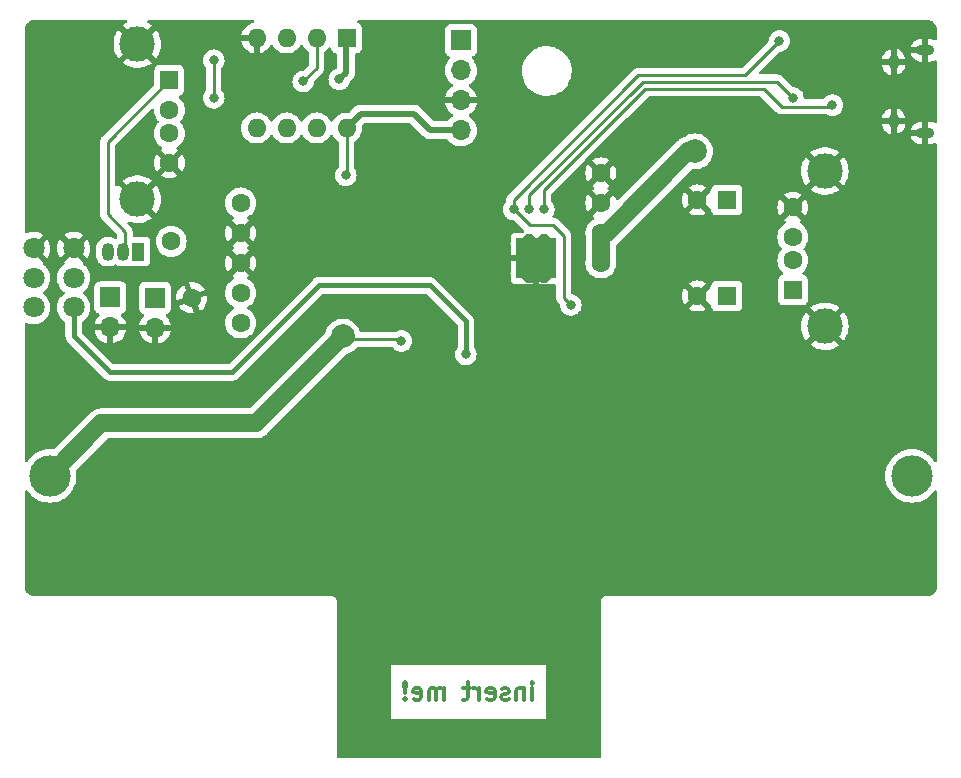
<source format=gbr>
%TF.GenerationSoftware,KiCad,Pcbnew,(5.99.0-12305-g62f7a09290)*%
%TF.CreationDate,2021-10-11T18:46:27-07:00*%
%TF.ProjectId,vive_ups,76697665-5f75-4707-932e-6b696361645f,rev?*%
%TF.SameCoordinates,Original*%
%TF.FileFunction,Copper,L2,Bot*%
%TF.FilePolarity,Positive*%
%FSLAX46Y46*%
G04 Gerber Fmt 4.6, Leading zero omitted, Abs format (unit mm)*
G04 Created by KiCad (PCBNEW (5.99.0-12305-g62f7a09290)) date 2021-10-11 18:46:27*
%MOMM*%
%LPD*%
G01*
G04 APERTURE LIST*
G04 Aperture macros list*
%AMHorizOval*
0 Thick line with rounded ends*
0 $1 width*
0 $2 $3 position (X,Y) of the first rounded end (center of the circle)*
0 $4 $5 position (X,Y) of the second rounded end (center of the circle)*
0 Add line between two ends*
20,1,$1,$2,$3,$4,$5,0*
0 Add two circle primitives to create the rounded ends*
1,1,$1,$2,$3*
1,1,$1,$4,$5*%
G04 Aperture macros list end*
%ADD10C,0.300000*%
%TA.AperFunction,NonConductor*%
%ADD11C,0.300000*%
%TD*%
%TA.AperFunction,ComponentPad*%
%ADD12R,1.700000X1.700000*%
%TD*%
%TA.AperFunction,ComponentPad*%
%ADD13O,1.700000X1.700000*%
%TD*%
%TA.AperFunction,ComponentPad*%
%ADD14O,1.050000X1.500000*%
%TD*%
%TA.AperFunction,ComponentPad*%
%ADD15R,1.050000X1.500000*%
%TD*%
%TA.AperFunction,ComponentPad*%
%ADD16HorizOval,1.600000X0.000000X0.000000X0.000000X0.000000X0*%
%TD*%
%TA.AperFunction,ComponentPad*%
%ADD17C,1.600000*%
%TD*%
%TA.AperFunction,SMDPad,CuDef*%
%ADD18R,3.350001X3.350001*%
%TD*%
%TA.AperFunction,ComponentPad*%
%ADD19C,0.810000*%
%TD*%
%TA.AperFunction,ComponentPad*%
%ADD20R,1.600000X1.600000*%
%TD*%
%TA.AperFunction,ComponentPad*%
%ADD21C,1.800000*%
%TD*%
%TA.AperFunction,ComponentPad*%
%ADD22O,1.550000X0.890000*%
%TD*%
%TA.AperFunction,ComponentPad*%
%ADD23O,0.950000X1.250000*%
%TD*%
%TA.AperFunction,ComponentPad*%
%ADD24C,3.500000*%
%TD*%
%TA.AperFunction,ComponentPad*%
%ADD25R,1.500000X1.600000*%
%TD*%
%TA.AperFunction,ComponentPad*%
%ADD26C,3.000000*%
%TD*%
%TA.AperFunction,ComponentPad*%
%ADD27O,1.600000X1.600000*%
%TD*%
%TA.AperFunction,ViaPad*%
%ADD28C,0.800000*%
%TD*%
%TA.AperFunction,ViaPad*%
%ADD29C,2.000000*%
%TD*%
%TA.AperFunction,Conductor*%
%ADD30C,0.254000*%
%TD*%
%TA.AperFunction,Conductor*%
%ADD31C,1.524000*%
%TD*%
%TA.AperFunction,Conductor*%
%ADD32C,0.381000*%
%TD*%
%TA.AperFunction,Conductor*%
%ADD33C,0.508000*%
%TD*%
G04 APERTURE END LIST*
D10*
D11*
X107500857Y-152062571D02*
X107500857Y-151062571D01*
X107500857Y-150562571D02*
X107572285Y-150634000D01*
X107500857Y-150705428D01*
X107429428Y-150634000D01*
X107500857Y-150562571D01*
X107500857Y-150705428D01*
X106786571Y-151062571D02*
X106786571Y-152062571D01*
X106786571Y-151205428D02*
X106715142Y-151134000D01*
X106572285Y-151062571D01*
X106358000Y-151062571D01*
X106215142Y-151134000D01*
X106143714Y-151276857D01*
X106143714Y-152062571D01*
X105500857Y-151991142D02*
X105358000Y-152062571D01*
X105072285Y-152062571D01*
X104929428Y-151991142D01*
X104858000Y-151848285D01*
X104858000Y-151776857D01*
X104929428Y-151634000D01*
X105072285Y-151562571D01*
X105286571Y-151562571D01*
X105429428Y-151491142D01*
X105500857Y-151348285D01*
X105500857Y-151276857D01*
X105429428Y-151134000D01*
X105286571Y-151062571D01*
X105072285Y-151062571D01*
X104929428Y-151134000D01*
X103643714Y-151991142D02*
X103786571Y-152062571D01*
X104072285Y-152062571D01*
X104215142Y-151991142D01*
X104286571Y-151848285D01*
X104286571Y-151276857D01*
X104215142Y-151134000D01*
X104072285Y-151062571D01*
X103786571Y-151062571D01*
X103643714Y-151134000D01*
X103572285Y-151276857D01*
X103572285Y-151419714D01*
X104286571Y-151562571D01*
X102929428Y-152062571D02*
X102929428Y-151062571D01*
X102929428Y-151348285D02*
X102858000Y-151205428D01*
X102786571Y-151134000D01*
X102643714Y-151062571D01*
X102500857Y-151062571D01*
X102215142Y-151062571D02*
X101643714Y-151062571D01*
X102000857Y-150562571D02*
X102000857Y-151848285D01*
X101929428Y-151991142D01*
X101786571Y-152062571D01*
X101643714Y-152062571D01*
X100000857Y-152062571D02*
X100000857Y-151062571D01*
X100000857Y-151205428D02*
X99929428Y-151134000D01*
X99786571Y-151062571D01*
X99572285Y-151062571D01*
X99429428Y-151134000D01*
X99358000Y-151276857D01*
X99358000Y-152062571D01*
X99358000Y-151276857D02*
X99286571Y-151134000D01*
X99143714Y-151062571D01*
X98929428Y-151062571D01*
X98786571Y-151134000D01*
X98715142Y-151276857D01*
X98715142Y-152062571D01*
X97429428Y-151991142D02*
X97572285Y-152062571D01*
X97858000Y-152062571D01*
X98000857Y-151991142D01*
X98072285Y-151848285D01*
X98072285Y-151276857D01*
X98000857Y-151134000D01*
X97858000Y-151062571D01*
X97572285Y-151062571D01*
X97429428Y-151134000D01*
X97358000Y-151276857D01*
X97358000Y-151419714D01*
X98072285Y-151562571D01*
X96715142Y-151919714D02*
X96643714Y-151991142D01*
X96715142Y-152062571D01*
X96786571Y-151991142D01*
X96715142Y-151919714D01*
X96715142Y-152062571D01*
X96715142Y-151491142D02*
X96786571Y-150634000D01*
X96715142Y-150562571D01*
X96643714Y-150634000D01*
X96715142Y-151491142D01*
X96715142Y-150562571D01*
D12*
%TO.P,BZ1,1,-*%
%TO.N,Net-(BZ1-Pad1)*%
X71755000Y-117983000D03*
D13*
%TO.P,BZ1,2,+*%
%TO.N,GND*%
X71755000Y-120523000D03*
%TD*%
D14*
%TO.P,Q1,2,G*%
%TO.N,/USB_Vin*%
X72847200Y-114096800D03*
%TO.P,Q1,3,S*%
%TO.N,/buzzer_VDD*%
X71577200Y-114096800D03*
D15*
%TO.P,Q1,1,D*%
%TO.N,Net-(BZ1-Pad1)*%
X74117200Y-114096800D03*
%TD*%
D16*
%TO.P,R13,2*%
%TO.N,GND*%
X78648662Y-118006839D03*
D17*
%TO.P,R13,1*%
%TO.N,/USB_Vin*%
X76911200Y-113233200D03*
%TD*%
D13*
%TO.P,J3,4,Pin_4*%
%TO.N,+3V3*%
X101447600Y-103835200D03*
%TO.P,J3,3,Pin_3*%
%TO.N,GND*%
X101447600Y-101295200D03*
%TO.P,J3,2,Pin_2*%
%TO.N,/USB_Vin*%
X101447600Y-98755200D03*
D12*
%TO.P,J3,1,Pin_1*%
%TO.N,unconnected-(J3-Pad1)*%
X101447600Y-96215200D03*
%TD*%
D18*
%TO.P,U5,9,THERMAL*%
%TO.N,GND*%
X107823000Y-114681000D03*
D19*
X109093000Y-113411000D03*
X109093000Y-115951000D03*
X107823000Y-113411000D03*
X107823000Y-115951000D03*
X106553000Y-113411000D03*
X106553000Y-115951000D03*
%TD*%
D17*
%TO.P,C5,2*%
%TO.N,GND*%
X121452000Y-109728000D03*
D20*
%TO.P,C5,1*%
%TO.N,+12V*%
X123952000Y-109728000D03*
%TD*%
D17*
%TO.P,U9,9,VOUT*%
%TO.N,/12V_Backup*%
X113294000Y-115062000D03*
%TO.P,U9,8,VOUT*%
X113294000Y-112522000D03*
%TO.P,U9,7,GND*%
%TO.N,GND*%
X113294000Y-109982000D03*
%TO.P,U9,6,GND*%
X113294000Y-107442000D03*
%TO.P,U9,5,VIN*%
%TO.N,/3.7V_Batt*%
X82794000Y-120142000D03*
%TO.P,U9,4,VIN*%
X82794000Y-117602000D03*
%TO.P,U9,3,GND*%
%TO.N,GND*%
X82794000Y-115062000D03*
%TO.P,U9,2,GND*%
X82794000Y-112522000D03*
%TO.P,U9,1,ENABLE*%
%TO.N,/stepup_EN*%
X82794000Y-109982000D03*
%TD*%
D13*
%TO.P,C3,2,+*%
%TO.N,GND*%
X75539600Y-120548400D03*
D12*
%TO.P,C3,1,-*%
%TO.N,Net-(BZ1-Pad1)*%
X75539600Y-118008400D03*
%TD*%
D21*
%TO.P,SW1,6,C*%
%TO.N,GND*%
X65254400Y-113832000D03*
%TO.P,SW1,5,B*%
%TO.N,/stepup_EN*%
X65254400Y-116332000D03*
%TO.P,SW1,4,A*%
%TO.N,unconnected-(SW1-Pad4)*%
X65254400Y-118832000D03*
%TO.P,SW1,3,C*%
%TO.N,GND*%
X68654400Y-113832000D03*
%TO.P,SW1,2,B*%
%TO.N,/buzzer_VDD*%
X68654400Y-116332000D03*
%TO.P,SW1,1,A*%
%TO.N,/12V_Backup*%
X68654400Y-118832000D03*
%TD*%
D22*
%TO.P,J2,6,Shield*%
%TO.N,GND*%
X140771400Y-97058600D03*
X140771400Y-104058600D03*
D23*
X138071400Y-98058600D03*
X138071400Y-103058600D03*
%TD*%
D24*
%TO.P,BT1,1,+*%
%TO.N,/3.7V_Batt*%
X139624000Y-133096000D03*
%TO.P,BT1,2,-*%
%TO.N,Net-(BT1-Pad2)*%
X66624000Y-133096000D03*
%TD*%
D17*
%TO.P,C9,2*%
%TO.N,GND*%
X121452000Y-117856000D03*
D20*
%TO.P,C9,1*%
%TO.N,+12V*%
X123952000Y-117856000D03*
%TD*%
D17*
%TO.P,J4,4,GND*%
%TO.N,GND*%
X129540000Y-110348000D03*
%TO.P,J4,3,D+*%
%TO.N,unconnected-(J4-Pad3)*%
X129540000Y-112848000D03*
%TO.P,J4,2,D-*%
%TO.N,unconnected-(J4-Pad2)*%
X129540000Y-114848000D03*
D25*
%TO.P,J4,1,VBUS*%
%TO.N,+12V*%
X129540000Y-117348000D03*
D26*
%TO.P,J4,5,Shield*%
%TO.N,GND*%
X132250000Y-107278000D03*
X132250000Y-120418000D03*
%TD*%
D17*
%TO.P,J1,4,GND*%
%TO.N,GND*%
X76751000Y-106590000D03*
%TO.P,J1,3,D+*%
%TO.N,/USB_IN_D+*%
X76751000Y-104090000D03*
%TO.P,J1,2,D-*%
%TO.N,/USB_IN_D-*%
X76751000Y-102090000D03*
D25*
%TO.P,J1,1,VBUS*%
%TO.N,/USB_Vin*%
X76751000Y-99590000D03*
D26*
%TO.P,J1,5,Shield*%
%TO.N,GND*%
X74041000Y-109660000D03*
X74041000Y-96520000D03*
%TD*%
D27*
%TO.P,U8,8,VCC*%
%TO.N,+3V3*%
X91757500Y-103632000D03*
%TO.P,U8,4,GND*%
%TO.N,GND*%
X84137500Y-96012000D03*
%TO.P,U8,7,PB2*%
%TO.N,/QC3_DmGnd*%
X89217500Y-103632000D03*
%TO.P,U8,3,PB4*%
%TO.N,Net-(D1-Pad2)*%
X86677500Y-96012000D03*
%TO.P,U8,6,PB1*%
%TO.N,/QC3_Dp*%
X86677500Y-103632000D03*
%TO.P,U8,2,PB3*%
%TO.N,/QC3_Dm*%
X89217500Y-96012000D03*
%TO.P,U8,5,PB0*%
%TO.N,unconnected-(U8-Pad5)*%
X84137500Y-103632000D03*
D20*
%TO.P,U8,1,~{RESET}/PB5*%
%TO.N,+3V3*%
X91757500Y-96012000D03*
%TD*%
D28*
%TO.N,GND*%
X132588000Y-98044000D03*
X129413000Y-98044000D03*
%TO.N,/12V_Backup*%
X101854000Y-122809000D03*
%TO.N,GND*%
X92265500Y-119126000D03*
X112776000Y-95504000D03*
X122428000Y-95123000D03*
X82600800Y-104902000D03*
X119176800Y-95504000D03*
X104444800Y-95300800D03*
X111252000Y-102108000D03*
X97028000Y-119634000D03*
X105918000Y-121285004D03*
X78689200Y-102057200D03*
X115011200Y-105765600D03*
X96367600Y-105511600D03*
X95859600Y-96570800D03*
X104698800Y-102412800D03*
X78333600Y-95961200D03*
X109370500Y-121539000D03*
X91011350Y-114938150D03*
X99364800Y-113995202D03*
X76809600Y-115925600D03*
D29*
%TO.N,/12V_Backup*%
X121259600Y-105613194D03*
D28*
%TO.N,/QC3_Dm*%
X88087200Y-99695000D03*
D29*
%TO.N,Net-(BT1-Pad2)*%
X91440000Y-121285000D03*
D28*
X96393000Y-121666000D03*
%TO.N,/5V_Charge*%
X105918000Y-110531000D03*
X128397000Y-96266000D03*
X110744000Y-118618000D03*
%TO.N,Net-(R3-Pad2)*%
X108458000Y-110531000D03*
X132892800Y-101701600D03*
%TO.N,Net-(R4-Pad1)*%
X107188000Y-110490000D03*
X129540001Y-101076190D03*
%TO.N,+3V3*%
X91694000Y-107645200D03*
X91135200Y-99517200D03*
%TO.N,Net-(D1-Pad1)*%
X80518000Y-97891600D03*
X80518000Y-101092000D03*
%TD*%
D30*
%TO.N,/5V_Charge*%
X109245400Y-111887000D02*
X110134400Y-112776000D01*
X110134400Y-112776000D02*
X110134400Y-118008400D01*
X110134400Y-118008400D02*
X110744000Y-118618000D01*
X107274000Y-111887000D02*
X109245400Y-111887000D01*
X105918000Y-110531000D02*
X107274000Y-111887000D01*
%TO.N,Net-(R3-Pad2)*%
X132740400Y-101854000D02*
X132892800Y-101701600D01*
X128625600Y-101854000D02*
X132740400Y-101854000D01*
X117043200Y-100330000D02*
X127101600Y-100330000D01*
X127101600Y-100330000D02*
X128625600Y-101854000D01*
X108458000Y-108915200D02*
X117043200Y-100330000D01*
X108458000Y-110531000D02*
X108458000Y-108915200D01*
%TO.N,/5V_Charge*%
X116459000Y-99187000D02*
X105918000Y-109728000D01*
X105918000Y-109728000D02*
X105918000Y-110531000D01*
X128397000Y-96266000D02*
X125476000Y-99187000D01*
X125476000Y-99187000D02*
X116459000Y-99187000D01*
%TO.N,Net-(R4-Pad1)*%
X128184211Y-99720400D02*
X129540001Y-101076190D01*
X116814600Y-99720400D02*
X128184211Y-99720400D01*
X107188000Y-110490000D02*
X107188000Y-109347000D01*
X107188000Y-109347000D02*
X116814600Y-99720400D01*
D31*
%TO.N,/12V_Backup*%
X120700806Y-105613194D02*
X121259600Y-105613194D01*
X113792000Y-112522000D02*
X120700806Y-105613194D01*
X113294000Y-112522000D02*
X113792000Y-112522000D01*
D32*
X68654400Y-121232400D02*
X68654400Y-118832000D01*
X71755000Y-124333000D02*
X68654400Y-121232400D01*
X82042000Y-124333000D02*
X71755000Y-124333000D01*
X98806000Y-116967000D02*
X89408000Y-116967000D01*
X89408000Y-116967000D02*
X82042000Y-124333000D01*
X101854000Y-122809000D02*
X101854000Y-120015000D01*
X101854000Y-120015000D02*
X98806000Y-116967000D01*
D30*
%TO.N,Net-(BT1-Pad2)*%
X91694000Y-121539000D02*
X96266000Y-121539000D01*
X96266000Y-121539000D02*
X96393000Y-121666000D01*
X91440000Y-121285000D02*
X91694000Y-121539000D01*
D31*
%TO.N,/12V_Backup*%
X113294000Y-112522000D02*
X113294000Y-115062000D01*
D30*
%TO.N,/USB_Vin*%
X71526400Y-104814600D02*
X76751000Y-99590000D01*
X71526400Y-110947200D02*
X71526400Y-104814600D01*
X72999600Y-112420400D02*
X71526400Y-110947200D01*
X72999600Y-114198400D02*
X72999600Y-112420400D01*
%TO.N,/QC3_Dm*%
X89217500Y-98564700D02*
X88087200Y-99695000D01*
X89217500Y-96012000D02*
X89217500Y-98564700D01*
D31*
%TO.N,Net-(BT1-Pad2)*%
X84074000Y-128651000D02*
X91440000Y-121285000D01*
X70993000Y-128651000D02*
X84074000Y-128651000D01*
X66624000Y-133020000D02*
X70993000Y-128651000D01*
X66624000Y-133096000D02*
X66624000Y-133020000D01*
D33*
%TO.N,+3V3*%
X101447600Y-103835200D02*
X98856800Y-103835200D01*
X98856800Y-103835200D02*
X97434400Y-102412800D01*
X92976700Y-102412800D02*
X91757500Y-103632000D01*
X97434400Y-102412800D02*
X92976700Y-102412800D01*
D30*
X91757500Y-103632000D02*
X91757500Y-107581700D01*
X91757500Y-107581700D02*
X91694000Y-107645200D01*
D33*
X91694000Y-96075500D02*
X91757500Y-96012000D01*
X91694000Y-98958400D02*
X91694000Y-96075500D01*
X91135200Y-99517200D02*
X91694000Y-98958400D01*
D30*
%TO.N,Net-(D1-Pad1)*%
X80518000Y-97891600D02*
X80518000Y-101092000D01*
%TD*%
%TA.AperFunction,Conductor*%
%TO.N,GND*%
G36*
X73139625Y-94508002D02*
G01*
X73186118Y-94561658D01*
X73196222Y-94631932D01*
X73166728Y-94696512D01*
X73128709Y-94726266D01*
X73123571Y-94728884D01*
X72896013Y-94865075D01*
X72888981Y-94869962D01*
X72826053Y-94920377D01*
X72817584Y-94932500D01*
X72823980Y-94943770D01*
X74028188Y-96147978D01*
X74042132Y-96155592D01*
X74043965Y-96155461D01*
X74050580Y-96151210D01*
X75257604Y-94944186D01*
X75264795Y-94931017D01*
X75257473Y-94920780D01*
X75210233Y-94882115D01*
X75203261Y-94877160D01*
X74977122Y-94738582D01*
X74969545Y-94734620D01*
X74957591Y-94729373D01*
X74903255Y-94683676D01*
X74882251Y-94615858D01*
X74901246Y-94547450D01*
X74954210Y-94500171D01*
X75008237Y-94488000D01*
X83814356Y-94488000D01*
X83882477Y-94508002D01*
X83928970Y-94561658D01*
X83939074Y-94631932D01*
X83909580Y-94696512D01*
X83846967Y-94735707D01*
X83693739Y-94776764D01*
X83683447Y-94780510D01*
X83485989Y-94872586D01*
X83476493Y-94878069D01*
X83298033Y-95003028D01*
X83289625Y-95010084D01*
X83135584Y-95164125D01*
X83128528Y-95172533D01*
X83003569Y-95350993D01*
X82998086Y-95360489D01*
X82906010Y-95557947D01*
X82902264Y-95568239D01*
X82856106Y-95740503D01*
X82856442Y-95754599D01*
X82864384Y-95758000D01*
X84265500Y-95758000D01*
X84333621Y-95778002D01*
X84380114Y-95831658D01*
X84391500Y-95884000D01*
X84391500Y-97279967D01*
X84395473Y-97293498D01*
X84404022Y-97294727D01*
X84581261Y-97247236D01*
X84591553Y-97243490D01*
X84789011Y-97151414D01*
X84798507Y-97145931D01*
X84976967Y-97020972D01*
X84985375Y-97013916D01*
X85139416Y-96859875D01*
X85146472Y-96851467D01*
X85271431Y-96673007D01*
X85276914Y-96663511D01*
X85293029Y-96628951D01*
X85339946Y-96575666D01*
X85408223Y-96556205D01*
X85476183Y-96576747D01*
X85521419Y-96628951D01*
X85537651Y-96663762D01*
X85537654Y-96663767D01*
X85539977Y-96668749D01*
X85588574Y-96738152D01*
X85653291Y-96830577D01*
X85671302Y-96856300D01*
X85833200Y-97018198D01*
X85837708Y-97021355D01*
X85837711Y-97021357D01*
X85841339Y-97023897D01*
X86020751Y-97149523D01*
X86025733Y-97151846D01*
X86025738Y-97151849D01*
X86222265Y-97243490D01*
X86228257Y-97246284D01*
X86233565Y-97247706D01*
X86233567Y-97247707D01*
X86444098Y-97304119D01*
X86444100Y-97304119D01*
X86449413Y-97305543D01*
X86677500Y-97325498D01*
X86905587Y-97305543D01*
X86910900Y-97304119D01*
X86910902Y-97304119D01*
X87121433Y-97247707D01*
X87121435Y-97247706D01*
X87126743Y-97246284D01*
X87132735Y-97243490D01*
X87329262Y-97151849D01*
X87329267Y-97151846D01*
X87334249Y-97149523D01*
X87513661Y-97023897D01*
X87517289Y-97021357D01*
X87517292Y-97021355D01*
X87521800Y-97018198D01*
X87683698Y-96856300D01*
X87701710Y-96830577D01*
X87766426Y-96738152D01*
X87815023Y-96668749D01*
X87817346Y-96663767D01*
X87817349Y-96663762D01*
X87833305Y-96629543D01*
X87880222Y-96576258D01*
X87948499Y-96556797D01*
X88016459Y-96577339D01*
X88061695Y-96629543D01*
X88077651Y-96663762D01*
X88077654Y-96663767D01*
X88079977Y-96668749D01*
X88128574Y-96738152D01*
X88193291Y-96830577D01*
X88211302Y-96856300D01*
X88373200Y-97018198D01*
X88377708Y-97021355D01*
X88377711Y-97021357D01*
X88428783Y-97057118D01*
X88513920Y-97116731D01*
X88528271Y-97126780D01*
X88572599Y-97182237D01*
X88582000Y-97229993D01*
X88582000Y-98249277D01*
X88561998Y-98317398D01*
X88545095Y-98338372D01*
X88133872Y-98749595D01*
X88071560Y-98783621D01*
X88044777Y-98786500D01*
X87991713Y-98786500D01*
X87985261Y-98787872D01*
X87985256Y-98787872D01*
X87899973Y-98806000D01*
X87804912Y-98826206D01*
X87798882Y-98828891D01*
X87798881Y-98828891D01*
X87636478Y-98901197D01*
X87636476Y-98901198D01*
X87630448Y-98903882D01*
X87625107Y-98907762D01*
X87625106Y-98907763D01*
X87581084Y-98939747D01*
X87475947Y-99016134D01*
X87471526Y-99021044D01*
X87471525Y-99021045D01*
X87360396Y-99144467D01*
X87348160Y-99158056D01*
X87308935Y-99225996D01*
X87268923Y-99295299D01*
X87252673Y-99323444D01*
X87193658Y-99505072D01*
X87192968Y-99511633D01*
X87192968Y-99511635D01*
X87181481Y-99620930D01*
X87173696Y-99695000D01*
X87174386Y-99701565D01*
X87192282Y-99871832D01*
X87193658Y-99884928D01*
X87252673Y-100066556D01*
X87348160Y-100231944D01*
X87352578Y-100236851D01*
X87352579Y-100236852D01*
X87399491Y-100288953D01*
X87475947Y-100373866D01*
X87630448Y-100486118D01*
X87636476Y-100488802D01*
X87636478Y-100488803D01*
X87785286Y-100555056D01*
X87804912Y-100563794D01*
X87898313Y-100583647D01*
X87985256Y-100602128D01*
X87985261Y-100602128D01*
X87991713Y-100603500D01*
X88182687Y-100603500D01*
X88189139Y-100602128D01*
X88189144Y-100602128D01*
X88276087Y-100583647D01*
X88369488Y-100563794D01*
X88389114Y-100555056D01*
X88537922Y-100488803D01*
X88537924Y-100488802D01*
X88543952Y-100486118D01*
X88698453Y-100373866D01*
X88774909Y-100288953D01*
X88821821Y-100236852D01*
X88821822Y-100236851D01*
X88826240Y-100231944D01*
X88921727Y-100066556D01*
X88980742Y-99884928D01*
X88982119Y-99871832D01*
X88997775Y-99722868D01*
X89024788Y-99657211D01*
X89033990Y-99646942D01*
X89308572Y-99372361D01*
X89610988Y-99069945D01*
X89619307Y-99062375D01*
X89625803Y-99058253D01*
X89660744Y-99021045D01*
X89672585Y-99008435D01*
X89675340Y-99005593D01*
X89695139Y-98985794D01*
X89697568Y-98982663D01*
X89697572Y-98982658D01*
X89697639Y-98982572D01*
X89705347Y-98973547D01*
X89730292Y-98946983D01*
X89735717Y-98941206D01*
X89739535Y-98934261D01*
X89739538Y-98934257D01*
X89745526Y-98923366D01*
X89756378Y-98906845D01*
X89760759Y-98901197D01*
X89768850Y-98890766D01*
X89786471Y-98850045D01*
X89791692Y-98839389D01*
X89809248Y-98807455D01*
X89809250Y-98807449D01*
X89813069Y-98800503D01*
X89815040Y-98792828D01*
X89815042Y-98792822D01*
X89818131Y-98780789D01*
X89824534Y-98762087D01*
X89832617Y-98743408D01*
X89833857Y-98735582D01*
X89833858Y-98735577D01*
X89839560Y-98699580D01*
X89841966Y-98687960D01*
X89851028Y-98652663D01*
X89851028Y-98652662D01*
X89853000Y-98644982D01*
X89853000Y-98624634D01*
X89854551Y-98604923D01*
X89856495Y-98592649D01*
X89857735Y-98584820D01*
X89853559Y-98540644D01*
X89853000Y-98528786D01*
X89853000Y-97229993D01*
X89873002Y-97161872D01*
X89906729Y-97126780D01*
X89921081Y-97116731D01*
X90006217Y-97057118D01*
X90057289Y-97021357D01*
X90057292Y-97021355D01*
X90061800Y-97018198D01*
X90223698Y-96856300D01*
X90226857Y-96851789D01*
X90230392Y-96847576D01*
X90231526Y-96848527D01*
X90281571Y-96808529D01*
X90352190Y-96801224D01*
X90415549Y-96833258D01*
X90451530Y-96894462D01*
X90454582Y-96911517D01*
X90455755Y-96922316D01*
X90506885Y-97058705D01*
X90594239Y-97175261D01*
X90710795Y-97262615D01*
X90719203Y-97265767D01*
X90847184Y-97313745D01*
X90846205Y-97316356D01*
X90896281Y-97344955D01*
X90929110Y-97407905D01*
X90931500Y-97432332D01*
X90931500Y-98532052D01*
X90911498Y-98600173D01*
X90857842Y-98646666D01*
X90853929Y-98648190D01*
X90852912Y-98648406D01*
X90843351Y-98652663D01*
X90684478Y-98723397D01*
X90684476Y-98723398D01*
X90678448Y-98726082D01*
X90523947Y-98838334D01*
X90519526Y-98843244D01*
X90519525Y-98843245D01*
X90437578Y-98934257D01*
X90396160Y-98980256D01*
X90344378Y-99069945D01*
X90306063Y-99136309D01*
X90300673Y-99145644D01*
X90241658Y-99327272D01*
X90240968Y-99333833D01*
X90240968Y-99333835D01*
X90229424Y-99443675D01*
X90221696Y-99517200D01*
X90222386Y-99523765D01*
X90236412Y-99657211D01*
X90241658Y-99707128D01*
X90300673Y-99888756D01*
X90396160Y-100054144D01*
X90400578Y-100059051D01*
X90400579Y-100059052D01*
X90500592Y-100170128D01*
X90523947Y-100196066D01*
X90543237Y-100210081D01*
X90670358Y-100302440D01*
X90678448Y-100308318D01*
X90684476Y-100311002D01*
X90684478Y-100311003D01*
X90824845Y-100373498D01*
X90852912Y-100385994D01*
X90946313Y-100405847D01*
X91033256Y-100424328D01*
X91033261Y-100424328D01*
X91039713Y-100425700D01*
X91230687Y-100425700D01*
X91237139Y-100424328D01*
X91237144Y-100424328D01*
X91324087Y-100405847D01*
X91417488Y-100385994D01*
X91445555Y-100373498D01*
X91585922Y-100311003D01*
X91585924Y-100311002D01*
X91591952Y-100308318D01*
X91600043Y-100302440D01*
X91727163Y-100210081D01*
X91746453Y-100196066D01*
X91769808Y-100170128D01*
X91869821Y-100059052D01*
X91869822Y-100059051D01*
X91874240Y-100054144D01*
X91969727Y-99888756D01*
X92021865Y-99728293D01*
X92052603Y-99678135D01*
X92185528Y-99545210D01*
X92199941Y-99532823D01*
X92211665Y-99524195D01*
X92217564Y-99519854D01*
X92251979Y-99479345D01*
X92258909Y-99471829D01*
X92264653Y-99466085D01*
X92271622Y-99457277D01*
X92282384Y-99443675D01*
X92285171Y-99440276D01*
X92327943Y-99389929D01*
X92332684Y-99384349D01*
X92336013Y-99377830D01*
X92339426Y-99372712D01*
X92342623Y-99367535D01*
X92347161Y-99361800D01*
X92353243Y-99348788D01*
X92378241Y-99295299D01*
X92380173Y-99291347D01*
X92410213Y-99232518D01*
X92410214Y-99232516D01*
X92413543Y-99225996D01*
X92415284Y-99218880D01*
X92417420Y-99213136D01*
X92419344Y-99207354D01*
X92422444Y-99200720D01*
X92437395Y-99128840D01*
X92438365Y-99124556D01*
X92455804Y-99053288D01*
X92456500Y-99042070D01*
X92456537Y-99042072D01*
X92456773Y-99038173D01*
X92457163Y-99033802D01*
X92458652Y-99026643D01*
X92456546Y-98948823D01*
X92456500Y-98945414D01*
X92456500Y-98721895D01*
X100084851Y-98721895D01*
X100085148Y-98727048D01*
X100085148Y-98727051D01*
X100096737Y-98928041D01*
X100097710Y-98944915D01*
X100098847Y-98949961D01*
X100098848Y-98949967D01*
X100114867Y-99021045D01*
X100146822Y-99162839D01*
X100230866Y-99369816D01*
X100233565Y-99374220D01*
X100317773Y-99511635D01*
X100347587Y-99560288D01*
X100493850Y-99729138D01*
X100665726Y-99871832D01*
X100739555Y-99914974D01*
X100788279Y-99966612D01*
X100801350Y-100036395D01*
X100774619Y-100102167D01*
X100734162Y-100135527D01*
X100726057Y-100139746D01*
X100717338Y-100145236D01*
X100547033Y-100273105D01*
X100539326Y-100279948D01*
X100392190Y-100433917D01*
X100385704Y-100441927D01*
X100265698Y-100617849D01*
X100260600Y-100626823D01*
X100170938Y-100819983D01*
X100167375Y-100829670D01*
X100111989Y-101029383D01*
X100113512Y-101037807D01*
X100125892Y-101041200D01*
X102765944Y-101041200D01*
X102779475Y-101037227D01*
X102780780Y-101028147D01*
X102738814Y-100861075D01*
X102735494Y-100851324D01*
X102650572Y-100656014D01*
X102645705Y-100646939D01*
X102530026Y-100468126D01*
X102523736Y-100459957D01*
X102380406Y-100302440D01*
X102372873Y-100295415D01*
X102205739Y-100163422D01*
X102197156Y-100157720D01*
X102160202Y-100137320D01*
X102110231Y-100086887D01*
X102095459Y-100017445D01*
X102120575Y-99951039D01*
X102147927Y-99924432D01*
X102213035Y-99877991D01*
X102327460Y-99796373D01*
X102485696Y-99638689D01*
X102545194Y-99555889D01*
X102613035Y-99461477D01*
X102616053Y-99457277D01*
X102622776Y-99443675D01*
X102712736Y-99261653D01*
X102712737Y-99261651D01*
X102715030Y-99257011D01*
X102754620Y-99126706D01*
X102778465Y-99048223D01*
X102778465Y-99048221D01*
X102779970Y-99043269D01*
X102809129Y-98821790D01*
X102809515Y-98806000D01*
X102810056Y-98783869D01*
X106598689Y-98783869D01*
X106615238Y-99070883D01*
X106616063Y-99075088D01*
X106616064Y-99075096D01*
X106635451Y-99173910D01*
X106670586Y-99352995D01*
X106671973Y-99357045D01*
X106671974Y-99357050D01*
X106762321Y-99620930D01*
X106763710Y-99624986D01*
X106814128Y-99725231D01*
X106887861Y-99871832D01*
X106892885Y-99881822D01*
X107055721Y-100118750D01*
X107058608Y-100121923D01*
X107058609Y-100121924D01*
X107228214Y-100308318D01*
X107249206Y-100331388D01*
X107252501Y-100334143D01*
X107252502Y-100334144D01*
X107460092Y-100507715D01*
X107469759Y-100515798D01*
X107713298Y-100668571D01*
X107975318Y-100786877D01*
X108000958Y-100794472D01*
X108246857Y-100867311D01*
X108246862Y-100867312D01*
X108250970Y-100868529D01*
X108255204Y-100869177D01*
X108255209Y-100869178D01*
X108470175Y-100902072D01*
X108535153Y-100912015D01*
X108681485Y-100914314D01*
X108818317Y-100916464D01*
X108818323Y-100916464D01*
X108822608Y-100916531D01*
X108826860Y-100916016D01*
X108826868Y-100916016D01*
X109103756Y-100882508D01*
X109103761Y-100882507D01*
X109108017Y-100881992D01*
X109295503Y-100832806D01*
X109381954Y-100810126D01*
X109381955Y-100810126D01*
X109386097Y-100809039D01*
X109651704Y-100699021D01*
X109790613Y-100617849D01*
X109896219Y-100556138D01*
X109896220Y-100556137D01*
X109899922Y-100553974D01*
X110126159Y-100376582D01*
X110167285Y-100334144D01*
X110323244Y-100173206D01*
X110326227Y-100170128D01*
X110328760Y-100166680D01*
X110328764Y-100166675D01*
X110478054Y-99963440D01*
X110496425Y-99938431D01*
X110498471Y-99934663D01*
X110631554Y-99689555D01*
X110631555Y-99689553D01*
X110633604Y-99685779D01*
X110735225Y-99416848D01*
X110763968Y-99291347D01*
X110798449Y-99140797D01*
X110798450Y-99140793D01*
X110799407Y-99136613D01*
X110799830Y-99131881D01*
X110824743Y-98852726D01*
X110824743Y-98852724D01*
X110824963Y-98850260D01*
X110825262Y-98821790D01*
X110825401Y-98808484D01*
X110825401Y-98808483D01*
X110825427Y-98806000D01*
X110822763Y-98766920D01*
X110806165Y-98523452D01*
X110806164Y-98523446D01*
X110805873Y-98519175D01*
X110804640Y-98513218D01*
X110769756Y-98344771D01*
X110747574Y-98237658D01*
X110651607Y-97966657D01*
X110560971Y-97791052D01*
X110521715Y-97714995D01*
X110521715Y-97714994D01*
X110519750Y-97711188D01*
X110510371Y-97697842D01*
X110385412Y-97520044D01*
X110354441Y-97475977D01*
X110208653Y-97319091D01*
X110161661Y-97268521D01*
X110161658Y-97268519D01*
X110158740Y-97265378D01*
X109936268Y-97083287D01*
X109691142Y-96933073D01*
X109673048Y-96925130D01*
X109431830Y-96819243D01*
X109427898Y-96817517D01*
X109401963Y-96810129D01*
X109155534Y-96739932D01*
X109155535Y-96739932D01*
X109151406Y-96738756D01*
X108938704Y-96708485D01*
X108871036Y-96698854D01*
X108871034Y-96698854D01*
X108866784Y-96698249D01*
X108862495Y-96698227D01*
X108862488Y-96698226D01*
X108583583Y-96696765D01*
X108583576Y-96696765D01*
X108579297Y-96696743D01*
X108575053Y-96697302D01*
X108575049Y-96697302D01*
X108449660Y-96713810D01*
X108294266Y-96734268D01*
X108290126Y-96735401D01*
X108290124Y-96735401D01*
X108213311Y-96756415D01*
X108016964Y-96810129D01*
X108013016Y-96811813D01*
X107756476Y-96921237D01*
X107756472Y-96921239D01*
X107752524Y-96922923D01*
X107670302Y-96972132D01*
X107509521Y-97068357D01*
X107509517Y-97068360D01*
X107505839Y-97070561D01*
X107281472Y-97250313D01*
X107191660Y-97344955D01*
X107095298Y-97446500D01*
X107083577Y-97458851D01*
X106915814Y-97692317D01*
X106781288Y-97946392D01*
X106682489Y-98216373D01*
X106621245Y-98497264D01*
X106620432Y-98507593D01*
X106604653Y-98708094D01*
X106598689Y-98783869D01*
X102810056Y-98783869D01*
X102810674Y-98758565D01*
X102810674Y-98758561D01*
X102810756Y-98755200D01*
X102792452Y-98532561D01*
X102738031Y-98315902D01*
X102648954Y-98111040D01*
X102584414Y-98011277D01*
X102530422Y-97927817D01*
X102530420Y-97927814D01*
X102527614Y-97923477D01*
X102508423Y-97902386D01*
X102380398Y-97761688D01*
X102349346Y-97697842D01*
X102357741Y-97627343D01*
X102402917Y-97572575D01*
X102429361Y-97558906D01*
X102535897Y-97518967D01*
X102544305Y-97515815D01*
X102660861Y-97428461D01*
X102748215Y-97311905D01*
X102799345Y-97175516D01*
X102806100Y-97113334D01*
X102806100Y-95317066D01*
X102799345Y-95254884D01*
X102748215Y-95118495D01*
X102660861Y-95001939D01*
X102544305Y-94914585D01*
X102407916Y-94863455D01*
X102345734Y-94856700D01*
X100549466Y-94856700D01*
X100487284Y-94863455D01*
X100350895Y-94914585D01*
X100234339Y-95001939D01*
X100146985Y-95118495D01*
X100095855Y-95254884D01*
X100089100Y-95317066D01*
X100089100Y-97113334D01*
X100095855Y-97175516D01*
X100146985Y-97311905D01*
X100234339Y-97428461D01*
X100350895Y-97515815D01*
X100359304Y-97518967D01*
X100359305Y-97518968D01*
X100468051Y-97559735D01*
X100524816Y-97602376D01*
X100549516Y-97668938D01*
X100534309Y-97738287D01*
X100514916Y-97764768D01*
X100388229Y-97897338D01*
X100385315Y-97901610D01*
X100385314Y-97901611D01*
X100358469Y-97940965D01*
X100262343Y-98081880D01*
X100232788Y-98145551D01*
X100190034Y-98237658D01*
X100168288Y-98284505D01*
X100108589Y-98499770D01*
X100084851Y-98721895D01*
X92456500Y-98721895D01*
X92456500Y-97446500D01*
X92476502Y-97378379D01*
X92530158Y-97331886D01*
X92582500Y-97320500D01*
X92605634Y-97320500D01*
X92667816Y-97313745D01*
X92804205Y-97262615D01*
X92920761Y-97175261D01*
X93008115Y-97058705D01*
X93059245Y-96922316D01*
X93066000Y-96860134D01*
X93066000Y-95163866D01*
X93059245Y-95101684D01*
X93008115Y-94965295D01*
X92920761Y-94848739D01*
X92804205Y-94761385D01*
X92725773Y-94731982D01*
X92669009Y-94689340D01*
X92644309Y-94622779D01*
X92659516Y-94553430D01*
X92709802Y-94503312D01*
X92770003Y-94488000D01*
X140920672Y-94488000D01*
X140940057Y-94489500D01*
X140954858Y-94491805D01*
X140954861Y-94491805D01*
X140963730Y-94493186D01*
X140974728Y-94491748D01*
X141003411Y-94491291D01*
X141106307Y-94501425D01*
X141130531Y-94506244D01*
X141249733Y-94542404D01*
X141272553Y-94551856D01*
X141382400Y-94610570D01*
X141402938Y-94624293D01*
X141499223Y-94703312D01*
X141516688Y-94720777D01*
X141595707Y-94817062D01*
X141609430Y-94837600D01*
X141668144Y-94947447D01*
X141677596Y-94970267D01*
X141713756Y-95089469D01*
X141718575Y-95113693D01*
X141724709Y-95175969D01*
X141728044Y-95209834D01*
X141727592Y-95225876D01*
X141728305Y-95225885D01*
X141728195Y-95234858D01*
X141726814Y-95243730D01*
X141727978Y-95252632D01*
X141727978Y-95252635D01*
X141730936Y-95275251D01*
X141732000Y-95291589D01*
X141732000Y-96101252D01*
X141711998Y-96169373D01*
X141658342Y-96215866D01*
X141588068Y-96225970D01*
X141555959Y-96216889D01*
X141396905Y-96148060D01*
X141384793Y-96144218D01*
X141206266Y-96106923D01*
X141196734Y-96105685D01*
X141193511Y-96105600D01*
X141043515Y-96105600D01*
X141028276Y-96110075D01*
X141027071Y-96111465D01*
X141025400Y-96119148D01*
X141025400Y-97993485D01*
X141029875Y-98008724D01*
X141031265Y-98009929D01*
X141038948Y-98011600D01*
X141146592Y-98011600D01*
X141152967Y-98011277D01*
X141287667Y-97997595D01*
X141300107Y-97995041D01*
X141472664Y-97940965D01*
X141484352Y-97935956D01*
X141544914Y-97902386D01*
X141614191Y-97886855D01*
X141680867Y-97911243D01*
X141723774Y-97967807D01*
X141732000Y-98012588D01*
X141732000Y-103101252D01*
X141711998Y-103169373D01*
X141658342Y-103215866D01*
X141588068Y-103225970D01*
X141555959Y-103216889D01*
X141396905Y-103148060D01*
X141384793Y-103144218D01*
X141206266Y-103106923D01*
X141196734Y-103105685D01*
X141193511Y-103105600D01*
X141043515Y-103105600D01*
X141028276Y-103110075D01*
X141027071Y-103111465D01*
X141025400Y-103119148D01*
X141025400Y-104993485D01*
X141029875Y-105008724D01*
X141031265Y-105009929D01*
X141038948Y-105011600D01*
X141146592Y-105011600D01*
X141152967Y-105011277D01*
X141287667Y-104997595D01*
X141300107Y-104995041D01*
X141472664Y-104940965D01*
X141484352Y-104935956D01*
X141544914Y-104902386D01*
X141614191Y-104886855D01*
X141680867Y-104911243D01*
X141723774Y-104967807D01*
X141732000Y-105012588D01*
X141732000Y-131770286D01*
X141711998Y-131838407D01*
X141658342Y-131884900D01*
X141588068Y-131895004D01*
X141523488Y-131865510D01*
X141501235Y-131840288D01*
X141421926Y-131721593D01*
X141421922Y-131721588D01*
X141419633Y-131718162D01*
X141416919Y-131715068D01*
X141416915Y-131715062D01*
X141227136Y-131498662D01*
X141224427Y-131495573D01*
X141221338Y-131492864D01*
X141004938Y-131303085D01*
X141004932Y-131303081D01*
X141001838Y-131300367D01*
X140998412Y-131298078D01*
X140998407Y-131298074D01*
X140759106Y-131138179D01*
X140755673Y-131135885D01*
X140751974Y-131134061D01*
X140751969Y-131134058D01*
X140615687Y-131066852D01*
X140490145Y-131004941D01*
X140486239Y-131003615D01*
X140213710Y-130911104D01*
X140213706Y-130911103D01*
X140209797Y-130909776D01*
X140205753Y-130908972D01*
X140205747Y-130908970D01*
X139923465Y-130852820D01*
X139923459Y-130852819D01*
X139919426Y-130852017D01*
X139915321Y-130851748D01*
X139915314Y-130851747D01*
X139628119Y-130832924D01*
X139624000Y-130832654D01*
X139619881Y-130832924D01*
X139332686Y-130851747D01*
X139332679Y-130851748D01*
X139328574Y-130852017D01*
X139324541Y-130852819D01*
X139324535Y-130852820D01*
X139042253Y-130908970D01*
X139042247Y-130908972D01*
X139038203Y-130909776D01*
X139034294Y-130911103D01*
X139034290Y-130911104D01*
X138761761Y-131003615D01*
X138757855Y-131004941D01*
X138632313Y-131066852D01*
X138496031Y-131134058D01*
X138496026Y-131134061D01*
X138492327Y-131135885D01*
X138488894Y-131138179D01*
X138249593Y-131298074D01*
X138249588Y-131298078D01*
X138246162Y-131300367D01*
X138243068Y-131303081D01*
X138243062Y-131303085D01*
X138026662Y-131492864D01*
X138023573Y-131495573D01*
X138020864Y-131498662D01*
X137831085Y-131715062D01*
X137831081Y-131715068D01*
X137828367Y-131718162D01*
X137663885Y-131964327D01*
X137532941Y-132229855D01*
X137437776Y-132510203D01*
X137436972Y-132514247D01*
X137436970Y-132514253D01*
X137417812Y-132610570D01*
X137380017Y-132800574D01*
X137360654Y-133096000D01*
X137380017Y-133391426D01*
X137437776Y-133681797D01*
X137532941Y-133962145D01*
X137663885Y-134227673D01*
X137828367Y-134473838D01*
X137831081Y-134476932D01*
X137831085Y-134476938D01*
X138020864Y-134693338D01*
X138023573Y-134696427D01*
X138026662Y-134699136D01*
X138243062Y-134888915D01*
X138243068Y-134888919D01*
X138246162Y-134891633D01*
X138249588Y-134893922D01*
X138249593Y-134893926D01*
X138433405Y-135016744D01*
X138492327Y-135056115D01*
X138496026Y-135057939D01*
X138496031Y-135057942D01*
X138632313Y-135125148D01*
X138757855Y-135187059D01*
X138761760Y-135188384D01*
X138761761Y-135188385D01*
X139034290Y-135280896D01*
X139034294Y-135280897D01*
X139038203Y-135282224D01*
X139042247Y-135283028D01*
X139042253Y-135283030D01*
X139324535Y-135339180D01*
X139324541Y-135339181D01*
X139328574Y-135339983D01*
X139332679Y-135340252D01*
X139332686Y-135340253D01*
X139619881Y-135359076D01*
X139624000Y-135359346D01*
X139628119Y-135359076D01*
X139915314Y-135340253D01*
X139915321Y-135340252D01*
X139919426Y-135339983D01*
X139923459Y-135339181D01*
X139923465Y-135339180D01*
X140205747Y-135283030D01*
X140205753Y-135283028D01*
X140209797Y-135282224D01*
X140213706Y-135280897D01*
X140213710Y-135280896D01*
X140486239Y-135188385D01*
X140486240Y-135188384D01*
X140490145Y-135187059D01*
X140615687Y-135125148D01*
X140751969Y-135057942D01*
X140751974Y-135057939D01*
X140755673Y-135056115D01*
X140814595Y-135016744D01*
X140998407Y-134893926D01*
X140998412Y-134893922D01*
X141001838Y-134891633D01*
X141004932Y-134888919D01*
X141004938Y-134888915D01*
X141221338Y-134699136D01*
X141224427Y-134696427D01*
X141227136Y-134693338D01*
X141416915Y-134476938D01*
X141416919Y-134476932D01*
X141419633Y-134473838D01*
X141501235Y-134351712D01*
X141555712Y-134306184D01*
X141626155Y-134297336D01*
X141690199Y-134327977D01*
X141727510Y-134388379D01*
X141732000Y-134421714D01*
X141732000Y-142444672D01*
X141730500Y-142464056D01*
X141726814Y-142487730D01*
X141728252Y-142498728D01*
X141728709Y-142527412D01*
X141718575Y-142630305D01*
X141713756Y-142654531D01*
X141677596Y-142773733D01*
X141668144Y-142796553D01*
X141609430Y-142906400D01*
X141595707Y-142926938D01*
X141516688Y-143023223D01*
X141499223Y-143040688D01*
X141402938Y-143119707D01*
X141382400Y-143133430D01*
X141272553Y-143192144D01*
X141249733Y-143201596D01*
X141130531Y-143237756D01*
X141106307Y-143242575D01*
X141010163Y-143252044D01*
X140994124Y-143251592D01*
X140994115Y-143252305D01*
X140985142Y-143252195D01*
X140976270Y-143250814D01*
X140967368Y-143251978D01*
X140967365Y-143251978D01*
X140944749Y-143254936D01*
X140928411Y-143256000D01*
X113800702Y-143256000D01*
X113799932Y-143255998D01*
X113799078Y-143255993D01*
X113722348Y-143255524D01*
X113713719Y-143257990D01*
X113713714Y-143257991D01*
X113693952Y-143263639D01*
X113677191Y-143267217D01*
X113656848Y-143270130D01*
X113656838Y-143270133D01*
X113647955Y-143271405D01*
X113624605Y-143282021D01*
X113607093Y-143288464D01*
X113599057Y-143290761D01*
X113582435Y-143295512D01*
X113557452Y-143311274D01*
X113542386Y-143319404D01*
X113515490Y-143331633D01*
X113496061Y-143348374D01*
X113481053Y-143359479D01*
X113459369Y-143373160D01*
X113453427Y-143379888D01*
X113439819Y-143395296D01*
X113427627Y-143407340D01*
X113405253Y-143426619D01*
X113400374Y-143434147D01*
X113400371Y-143434150D01*
X113391304Y-143448139D01*
X113380014Y-143463013D01*
X113363044Y-143482228D01*
X113350490Y-143508966D01*
X113342176Y-143523935D01*
X113326107Y-143548727D01*
X113323535Y-143557327D01*
X113318761Y-143573290D01*
X113312099Y-143590736D01*
X113301201Y-143613948D01*
X113296658Y-143643128D01*
X113292874Y-143659849D01*
X113286986Y-143679536D01*
X113286985Y-143679539D01*
X113284413Y-143688141D01*
X113284358Y-143697116D01*
X113284358Y-143697117D01*
X113284203Y-143722546D01*
X113284170Y-143723328D01*
X113284000Y-143724423D01*
X113284000Y-143755298D01*
X113283998Y-143756068D01*
X113283524Y-143833652D01*
X113283908Y-143834996D01*
X113284000Y-143836341D01*
X113284000Y-156846000D01*
X113263998Y-156914121D01*
X113210342Y-156960614D01*
X113158000Y-156972000D01*
X91058000Y-156972000D01*
X90989879Y-156951998D01*
X90943386Y-156898342D01*
X90932000Y-156846000D01*
X90932000Y-149068500D01*
X95550000Y-149068500D01*
X95550000Y-153699500D01*
X108666000Y-153699500D01*
X108666000Y-149068500D01*
X95550000Y-149068500D01*
X90932000Y-149068500D01*
X90932000Y-143772702D01*
X90932002Y-143771932D01*
X90932421Y-143703322D01*
X90932476Y-143694348D01*
X90930010Y-143685719D01*
X90930009Y-143685714D01*
X90924361Y-143665952D01*
X90920783Y-143649191D01*
X90917870Y-143628848D01*
X90917867Y-143628838D01*
X90916595Y-143619955D01*
X90905979Y-143596605D01*
X90899536Y-143579093D01*
X90894954Y-143563063D01*
X90892488Y-143554435D01*
X90876726Y-143529452D01*
X90868596Y-143514386D01*
X90856367Y-143487490D01*
X90839626Y-143468061D01*
X90828521Y-143453053D01*
X90819630Y-143438961D01*
X90814840Y-143431369D01*
X90792703Y-143411818D01*
X90780659Y-143399626D01*
X90767239Y-143384051D01*
X90767237Y-143384050D01*
X90761381Y-143377253D01*
X90753853Y-143372374D01*
X90753850Y-143372371D01*
X90739861Y-143363304D01*
X90724987Y-143352014D01*
X90712502Y-143340988D01*
X90705772Y-143335044D01*
X90697646Y-143331229D01*
X90697645Y-143331228D01*
X90691979Y-143328568D01*
X90679034Y-143322490D01*
X90664065Y-143314176D01*
X90639273Y-143298107D01*
X90614709Y-143290761D01*
X90597264Y-143284099D01*
X90592827Y-143282016D01*
X90574052Y-143273201D01*
X90544870Y-143268657D01*
X90528151Y-143264874D01*
X90508464Y-143258986D01*
X90508461Y-143258985D01*
X90499859Y-143256413D01*
X90490884Y-143256358D01*
X90490883Y-143256358D01*
X90484190Y-143256317D01*
X90465444Y-143256203D01*
X90464672Y-143256170D01*
X90463577Y-143256000D01*
X90432702Y-143256000D01*
X90431932Y-143255998D01*
X90358284Y-143255548D01*
X90358283Y-143255548D01*
X90354348Y-143255524D01*
X90353004Y-143255908D01*
X90351659Y-143256000D01*
X65327328Y-143256000D01*
X65307943Y-143254500D01*
X65293142Y-143252195D01*
X65293139Y-143252195D01*
X65284270Y-143250814D01*
X65273272Y-143252252D01*
X65244589Y-143252709D01*
X65141693Y-143242575D01*
X65117469Y-143237756D01*
X64998267Y-143201596D01*
X64975447Y-143192144D01*
X64865600Y-143133430D01*
X64845062Y-143119707D01*
X64748777Y-143040688D01*
X64731312Y-143023223D01*
X64652293Y-142926938D01*
X64638570Y-142906400D01*
X64579856Y-142796553D01*
X64570404Y-142773733D01*
X64534244Y-142654531D01*
X64529425Y-142630305D01*
X64519956Y-142534166D01*
X64520408Y-142518124D01*
X64519695Y-142518115D01*
X64519805Y-142509142D01*
X64521186Y-142500270D01*
X64519547Y-142487730D01*
X64517064Y-142468749D01*
X64516000Y-142452411D01*
X64516000Y-134421714D01*
X64536002Y-134353593D01*
X64589658Y-134307100D01*
X64659932Y-134296996D01*
X64724512Y-134326490D01*
X64746765Y-134351712D01*
X64828367Y-134473838D01*
X64831081Y-134476932D01*
X64831085Y-134476938D01*
X65020864Y-134693338D01*
X65023573Y-134696427D01*
X65026662Y-134699136D01*
X65243062Y-134888915D01*
X65243068Y-134888919D01*
X65246162Y-134891633D01*
X65249588Y-134893922D01*
X65249593Y-134893926D01*
X65433405Y-135016744D01*
X65492327Y-135056115D01*
X65496026Y-135057939D01*
X65496031Y-135057942D01*
X65632313Y-135125148D01*
X65757855Y-135187059D01*
X65761760Y-135188384D01*
X65761761Y-135188385D01*
X66034290Y-135280896D01*
X66034294Y-135280897D01*
X66038203Y-135282224D01*
X66042247Y-135283028D01*
X66042253Y-135283030D01*
X66324535Y-135339180D01*
X66324541Y-135339181D01*
X66328574Y-135339983D01*
X66332679Y-135340252D01*
X66332686Y-135340253D01*
X66619881Y-135359076D01*
X66624000Y-135359346D01*
X66628119Y-135359076D01*
X66915314Y-135340253D01*
X66915321Y-135340252D01*
X66919426Y-135339983D01*
X66923459Y-135339181D01*
X66923465Y-135339180D01*
X67205747Y-135283030D01*
X67205753Y-135283028D01*
X67209797Y-135282224D01*
X67213706Y-135280897D01*
X67213710Y-135280896D01*
X67486239Y-135188385D01*
X67486240Y-135188384D01*
X67490145Y-135187059D01*
X67615687Y-135125148D01*
X67751969Y-135057942D01*
X67751974Y-135057939D01*
X67755673Y-135056115D01*
X67814595Y-135016744D01*
X67998407Y-134893926D01*
X67998412Y-134893922D01*
X68001838Y-134891633D01*
X68004932Y-134888919D01*
X68004938Y-134888915D01*
X68221338Y-134699136D01*
X68224427Y-134696427D01*
X68227136Y-134693338D01*
X68416915Y-134476938D01*
X68416919Y-134476932D01*
X68419633Y-134473838D01*
X68584115Y-134227673D01*
X68715059Y-133962145D01*
X68810224Y-133681797D01*
X68867983Y-133391426D01*
X68887346Y-133096000D01*
X68867983Y-132800574D01*
X68843327Y-132676623D01*
X68849655Y-132605910D01*
X68877811Y-132562947D01*
X71482354Y-129958405D01*
X71544666Y-129924379D01*
X71571449Y-129921500D01*
X83981819Y-129921500D01*
X83998266Y-129922578D01*
X84015012Y-129924783D01*
X84015016Y-129924783D01*
X84020582Y-129925516D01*
X84102768Y-129921640D01*
X84108703Y-129921500D01*
X84131535Y-129921500D01*
X84134321Y-129921251D01*
X84134329Y-129921251D01*
X84157813Y-129919155D01*
X84163077Y-129918796D01*
X84221108Y-129916059D01*
X84247123Y-129914832D01*
X84252582Y-129913582D01*
X84252587Y-129913581D01*
X84264855Y-129910771D01*
X84281786Y-129908090D01*
X84286363Y-129907682D01*
X84299895Y-129906474D01*
X84381052Y-129884272D01*
X84386171Y-129882986D01*
X84409555Y-129877630D01*
X84468193Y-129864201D01*
X84473350Y-129862001D01*
X84473357Y-129861999D01*
X84484917Y-129857068D01*
X84501104Y-129851431D01*
X84513231Y-129848113D01*
X84513234Y-129848112D01*
X84518651Y-129846630D01*
X84523714Y-129844215D01*
X84523725Y-129844211D01*
X84594616Y-129810397D01*
X84599418Y-129808228D01*
X84676802Y-129775221D01*
X84691998Y-129765239D01*
X84706926Y-129756827D01*
X84723351Y-129748993D01*
X84727909Y-129745718D01*
X84791689Y-129699887D01*
X84796038Y-129696898D01*
X84862502Y-129653240D01*
X84862503Y-129653239D01*
X84866358Y-129650707D01*
X84887386Y-129631970D01*
X84897686Y-129623719D01*
X84902971Y-129619922D01*
X84902972Y-129619921D01*
X84907526Y-129616649D01*
X84982602Y-129539177D01*
X84983991Y-129537767D01*
X91737791Y-122783967D01*
X91797472Y-122750543D01*
X91838867Y-122740605D01*
X91907594Y-122724105D01*
X91912167Y-122722211D01*
X92122389Y-122635135D01*
X92122393Y-122635133D01*
X92126963Y-122633240D01*
X92160328Y-122612794D01*
X92325202Y-122511759D01*
X92325208Y-122511755D01*
X92329416Y-122509176D01*
X92509969Y-122354969D01*
X92513182Y-122351207D01*
X92513187Y-122351202D01*
X92618763Y-122227587D01*
X92626380Y-122218670D01*
X92685829Y-122179860D01*
X92722190Y-122174500D01*
X95572251Y-122174500D01*
X95640372Y-122194502D01*
X95665887Y-122216190D01*
X95762893Y-122323926D01*
X95781747Y-122344866D01*
X95849312Y-122393955D01*
X95917820Y-122443729D01*
X95936248Y-122457118D01*
X95942276Y-122459802D01*
X95942278Y-122459803D01*
X96058974Y-122511759D01*
X96110712Y-122534794D01*
X96204113Y-122554647D01*
X96291056Y-122573128D01*
X96291061Y-122573128D01*
X96297513Y-122574500D01*
X96488487Y-122574500D01*
X96494939Y-122573128D01*
X96494944Y-122573128D01*
X96581887Y-122554647D01*
X96675288Y-122534794D01*
X96727026Y-122511759D01*
X96843722Y-122459803D01*
X96843724Y-122459802D01*
X96849752Y-122457118D01*
X96868181Y-122443729D01*
X96936688Y-122393955D01*
X97004253Y-122344866D01*
X97020652Y-122326653D01*
X97127621Y-122207852D01*
X97127622Y-122207851D01*
X97132040Y-122202944D01*
X97227527Y-122037556D01*
X97286542Y-121855928D01*
X97289299Y-121829703D01*
X97305814Y-121672565D01*
X97306504Y-121666000D01*
X97295218Y-121558622D01*
X97287232Y-121482635D01*
X97287232Y-121482633D01*
X97286542Y-121476072D01*
X97227527Y-121294444D01*
X97132040Y-121129056D01*
X97011826Y-120995544D01*
X97008675Y-120992045D01*
X97008674Y-120992044D01*
X97004253Y-120987134D01*
X96859637Y-120882064D01*
X96855094Y-120878763D01*
X96855093Y-120878762D01*
X96849752Y-120874882D01*
X96843724Y-120872198D01*
X96843722Y-120872197D01*
X96681319Y-120799891D01*
X96681318Y-120799891D01*
X96675288Y-120797206D01*
X96580227Y-120777000D01*
X96494944Y-120758872D01*
X96494939Y-120758872D01*
X96488487Y-120757500D01*
X96297513Y-120757500D01*
X96291061Y-120758872D01*
X96291056Y-120758872D01*
X96205773Y-120777000D01*
X96110712Y-120797206D01*
X96104682Y-120799891D01*
X96104681Y-120799891D01*
X95942278Y-120872197D01*
X95942276Y-120872198D01*
X95936248Y-120874882D01*
X95930907Y-120878762D01*
X95930906Y-120878763D01*
X95929980Y-120879436D01*
X95929354Y-120879660D01*
X95925189Y-120882064D01*
X95924749Y-120881302D01*
X95863113Y-120903294D01*
X95855919Y-120903500D01*
X92998215Y-120903500D01*
X92930094Y-120883498D01*
X92883601Y-120829842D01*
X92879661Y-120819723D01*
X92879105Y-120817406D01*
X92842311Y-120728577D01*
X92790135Y-120602611D01*
X92790133Y-120602607D01*
X92788240Y-120598037D01*
X92780823Y-120585933D01*
X92666759Y-120399798D01*
X92666755Y-120399792D01*
X92664176Y-120395584D01*
X92509969Y-120215031D01*
X92329416Y-120060824D01*
X92325208Y-120058245D01*
X92325202Y-120058241D01*
X92131183Y-119939346D01*
X92126963Y-119936760D01*
X92122393Y-119934867D01*
X92122389Y-119934865D01*
X91912167Y-119847789D01*
X91912165Y-119847788D01*
X91907594Y-119845895D01*
X91827391Y-119826640D01*
X91681524Y-119791620D01*
X91681518Y-119791619D01*
X91676711Y-119790465D01*
X91440000Y-119771835D01*
X91203289Y-119790465D01*
X91198482Y-119791619D01*
X91198476Y-119791620D01*
X91052609Y-119826640D01*
X90972406Y-119845895D01*
X90967835Y-119847788D01*
X90967833Y-119847789D01*
X90757611Y-119934865D01*
X90757607Y-119934867D01*
X90753037Y-119936760D01*
X90748817Y-119939346D01*
X90554798Y-120058241D01*
X90554792Y-120058245D01*
X90550584Y-120060824D01*
X90370031Y-120215031D01*
X90215824Y-120395584D01*
X90213245Y-120399792D01*
X90213241Y-120399798D01*
X90099177Y-120585933D01*
X90091760Y-120598037D01*
X90089867Y-120602607D01*
X90089865Y-120602611D01*
X90005919Y-120805276D01*
X90000895Y-120817406D01*
X89995156Y-120841310D01*
X89974457Y-120927528D01*
X89941033Y-120987209D01*
X83584646Y-127343595D01*
X83522334Y-127377621D01*
X83495551Y-127380500D01*
X71085181Y-127380500D01*
X71068734Y-127379422D01*
X71051988Y-127377217D01*
X71051984Y-127377217D01*
X71046418Y-127376484D01*
X70964233Y-127380360D01*
X70958297Y-127380500D01*
X70935465Y-127380500D01*
X70932679Y-127380749D01*
X70932671Y-127380749D01*
X70909187Y-127382845D01*
X70903923Y-127383204D01*
X70845892Y-127385941D01*
X70819877Y-127387168D01*
X70814418Y-127388418D01*
X70814413Y-127388419D01*
X70802145Y-127391229D01*
X70785214Y-127393910D01*
X70780637Y-127394318D01*
X70767105Y-127395526D01*
X70705849Y-127412284D01*
X70685948Y-127417728D01*
X70680829Y-127419014D01*
X70657445Y-127424370D01*
X70598807Y-127437799D01*
X70593650Y-127439999D01*
X70593643Y-127440001D01*
X70582083Y-127444932D01*
X70565896Y-127450569D01*
X70553769Y-127453887D01*
X70553766Y-127453888D01*
X70548349Y-127455370D01*
X70543286Y-127457785D01*
X70543275Y-127457789D01*
X70472384Y-127491603D01*
X70467582Y-127493772D01*
X70390198Y-127526779D01*
X70385510Y-127529858D01*
X70385509Y-127529859D01*
X70375002Y-127536761D01*
X70360074Y-127545173D01*
X70343649Y-127553007D01*
X70339093Y-127556281D01*
X70339091Y-127556282D01*
X70275311Y-127602113D01*
X70270962Y-127605102D01*
X70200642Y-127651293D01*
X70197196Y-127654364D01*
X70197194Y-127654365D01*
X70179617Y-127670027D01*
X70169317Y-127678279D01*
X70159474Y-127685351D01*
X70155570Y-127689380D01*
X70084398Y-127762823D01*
X70083009Y-127764233D01*
X67030103Y-130817138D01*
X66967791Y-130851164D01*
X66924565Y-130852966D01*
X66923477Y-130852823D01*
X66919426Y-130852017D01*
X66624000Y-130832654D01*
X66619881Y-130832924D01*
X66332686Y-130851747D01*
X66332679Y-130851748D01*
X66328574Y-130852017D01*
X66324541Y-130852819D01*
X66324535Y-130852820D01*
X66042253Y-130908970D01*
X66042247Y-130908972D01*
X66038203Y-130909776D01*
X66034294Y-130911103D01*
X66034290Y-130911104D01*
X65761761Y-131003615D01*
X65757855Y-131004941D01*
X65632313Y-131066852D01*
X65496031Y-131134058D01*
X65496026Y-131134061D01*
X65492327Y-131135885D01*
X65488894Y-131138179D01*
X65249593Y-131298074D01*
X65249588Y-131298078D01*
X65246162Y-131300367D01*
X65243068Y-131303081D01*
X65243062Y-131303085D01*
X65026662Y-131492864D01*
X65023573Y-131495573D01*
X65020864Y-131498662D01*
X64831085Y-131715062D01*
X64831081Y-131715068D01*
X64828367Y-131718162D01*
X64826078Y-131721588D01*
X64826074Y-131721593D01*
X64746765Y-131840288D01*
X64692288Y-131885816D01*
X64621845Y-131894664D01*
X64557801Y-131864023D01*
X64520490Y-131803621D01*
X64516000Y-131770286D01*
X64516000Y-120240801D01*
X64536002Y-120172680D01*
X64589658Y-120126187D01*
X64659932Y-120116083D01*
X64686950Y-120123091D01*
X64860094Y-120189209D01*
X64865160Y-120190240D01*
X64865161Y-120190240D01*
X64918246Y-120201040D01*
X65087056Y-120235385D01*
X65217724Y-120240176D01*
X65313349Y-120243683D01*
X65313353Y-120243683D01*
X65318513Y-120243872D01*
X65323633Y-120243216D01*
X65323635Y-120243216D01*
X65396670Y-120233860D01*
X65548247Y-120214442D01*
X65553195Y-120212957D01*
X65553202Y-120212956D01*
X65765147Y-120149369D01*
X65770090Y-120147886D01*
X65793281Y-120136525D01*
X65973449Y-120048262D01*
X65973452Y-120048260D01*
X65978084Y-120045991D01*
X66166643Y-119911494D01*
X66330703Y-119748005D01*
X66465858Y-119559917D01*
X66471082Y-119549348D01*
X66566184Y-119356922D01*
X66566185Y-119356920D01*
X66568478Y-119352280D01*
X66635808Y-119130671D01*
X66666040Y-118901041D01*
X66666205Y-118894297D01*
X66667645Y-118835365D01*
X66667645Y-118835361D01*
X66667727Y-118832000D01*
X66657494Y-118707531D01*
X66649173Y-118606318D01*
X66649172Y-118606312D01*
X66648749Y-118601167D01*
X66617101Y-118475172D01*
X66593584Y-118381544D01*
X66593583Y-118381540D01*
X66592325Y-118376533D01*
X66586358Y-118362810D01*
X66502030Y-118168868D01*
X66502028Y-118168865D01*
X66499970Y-118164131D01*
X66374164Y-117969665D01*
X66361765Y-117956038D01*
X66247158Y-117830087D01*
X66218287Y-117798358D01*
X66214236Y-117795159D01*
X66214232Y-117795155D01*
X66068090Y-117679740D01*
X66027027Y-117621823D01*
X66023795Y-117550900D01*
X66059420Y-117489489D01*
X66073013Y-117478279D01*
X66166643Y-117411494D01*
X66330703Y-117248005D01*
X66465858Y-117059917D01*
X66487917Y-117015285D01*
X66566184Y-116856922D01*
X66566185Y-116856920D01*
X66568478Y-116852280D01*
X66635808Y-116630671D01*
X66666040Y-116401041D01*
X66667442Y-116343684D01*
X66667645Y-116335365D01*
X66667645Y-116335361D01*
X66667727Y-116332000D01*
X66664888Y-116297469D01*
X67241495Y-116297469D01*
X67241792Y-116302622D01*
X67241792Y-116302625D01*
X67252405Y-116486696D01*
X67254827Y-116528697D01*
X67255964Y-116533743D01*
X67255965Y-116533749D01*
X67282141Y-116649900D01*
X67305746Y-116754642D01*
X67307688Y-116759424D01*
X67307689Y-116759428D01*
X67381314Y-116940743D01*
X67392884Y-116969237D01*
X67513901Y-117166719D01*
X67665547Y-117341784D01*
X67829956Y-117478279D01*
X67840862Y-117487333D01*
X67880497Y-117546235D01*
X67881995Y-117617216D01*
X67844881Y-117677739D01*
X67836030Y-117685037D01*
X67752393Y-117747834D01*
X67716055Y-117775117D01*
X67556039Y-117942564D01*
X67553125Y-117946836D01*
X67553124Y-117946837D01*
X67537552Y-117969665D01*
X67425519Y-118133899D01*
X67328002Y-118343981D01*
X67266107Y-118567169D01*
X67241495Y-118797469D01*
X67241792Y-118802622D01*
X67241792Y-118802625D01*
X67253613Y-119007634D01*
X67254827Y-119028697D01*
X67255964Y-119033743D01*
X67255965Y-119033749D01*
X67284384Y-119159852D01*
X67305746Y-119254642D01*
X67307688Y-119259424D01*
X67307689Y-119259428D01*
X67379765Y-119436929D01*
X67392884Y-119469237D01*
X67513901Y-119666719D01*
X67665547Y-119841784D01*
X67759028Y-119919393D01*
X67838923Y-119985723D01*
X67843749Y-119989730D01*
X67848212Y-119992338D01*
X67848215Y-119992340D01*
X67892970Y-120018492D01*
X67941694Y-120070130D01*
X67955400Y-120127280D01*
X67955400Y-121203801D01*
X67955108Y-121212371D01*
X67951887Y-121259621D01*
X67951230Y-121269252D01*
X67952535Y-121276728D01*
X67952535Y-121276732D01*
X67962063Y-121331324D01*
X67963026Y-121337849D01*
X67967850Y-121377707D01*
X67970591Y-121400360D01*
X67973275Y-121407462D01*
X67974119Y-121410900D01*
X67977983Y-121425023D01*
X67979013Y-121428434D01*
X67980319Y-121435917D01*
X67983372Y-121442872D01*
X68005639Y-121493598D01*
X68008130Y-121499704D01*
X68030394Y-121558622D01*
X68034693Y-121564877D01*
X68036335Y-121568018D01*
X68043433Y-121580772D01*
X68045270Y-121583878D01*
X68048323Y-121590833D01*
X68052948Y-121596860D01*
X68052950Y-121596864D01*
X68086665Y-121640802D01*
X68090529Y-121646120D01*
X68126221Y-121698052D01*
X68172107Y-121738935D01*
X68177363Y-121743898D01*
X71240510Y-124807046D01*
X71246363Y-124813311D01*
X71283842Y-124856274D01*
X71335383Y-124892498D01*
X71340668Y-124896423D01*
X71381365Y-124928333D01*
X71390240Y-124935292D01*
X71397158Y-124938416D01*
X71400179Y-124940245D01*
X71412898Y-124947500D01*
X71416046Y-124949188D01*
X71422261Y-124953556D01*
X71480950Y-124976438D01*
X71486995Y-124978978D01*
X71544435Y-125004913D01*
X71551908Y-125006298D01*
X71555326Y-125007369D01*
X71569315Y-125011354D01*
X71572807Y-125012251D01*
X71579889Y-125015012D01*
X71587422Y-125016004D01*
X71587423Y-125016004D01*
X71642330Y-125023233D01*
X71648843Y-125024265D01*
X71703318Y-125034361D01*
X71703320Y-125034361D01*
X71710787Y-125035745D01*
X71718367Y-125035308D01*
X71718368Y-125035308D01*
X71772112Y-125032209D01*
X71779365Y-125032000D01*
X82013401Y-125032000D01*
X82021971Y-125032292D01*
X82071277Y-125035654D01*
X82071281Y-125035654D01*
X82078852Y-125036170D01*
X82086328Y-125034865D01*
X82086332Y-125034865D01*
X82140924Y-125025337D01*
X82147449Y-125024374D01*
X82202418Y-125017722D01*
X82202420Y-125017721D01*
X82209960Y-125016809D01*
X82217062Y-125014125D01*
X82220500Y-125013281D01*
X82234623Y-125009417D01*
X82238034Y-125008387D01*
X82245517Y-125007081D01*
X82303197Y-124981761D01*
X82309304Y-124979270D01*
X82361117Y-124959691D01*
X82361118Y-124959690D01*
X82368222Y-124957006D01*
X82374477Y-124952707D01*
X82377618Y-124951065D01*
X82390372Y-124943967D01*
X82393478Y-124942130D01*
X82400433Y-124939077D01*
X82406460Y-124934452D01*
X82406464Y-124934450D01*
X82450402Y-124900735D01*
X82455720Y-124896871D01*
X82507652Y-124861179D01*
X82548519Y-124815311D01*
X82553499Y-124810036D01*
X89660630Y-117702905D01*
X89722942Y-117668879D01*
X89749725Y-117666000D01*
X98464275Y-117666000D01*
X98532396Y-117686002D01*
X98553370Y-117702905D01*
X101118095Y-120267630D01*
X101152121Y-120329942D01*
X101155000Y-120356725D01*
X101155000Y-122179221D01*
X101134998Y-122247342D01*
X101122641Y-122263525D01*
X101114960Y-122272056D01*
X101072923Y-122344866D01*
X101025262Y-122427418D01*
X101019473Y-122437444D01*
X100960458Y-122619072D01*
X100959768Y-122625633D01*
X100959768Y-122625635D01*
X100958969Y-122633240D01*
X100940496Y-122809000D01*
X100960458Y-122998928D01*
X101019473Y-123180556D01*
X101114960Y-123345944D01*
X101242747Y-123487866D01*
X101397248Y-123600118D01*
X101403276Y-123602802D01*
X101403278Y-123602803D01*
X101565681Y-123675109D01*
X101571712Y-123677794D01*
X101665113Y-123697647D01*
X101752056Y-123716128D01*
X101752061Y-123716128D01*
X101758513Y-123717500D01*
X101949487Y-123717500D01*
X101955939Y-123716128D01*
X101955944Y-123716128D01*
X102042887Y-123697647D01*
X102136288Y-123677794D01*
X102142319Y-123675109D01*
X102304722Y-123602803D01*
X102304724Y-123602802D01*
X102310752Y-123600118D01*
X102465253Y-123487866D01*
X102593040Y-123345944D01*
X102688527Y-123180556D01*
X102747542Y-122998928D01*
X102767504Y-122809000D01*
X102749031Y-122633240D01*
X102748232Y-122625635D01*
X102748232Y-122625633D01*
X102747542Y-122619072D01*
X102688527Y-122437444D01*
X102682739Y-122427418D01*
X102635077Y-122344866D01*
X102593040Y-122272056D01*
X102585363Y-122263530D01*
X102554647Y-122199524D01*
X102553000Y-122179221D01*
X102553000Y-122007654D01*
X131025618Y-122007654D01*
X131032673Y-122017627D01*
X131063679Y-122043551D01*
X131070598Y-122048579D01*
X131295272Y-122189515D01*
X131302807Y-122193556D01*
X131544520Y-122302694D01*
X131552551Y-122305680D01*
X131806832Y-122381002D01*
X131815184Y-122382869D01*
X132077340Y-122422984D01*
X132085874Y-122423700D01*
X132351045Y-122427867D01*
X132359596Y-122427418D01*
X132622883Y-122395557D01*
X132631284Y-122393955D01*
X132887824Y-122326653D01*
X132895926Y-122323926D01*
X133140949Y-122222434D01*
X133148617Y-122218628D01*
X133377598Y-122084822D01*
X133384679Y-122080009D01*
X133464655Y-122017301D01*
X133473125Y-122005442D01*
X133466608Y-121993818D01*
X132262812Y-120790022D01*
X132248868Y-120782408D01*
X132247035Y-120782539D01*
X132240420Y-120786790D01*
X131032910Y-121994300D01*
X131025618Y-122007654D01*
X102553000Y-122007654D01*
X102553000Y-120401204D01*
X130237665Y-120401204D01*
X130252932Y-120665969D01*
X130254005Y-120674470D01*
X130305065Y-120934722D01*
X130307276Y-120942974D01*
X130393184Y-121193894D01*
X130396499Y-121201779D01*
X130515664Y-121438713D01*
X130520020Y-121446079D01*
X130649347Y-121634250D01*
X130659601Y-121642594D01*
X130673342Y-121635448D01*
X131877978Y-120430812D01*
X131884356Y-120419132D01*
X132614408Y-120419132D01*
X132614539Y-120420965D01*
X132618790Y-120427580D01*
X133825730Y-121634520D01*
X133837939Y-121641187D01*
X133849439Y-121632497D01*
X133946831Y-121499913D01*
X133951418Y-121492685D01*
X134077962Y-121259621D01*
X134081530Y-121251827D01*
X134175271Y-121003750D01*
X134177748Y-120995544D01*
X134236954Y-120737038D01*
X134238294Y-120728577D01*
X134262031Y-120462616D01*
X134262277Y-120457677D01*
X134262666Y-120420485D01*
X134262523Y-120415519D01*
X134244362Y-120149123D01*
X134243201Y-120140649D01*
X134189419Y-119880944D01*
X134187120Y-119872709D01*
X134098588Y-119622705D01*
X134095191Y-119614854D01*
X133973550Y-119379178D01*
X133969122Y-119371866D01*
X133850031Y-119202417D01*
X133839509Y-119194037D01*
X133826121Y-119201089D01*
X132622022Y-120405188D01*
X132614408Y-120419132D01*
X131884356Y-120419132D01*
X131885592Y-120416868D01*
X131885461Y-120415035D01*
X131881210Y-120408420D01*
X130673814Y-119201024D01*
X130661804Y-119194466D01*
X130650064Y-119203434D01*
X130541935Y-119353911D01*
X130537418Y-119361196D01*
X130413325Y-119595567D01*
X130409839Y-119603395D01*
X130318700Y-119852446D01*
X130316311Y-119860670D01*
X130259812Y-120119795D01*
X130258563Y-120128250D01*
X130237754Y-120392653D01*
X130237665Y-120401204D01*
X102553000Y-120401204D01*
X102553000Y-120043599D01*
X102553292Y-120035029D01*
X102556654Y-119985723D01*
X102556654Y-119985719D01*
X102557170Y-119978148D01*
X102555865Y-119970672D01*
X102555865Y-119970668D01*
X102546337Y-119916076D01*
X102545374Y-119909551D01*
X102538722Y-119854582D01*
X102538721Y-119854580D01*
X102537809Y-119847040D01*
X102535125Y-119839938D01*
X102534281Y-119836500D01*
X102530417Y-119822377D01*
X102529387Y-119818965D01*
X102528081Y-119811483D01*
X102525029Y-119804530D01*
X102525027Y-119804524D01*
X102502763Y-119753806D01*
X102500270Y-119747698D01*
X102480692Y-119695885D01*
X102480690Y-119695882D01*
X102478006Y-119688778D01*
X102473701Y-119682514D01*
X102472045Y-119679347D01*
X102464940Y-119666582D01*
X102463132Y-119663525D01*
X102460078Y-119656567D01*
X102421740Y-119606604D01*
X102417862Y-119601267D01*
X102386481Y-119555607D01*
X102386479Y-119555605D01*
X102382179Y-119549348D01*
X102336311Y-119508481D01*
X102331036Y-119503501D01*
X99320497Y-116492962D01*
X99314643Y-116486696D01*
X99282152Y-116449451D01*
X99277158Y-116443726D01*
X99225622Y-116407506D01*
X99220326Y-116403573D01*
X99176737Y-116369394D01*
X99176734Y-116369392D01*
X99170760Y-116364708D01*
X99163836Y-116361582D01*
X99160801Y-116359744D01*
X99148102Y-116352500D01*
X99144954Y-116350812D01*
X99138739Y-116346444D01*
X99080050Y-116323562D01*
X99074005Y-116321022D01*
X99016565Y-116295087D01*
X99009092Y-116293702D01*
X99005674Y-116292631D01*
X98991685Y-116288646D01*
X98988193Y-116287749D01*
X98981111Y-116284988D01*
X98973578Y-116283996D01*
X98973577Y-116283996D01*
X98918670Y-116276767D01*
X98912157Y-116275735D01*
X98857682Y-116265639D01*
X98857680Y-116265639D01*
X98850213Y-116264255D01*
X98842633Y-116264692D01*
X98842632Y-116264692D01*
X98788888Y-116267791D01*
X98781635Y-116268000D01*
X89436599Y-116268000D01*
X89428029Y-116267708D01*
X89378723Y-116264346D01*
X89378719Y-116264346D01*
X89371148Y-116263830D01*
X89363672Y-116265135D01*
X89363668Y-116265135D01*
X89309076Y-116274663D01*
X89302551Y-116275626D01*
X89247582Y-116282278D01*
X89247580Y-116282279D01*
X89240040Y-116283191D01*
X89232938Y-116285875D01*
X89229500Y-116286719D01*
X89215377Y-116290583D01*
X89211966Y-116291613D01*
X89204483Y-116292919D01*
X89197528Y-116295972D01*
X89146802Y-116318239D01*
X89140696Y-116320730D01*
X89108959Y-116332723D01*
X89081778Y-116342994D01*
X89075523Y-116347293D01*
X89072382Y-116348935D01*
X89059628Y-116356033D01*
X89056522Y-116357870D01*
X89049567Y-116360923D01*
X89043540Y-116365548D01*
X89043536Y-116365550D01*
X88999598Y-116399265D01*
X88994280Y-116403129D01*
X88942348Y-116438821D01*
X88937296Y-116444491D01*
X88937295Y-116444492D01*
X88901482Y-116484688D01*
X88896501Y-116489964D01*
X81789370Y-123597095D01*
X81727058Y-123631121D01*
X81700275Y-123634000D01*
X72096725Y-123634000D01*
X72028604Y-123613998D01*
X72007630Y-123597095D01*
X69390305Y-120979770D01*
X69356279Y-120917458D01*
X69353400Y-120890675D01*
X69353400Y-120790966D01*
X70423257Y-120790966D01*
X70453565Y-120925446D01*
X70456645Y-120935275D01*
X70536770Y-121132603D01*
X70541413Y-121141794D01*
X70652694Y-121323388D01*
X70658777Y-121331699D01*
X70798213Y-121492667D01*
X70805580Y-121499883D01*
X70969434Y-121635916D01*
X70977881Y-121641831D01*
X71161756Y-121749279D01*
X71171042Y-121753729D01*
X71370001Y-121829703D01*
X71379899Y-121832579D01*
X71483250Y-121853606D01*
X71497299Y-121852410D01*
X71501000Y-121842065D01*
X71501000Y-120795115D01*
X71499659Y-120790548D01*
X72009000Y-120790548D01*
X72009000Y-121841517D01*
X72013064Y-121855359D01*
X72026478Y-121857393D01*
X72033184Y-121856534D01*
X72043262Y-121854392D01*
X72247255Y-121793191D01*
X72256842Y-121789433D01*
X72448095Y-121695739D01*
X72456945Y-121690464D01*
X72630328Y-121566792D01*
X72638200Y-121560139D01*
X72789052Y-121409812D01*
X72795730Y-121401965D01*
X72920003Y-121229020D01*
X72925313Y-121220183D01*
X73019670Y-121029267D01*
X73023469Y-121019672D01*
X73085238Y-120816366D01*
X74207857Y-120816366D01*
X74238165Y-120950846D01*
X74241245Y-120960675D01*
X74321370Y-121158003D01*
X74326013Y-121167194D01*
X74437294Y-121348788D01*
X74443377Y-121357099D01*
X74582813Y-121518067D01*
X74590180Y-121525283D01*
X74754034Y-121661316D01*
X74762481Y-121667231D01*
X74946356Y-121774679D01*
X74955642Y-121779129D01*
X75154601Y-121855103D01*
X75164499Y-121857979D01*
X75267850Y-121879006D01*
X75281899Y-121877810D01*
X75285600Y-121867465D01*
X75285600Y-120820515D01*
X75284259Y-120815948D01*
X75793600Y-120815948D01*
X75793600Y-121866917D01*
X75797664Y-121880759D01*
X75811078Y-121882793D01*
X75817784Y-121881934D01*
X75827862Y-121879792D01*
X76031855Y-121818591D01*
X76041442Y-121814833D01*
X76232695Y-121721139D01*
X76241545Y-121715864D01*
X76414928Y-121592192D01*
X76422800Y-121585539D01*
X76573652Y-121435212D01*
X76580330Y-121427365D01*
X76704603Y-121254420D01*
X76709913Y-121245583D01*
X76804270Y-121054667D01*
X76808069Y-121045072D01*
X76869977Y-120841310D01*
X76872155Y-120831237D01*
X76873586Y-120820362D01*
X76871375Y-120806178D01*
X76858217Y-120802400D01*
X75811715Y-120802400D01*
X75796476Y-120806875D01*
X75795271Y-120808265D01*
X75793600Y-120815948D01*
X75284259Y-120815948D01*
X75281125Y-120805276D01*
X75279735Y-120804071D01*
X75272052Y-120802400D01*
X74222825Y-120802400D01*
X74209294Y-120806373D01*
X74207857Y-120816366D01*
X73085238Y-120816366D01*
X73085377Y-120815910D01*
X73087555Y-120805837D01*
X73088986Y-120794962D01*
X73086775Y-120780778D01*
X73073617Y-120777000D01*
X72027115Y-120777000D01*
X72011876Y-120781475D01*
X72010671Y-120782865D01*
X72009000Y-120790548D01*
X71499659Y-120790548D01*
X71496525Y-120779876D01*
X71495135Y-120778671D01*
X71487452Y-120777000D01*
X70438225Y-120777000D01*
X70424694Y-120780973D01*
X70423257Y-120790966D01*
X69353400Y-120790966D01*
X69353400Y-120128492D01*
X69373402Y-120060371D01*
X69406232Y-120025913D01*
X69456959Y-119989730D01*
X69566643Y-119911494D01*
X69730703Y-119748005D01*
X69865858Y-119559917D01*
X69871082Y-119549348D01*
X69966184Y-119356922D01*
X69966185Y-119356920D01*
X69968478Y-119352280D01*
X70035808Y-119130671D01*
X70066040Y-118901041D01*
X70066205Y-118894297D01*
X70067645Y-118835365D01*
X70067645Y-118835361D01*
X70067727Y-118832000D01*
X70057494Y-118707531D01*
X70049173Y-118606318D01*
X70049172Y-118606312D01*
X70048749Y-118601167D01*
X70017101Y-118475172D01*
X69993584Y-118381544D01*
X69993583Y-118381540D01*
X69992325Y-118376533D01*
X69986358Y-118362810D01*
X69902030Y-118168868D01*
X69902028Y-118168865D01*
X69899970Y-118164131D01*
X69774164Y-117969665D01*
X69761765Y-117956038D01*
X69647158Y-117830087D01*
X69618287Y-117798358D01*
X69614236Y-117795159D01*
X69614232Y-117795155D01*
X69468090Y-117679740D01*
X69427027Y-117621823D01*
X69423795Y-117550900D01*
X69459420Y-117489489D01*
X69473013Y-117478279D01*
X69566643Y-117411494D01*
X69730703Y-117248005D01*
X69847930Y-117084866D01*
X70396500Y-117084866D01*
X70396500Y-118881134D01*
X70403255Y-118943316D01*
X70454385Y-119079705D01*
X70541739Y-119196261D01*
X70658295Y-119283615D01*
X70666704Y-119286767D01*
X70666705Y-119286768D01*
X70775960Y-119327726D01*
X70832725Y-119370367D01*
X70857425Y-119436929D01*
X70842218Y-119506278D01*
X70822825Y-119532759D01*
X70699590Y-119661717D01*
X70693104Y-119669727D01*
X70573098Y-119845649D01*
X70568000Y-119854623D01*
X70478338Y-120047783D01*
X70474775Y-120057470D01*
X70419389Y-120257183D01*
X70420912Y-120265607D01*
X70433292Y-120269000D01*
X73073344Y-120269000D01*
X73086875Y-120265027D01*
X73088180Y-120255947D01*
X73046214Y-120088875D01*
X73042894Y-120079124D01*
X72957972Y-119883814D01*
X72953105Y-119874739D01*
X72837426Y-119695926D01*
X72831136Y-119687757D01*
X72687293Y-119529677D01*
X72656241Y-119465831D01*
X72664635Y-119395333D01*
X72709812Y-119340564D01*
X72736256Y-119326895D01*
X72843297Y-119286767D01*
X72851705Y-119283615D01*
X72968261Y-119196261D01*
X73055615Y-119079705D01*
X73106745Y-118943316D01*
X73113500Y-118881134D01*
X73113500Y-117110266D01*
X74181100Y-117110266D01*
X74181100Y-118906534D01*
X74187855Y-118968716D01*
X74238985Y-119105105D01*
X74326339Y-119221661D01*
X74442895Y-119309015D01*
X74451304Y-119312167D01*
X74451305Y-119312168D01*
X74560560Y-119353126D01*
X74617325Y-119395767D01*
X74642025Y-119462329D01*
X74626818Y-119531678D01*
X74607425Y-119558159D01*
X74484190Y-119687117D01*
X74477704Y-119695127D01*
X74357698Y-119871049D01*
X74352600Y-119880023D01*
X74262938Y-120073183D01*
X74259375Y-120082870D01*
X74203989Y-120282583D01*
X74205512Y-120291007D01*
X74217892Y-120294400D01*
X76857944Y-120294400D01*
X76871475Y-120290427D01*
X76872780Y-120281347D01*
X76830814Y-120114275D01*
X76827494Y-120104524D01*
X76742572Y-119909214D01*
X76737705Y-119900139D01*
X76622026Y-119721326D01*
X76615736Y-119713157D01*
X76471893Y-119555077D01*
X76440841Y-119491231D01*
X76449235Y-119420733D01*
X76494412Y-119365964D01*
X76520856Y-119352295D01*
X76627897Y-119312167D01*
X76636305Y-119309015D01*
X76752861Y-119221661D01*
X76840215Y-119105105D01*
X76891345Y-118968716D01*
X76898100Y-118906534D01*
X76898100Y-118687552D01*
X77532680Y-118687552D01*
X77534450Y-118696008D01*
X77639690Y-118846306D01*
X77646746Y-118854714D01*
X77800787Y-119008755D01*
X77809195Y-119015811D01*
X77987655Y-119140770D01*
X77997151Y-119146253D01*
X78194609Y-119238329D01*
X78204901Y-119242075D01*
X78415350Y-119298464D01*
X78426143Y-119300367D01*
X78643187Y-119319356D01*
X78654137Y-119319356D01*
X78831802Y-119303813D01*
X78844931Y-119298677D01*
X78845411Y-119290049D01*
X78503049Y-118349416D01*
X78493633Y-118336628D01*
X78491912Y-118335971D01*
X78484122Y-118337028D01*
X77544035Y-118679191D01*
X77532680Y-118687552D01*
X76898100Y-118687552D01*
X76898100Y-118001364D01*
X77336145Y-118001364D01*
X77336145Y-118012314D01*
X77351688Y-118189979D01*
X77356824Y-118203108D01*
X77365452Y-118203588D01*
X77475348Y-118163589D01*
X78977794Y-118163589D01*
X78978851Y-118171379D01*
X79321014Y-119111466D01*
X79329375Y-119122821D01*
X79337831Y-119121051D01*
X79488129Y-119015811D01*
X79496537Y-119008755D01*
X79650578Y-118854714D01*
X79657634Y-118846306D01*
X79782593Y-118667846D01*
X79788076Y-118658350D01*
X79880152Y-118460892D01*
X79883898Y-118450600D01*
X79940287Y-118240151D01*
X79942190Y-118229358D01*
X79961179Y-118012314D01*
X79961179Y-118001364D01*
X79945636Y-117823699D01*
X79940500Y-117810570D01*
X79931872Y-117810090D01*
X78991239Y-118152452D01*
X78978451Y-118161868D01*
X78977794Y-118163589D01*
X77475348Y-118163589D01*
X78306085Y-117861226D01*
X78318873Y-117851810D01*
X78319530Y-117850089D01*
X78318473Y-117842299D01*
X77976310Y-116902212D01*
X77967949Y-116890857D01*
X77959493Y-116892627D01*
X77809195Y-116997867D01*
X77800787Y-117004923D01*
X77646746Y-117158964D01*
X77639690Y-117167372D01*
X77514731Y-117345832D01*
X77509248Y-117355328D01*
X77417172Y-117552786D01*
X77413426Y-117563078D01*
X77357037Y-117773527D01*
X77355134Y-117784320D01*
X77336145Y-118001364D01*
X76898100Y-118001364D01*
X76898100Y-117110266D01*
X76891345Y-117048084D01*
X76840215Y-116911695D01*
X76752861Y-116795139D01*
X76657446Y-116723629D01*
X78451913Y-116723629D01*
X78794275Y-117664262D01*
X78803691Y-117677050D01*
X78805412Y-117677707D01*
X78813202Y-117676650D01*
X79018302Y-117602000D01*
X81480502Y-117602000D01*
X81500457Y-117830087D01*
X81501881Y-117835400D01*
X81501881Y-117835402D01*
X81557890Y-118044427D01*
X81559716Y-118051243D01*
X81562039Y-118056224D01*
X81562039Y-118056225D01*
X81654151Y-118253762D01*
X81654154Y-118253767D01*
X81656477Y-118258749D01*
X81677551Y-118288845D01*
X81775039Y-118428072D01*
X81787802Y-118446300D01*
X81949700Y-118608198D01*
X81954208Y-118611355D01*
X81954211Y-118611357D01*
X81970835Y-118622997D01*
X82137251Y-118739523D01*
X82142233Y-118741846D01*
X82142238Y-118741849D01*
X82176457Y-118757805D01*
X82229742Y-118804722D01*
X82249203Y-118872999D01*
X82228661Y-118940959D01*
X82176457Y-118986195D01*
X82142238Y-119002151D01*
X82142233Y-119002154D01*
X82137251Y-119004477D01*
X82041822Y-119071297D01*
X81954211Y-119132643D01*
X81954208Y-119132645D01*
X81949700Y-119135802D01*
X81787802Y-119297700D01*
X81784645Y-119302208D01*
X81784643Y-119302211D01*
X81746334Y-119356922D01*
X81656477Y-119485251D01*
X81654154Y-119490233D01*
X81654151Y-119490238D01*
X81562039Y-119687775D01*
X81559716Y-119692757D01*
X81558294Y-119698065D01*
X81558293Y-119698067D01*
X81501881Y-119908598D01*
X81500457Y-119913913D01*
X81480502Y-120142000D01*
X81500457Y-120370087D01*
X81501881Y-120375400D01*
X81501881Y-120375402D01*
X81513599Y-120419132D01*
X81559716Y-120591243D01*
X81562039Y-120596224D01*
X81562039Y-120596225D01*
X81654151Y-120793762D01*
X81654154Y-120793767D01*
X81656477Y-120798749D01*
X81729680Y-120903294D01*
X81783230Y-120979770D01*
X81787802Y-120986300D01*
X81949700Y-121148198D01*
X81954208Y-121151355D01*
X81954211Y-121151357D01*
X81963703Y-121158003D01*
X82137251Y-121279523D01*
X82142233Y-121281846D01*
X82142238Y-121281849D01*
X82262332Y-121337849D01*
X82344757Y-121376284D01*
X82350065Y-121377706D01*
X82350067Y-121377707D01*
X82560598Y-121434119D01*
X82560600Y-121434119D01*
X82565913Y-121435543D01*
X82794000Y-121455498D01*
X83022087Y-121435543D01*
X83027400Y-121434119D01*
X83027402Y-121434119D01*
X83237933Y-121377707D01*
X83237935Y-121377706D01*
X83243243Y-121376284D01*
X83325668Y-121337849D01*
X83445762Y-121281849D01*
X83445767Y-121281846D01*
X83450749Y-121279523D01*
X83624297Y-121158003D01*
X83633789Y-121151357D01*
X83633792Y-121151355D01*
X83638300Y-121148198D01*
X83800198Y-120986300D01*
X83804771Y-120979770D01*
X83858320Y-120903294D01*
X83931523Y-120798749D01*
X83933846Y-120793767D01*
X83933849Y-120793762D01*
X84025961Y-120596225D01*
X84025961Y-120596224D01*
X84028284Y-120591243D01*
X84074402Y-120419132D01*
X84086119Y-120375402D01*
X84086119Y-120375400D01*
X84087543Y-120370087D01*
X84107498Y-120142000D01*
X84087543Y-119913913D01*
X84086119Y-119908598D01*
X84029707Y-119698067D01*
X84029706Y-119698065D01*
X84028284Y-119692757D01*
X84025961Y-119687775D01*
X83933849Y-119490238D01*
X83933846Y-119490233D01*
X83931523Y-119485251D01*
X83841666Y-119356922D01*
X83803357Y-119302211D01*
X83803355Y-119302208D01*
X83800198Y-119297700D01*
X83638300Y-119135802D01*
X83633792Y-119132645D01*
X83633789Y-119132643D01*
X83546178Y-119071297D01*
X83450749Y-119004477D01*
X83445767Y-119002154D01*
X83445762Y-119002151D01*
X83411543Y-118986195D01*
X83358258Y-118939278D01*
X83338797Y-118871001D01*
X83359339Y-118803041D01*
X83411543Y-118757805D01*
X83445762Y-118741849D01*
X83445767Y-118741846D01*
X83450749Y-118739523D01*
X83617165Y-118622997D01*
X83633789Y-118611357D01*
X83633792Y-118611355D01*
X83638300Y-118608198D01*
X83800198Y-118446300D01*
X83812962Y-118428072D01*
X83910449Y-118288845D01*
X83931523Y-118258749D01*
X83933846Y-118253767D01*
X83933849Y-118253762D01*
X84025961Y-118056225D01*
X84025961Y-118056224D01*
X84028284Y-118051243D01*
X84030111Y-118044427D01*
X84086119Y-117835402D01*
X84086119Y-117835400D01*
X84087543Y-117830087D01*
X84107498Y-117602000D01*
X84087543Y-117373913D01*
X84076979Y-117334487D01*
X84029707Y-117158067D01*
X84029706Y-117158065D01*
X84028284Y-117152757D01*
X84022766Y-117140923D01*
X83933849Y-116950238D01*
X83933846Y-116950233D01*
X83931523Y-116945251D01*
X83826413Y-116795139D01*
X83803357Y-116762211D01*
X83803355Y-116762208D01*
X83800198Y-116757700D01*
X83638300Y-116595802D01*
X83633792Y-116592645D01*
X83633789Y-116592643D01*
X83535084Y-116523529D01*
X83450749Y-116464477D01*
X83445767Y-116462154D01*
X83445762Y-116462151D01*
X83410951Y-116445919D01*
X83357666Y-116399002D01*
X83338205Y-116330725D01*
X83358747Y-116262765D01*
X83410951Y-116217529D01*
X83445511Y-116201414D01*
X83455006Y-116195931D01*
X83507048Y-116159491D01*
X83515424Y-116149012D01*
X83508356Y-116135566D01*
X83317225Y-115944435D01*
X105635661Y-115944435D01*
X105635661Y-115957565D01*
X105639311Y-115992291D01*
X105640001Y-116005462D01*
X105640001Y-116400669D01*
X105640371Y-116407490D01*
X105645895Y-116458352D01*
X105649521Y-116473604D01*
X105694676Y-116594054D01*
X105703214Y-116609649D01*
X105779715Y-116711724D01*
X105792276Y-116724285D01*
X105894351Y-116800786D01*
X105909946Y-116809324D01*
X106030394Y-116854478D01*
X106045649Y-116858105D01*
X106096514Y-116863631D01*
X106103328Y-116864000D01*
X107550885Y-116864000D01*
X107566124Y-116859525D01*
X107567329Y-116858135D01*
X107569000Y-116850452D01*
X107569000Y-116582325D01*
X107565763Y-116571300D01*
X107558672Y-116574538D01*
X107417827Y-116715383D01*
X107355515Y-116749409D01*
X107284700Y-116744344D01*
X107239637Y-116715383D01*
X107200812Y-116676558D01*
X107186868Y-116668944D01*
X107185035Y-116669075D01*
X107178420Y-116673326D01*
X107136363Y-116715383D01*
X107074051Y-116749409D01*
X107003236Y-116744344D01*
X106958173Y-116715383D01*
X106282885Y-116040095D01*
X106248859Y-115977783D01*
X106250694Y-115952132D01*
X106917408Y-115952132D01*
X106917539Y-115953965D01*
X106921790Y-115960580D01*
X107175188Y-116213978D01*
X107189132Y-116221592D01*
X107190965Y-116221461D01*
X107197580Y-116217210D01*
X107450978Y-115963812D01*
X107457356Y-115952132D01*
X108187408Y-115952132D01*
X108187539Y-115953965D01*
X108191790Y-115960580D01*
X108445188Y-116213978D01*
X108459132Y-116221592D01*
X108460965Y-116221461D01*
X108467580Y-116217210D01*
X108720978Y-115963812D01*
X108728592Y-115949868D01*
X108728461Y-115948035D01*
X108724210Y-115941420D01*
X108470812Y-115688022D01*
X108456868Y-115680408D01*
X108455035Y-115680539D01*
X108448420Y-115684790D01*
X108195022Y-115938188D01*
X108187408Y-115952132D01*
X107457356Y-115952132D01*
X107458592Y-115949868D01*
X107458461Y-115948035D01*
X107454210Y-115941420D01*
X107200812Y-115688022D01*
X107186868Y-115680408D01*
X107185035Y-115680539D01*
X107178420Y-115684790D01*
X106925022Y-115938188D01*
X106917408Y-115952132D01*
X106250694Y-115952132D01*
X106253924Y-115906968D01*
X106282885Y-115861905D01*
X106958173Y-115186617D01*
X107020485Y-115152591D01*
X107091300Y-115157656D01*
X107136363Y-115186617D01*
X107175188Y-115225442D01*
X107189132Y-115233056D01*
X107190965Y-115232925D01*
X107197580Y-115228674D01*
X107239637Y-115186617D01*
X107301949Y-115152591D01*
X107372764Y-115157656D01*
X107417827Y-115186617D01*
X107556188Y-115324978D01*
X107566277Y-115330487D01*
X107569000Y-115323186D01*
X107569000Y-114953115D01*
X107564525Y-114937876D01*
X107563135Y-114936671D01*
X107555452Y-114935000D01*
X105658116Y-114935000D01*
X105642877Y-114939475D01*
X105641672Y-114940865D01*
X105640001Y-114948548D01*
X105640001Y-115896538D01*
X105639311Y-115909709D01*
X105635661Y-115944435D01*
X83317225Y-115944435D01*
X82806812Y-115434022D01*
X82792868Y-115426408D01*
X82791035Y-115426539D01*
X82784420Y-115430790D01*
X82078923Y-116136287D01*
X82072493Y-116148062D01*
X82081789Y-116160077D01*
X82132994Y-116195931D01*
X82142489Y-116201414D01*
X82177049Y-116217529D01*
X82230334Y-116264446D01*
X82249795Y-116332723D01*
X82229253Y-116400683D01*
X82177049Y-116445919D01*
X82142238Y-116462151D01*
X82142233Y-116462154D01*
X82137251Y-116464477D01*
X82052916Y-116523529D01*
X81954211Y-116592643D01*
X81954208Y-116592645D01*
X81949700Y-116595802D01*
X81787802Y-116757700D01*
X81784645Y-116762208D01*
X81784643Y-116762211D01*
X81761587Y-116795139D01*
X81656477Y-116945251D01*
X81654154Y-116950233D01*
X81654151Y-116950238D01*
X81565234Y-117140923D01*
X81559716Y-117152757D01*
X81558294Y-117158065D01*
X81558293Y-117158067D01*
X81511021Y-117334487D01*
X81500457Y-117373913D01*
X81480502Y-117602000D01*
X79018302Y-117602000D01*
X79753289Y-117334487D01*
X79764644Y-117326126D01*
X79762874Y-117317670D01*
X79657634Y-117167372D01*
X79650578Y-117158964D01*
X79496537Y-117004923D01*
X79488129Y-116997867D01*
X79309669Y-116872908D01*
X79300173Y-116867425D01*
X79102715Y-116775349D01*
X79092423Y-116771603D01*
X78881974Y-116715214D01*
X78871181Y-116713311D01*
X78654137Y-116694322D01*
X78643187Y-116694322D01*
X78465522Y-116709865D01*
X78452393Y-116715001D01*
X78451913Y-116723629D01*
X76657446Y-116723629D01*
X76636305Y-116707785D01*
X76499916Y-116656655D01*
X76437734Y-116649900D01*
X74641466Y-116649900D01*
X74579284Y-116656655D01*
X74442895Y-116707785D01*
X74326339Y-116795139D01*
X74238985Y-116911695D01*
X74187855Y-117048084D01*
X74181100Y-117110266D01*
X73113500Y-117110266D01*
X73113500Y-117084866D01*
X73106745Y-117022684D01*
X73055615Y-116886295D01*
X72968261Y-116769739D01*
X72851705Y-116682385D01*
X72715316Y-116631255D01*
X72653134Y-116624500D01*
X70856866Y-116624500D01*
X70794684Y-116631255D01*
X70658295Y-116682385D01*
X70541739Y-116769739D01*
X70454385Y-116886295D01*
X70403255Y-117022684D01*
X70396500Y-117084866D01*
X69847930Y-117084866D01*
X69865858Y-117059917D01*
X69887917Y-117015285D01*
X69966184Y-116856922D01*
X69966185Y-116856920D01*
X69968478Y-116852280D01*
X70035808Y-116630671D01*
X70066040Y-116401041D01*
X70067442Y-116343684D01*
X70067645Y-116335365D01*
X70067645Y-116335361D01*
X70067727Y-116332000D01*
X70056991Y-116201414D01*
X70049173Y-116106318D01*
X70049172Y-116106312D01*
X70048749Y-116101167D01*
X70011314Y-115952132D01*
X69993584Y-115881544D01*
X69993583Y-115881540D01*
X69992325Y-115876533D01*
X69985965Y-115861905D01*
X69902030Y-115668868D01*
X69902028Y-115668865D01*
X69899970Y-115664131D01*
X69774164Y-115469665D01*
X69741732Y-115434022D01*
X69669764Y-115354931D01*
X69618287Y-115298358D01*
X69614236Y-115295159D01*
X69614232Y-115295155D01*
X69462695Y-115175479D01*
X69421632Y-115117562D01*
X69418400Y-115046639D01*
X69441682Y-114998788D01*
X69447896Y-114990873D01*
X69440910Y-114977721D01*
X68667211Y-114204021D01*
X68653268Y-114196408D01*
X68651434Y-114196539D01*
X68644820Y-114200790D01*
X67864580Y-114981031D01*
X67857823Y-114993405D01*
X67866416Y-115004884D01*
X67891227Y-115071404D01*
X67876136Y-115140779D01*
X67841201Y-115181154D01*
X67720190Y-115272012D01*
X67716055Y-115275117D01*
X67556039Y-115442564D01*
X67553125Y-115446836D01*
X67553124Y-115446837D01*
X67510544Y-115509257D01*
X67425519Y-115633899D01*
X67328002Y-115843981D01*
X67266107Y-116067169D01*
X67241495Y-116297469D01*
X66664888Y-116297469D01*
X66656991Y-116201414D01*
X66649173Y-116106318D01*
X66649172Y-116106312D01*
X66648749Y-116101167D01*
X66611314Y-115952132D01*
X66593584Y-115881544D01*
X66593583Y-115881540D01*
X66592325Y-115876533D01*
X66585965Y-115861905D01*
X66502030Y-115668868D01*
X66502028Y-115668865D01*
X66499970Y-115664131D01*
X66374164Y-115469665D01*
X66341732Y-115434022D01*
X66269764Y-115354931D01*
X66218287Y-115298358D01*
X66214236Y-115295159D01*
X66214232Y-115295155D01*
X66062695Y-115175479D01*
X66021632Y-115117562D01*
X66018400Y-115046639D01*
X66041682Y-114998788D01*
X66047896Y-114990873D01*
X66040909Y-114977720D01*
X64984285Y-113921095D01*
X64950259Y-113858783D01*
X64952094Y-113833132D01*
X65618808Y-113833132D01*
X65618939Y-113834966D01*
X65623190Y-113841580D01*
X66400707Y-114619096D01*
X66412713Y-114625652D01*
X66424452Y-114616684D01*
X66462410Y-114563859D01*
X66467721Y-114555020D01*
X66565718Y-114356737D01*
X66569517Y-114347142D01*
X66633815Y-114135517D01*
X66635994Y-114125436D01*
X66665102Y-113904338D01*
X66665621Y-113897663D01*
X66667144Y-113835364D01*
X66666950Y-113828646D01*
X66664812Y-113802638D01*
X67242293Y-113802638D01*
X67255027Y-114023468D01*
X67256461Y-114033670D01*
X67305085Y-114249439D01*
X67308173Y-114259292D01*
X67391386Y-114464220D01*
X67396034Y-114473421D01*
X67484497Y-114617781D01*
X67494953Y-114627242D01*
X67503731Y-114623458D01*
X68282379Y-113844811D01*
X68288756Y-113833132D01*
X69018808Y-113833132D01*
X69018939Y-113834966D01*
X69023190Y-113841580D01*
X69800707Y-114619096D01*
X69812713Y-114625652D01*
X69824452Y-114616684D01*
X69862410Y-114563859D01*
X69867721Y-114555020D01*
X69965718Y-114356737D01*
X69969517Y-114347142D01*
X70033815Y-114135517D01*
X70035994Y-114125436D01*
X70065102Y-113904338D01*
X70065621Y-113897663D01*
X70067144Y-113835364D01*
X70066950Y-113828646D01*
X70065714Y-113813617D01*
X70543700Y-113813617D01*
X70543700Y-114372804D01*
X70558477Y-114523513D01*
X70617058Y-114717542D01*
X70712210Y-114896498D01*
X70716104Y-114901272D01*
X70716105Y-114901274D01*
X70745957Y-114937876D01*
X70840310Y-115053563D01*
X70845057Y-115057490D01*
X70845059Y-115057492D01*
X70991728Y-115178827D01*
X70991731Y-115178829D01*
X70996478Y-115182756D01*
X71174765Y-115279156D01*
X71243933Y-115300567D01*
X71362493Y-115337268D01*
X71362496Y-115337269D01*
X71368380Y-115339090D01*
X71374505Y-115339734D01*
X71374506Y-115339734D01*
X71563822Y-115359632D01*
X71563823Y-115359632D01*
X71569950Y-115360276D01*
X71653214Y-115352698D01*
X71765657Y-115342465D01*
X71765660Y-115342464D01*
X71771796Y-115341906D01*
X71777702Y-115340168D01*
X71777706Y-115340167D01*
X71930108Y-115295312D01*
X71966229Y-115284681D01*
X71971686Y-115281828D01*
X71971689Y-115281827D01*
X72056037Y-115237731D01*
X72145660Y-115190877D01*
X72145662Y-115190877D01*
X72145845Y-115190781D01*
X72145863Y-115190816D01*
X72211641Y-115170911D01*
X72272609Y-115186071D01*
X72444765Y-115279156D01*
X72513933Y-115300567D01*
X72632493Y-115337268D01*
X72632496Y-115337269D01*
X72638380Y-115339090D01*
X72644505Y-115339734D01*
X72644506Y-115339734D01*
X72833822Y-115359632D01*
X72833823Y-115359632D01*
X72839950Y-115360276D01*
X72923214Y-115352698D01*
X73035657Y-115342465D01*
X73035660Y-115342464D01*
X73041796Y-115341906D01*
X73047702Y-115340168D01*
X73047706Y-115340167D01*
X73230321Y-115286420D01*
X73230323Y-115286419D01*
X73233311Y-115285540D01*
X73236229Y-115284681D01*
X73236482Y-115285540D01*
X73301862Y-115279086D01*
X73338606Y-115292252D01*
X73345495Y-115297415D01*
X73353896Y-115300564D01*
X73353899Y-115300566D01*
X73404873Y-115319675D01*
X73481884Y-115348545D01*
X73544066Y-115355300D01*
X74690334Y-115355300D01*
X74752516Y-115348545D01*
X74888905Y-115297415D01*
X75005461Y-115210061D01*
X75092815Y-115093505D01*
X75106678Y-115056525D01*
X81481483Y-115056525D01*
X81481483Y-115067475D01*
X81500472Y-115284519D01*
X81502375Y-115295312D01*
X81558764Y-115505761D01*
X81562510Y-115516053D01*
X81654586Y-115713511D01*
X81660069Y-115723006D01*
X81696509Y-115775048D01*
X81706988Y-115783424D01*
X81720434Y-115776356D01*
X82421978Y-115074812D01*
X82428356Y-115063132D01*
X83158408Y-115063132D01*
X83158539Y-115064965D01*
X83162790Y-115071580D01*
X83868287Y-115777077D01*
X83880062Y-115783507D01*
X83892077Y-115774211D01*
X83927931Y-115723006D01*
X83933414Y-115713511D01*
X84025490Y-115516053D01*
X84029236Y-115505761D01*
X84085625Y-115295312D01*
X84087528Y-115284519D01*
X84106517Y-115067475D01*
X84106517Y-115056525D01*
X84087528Y-114839481D01*
X84085625Y-114828688D01*
X84029236Y-114618239D01*
X84025490Y-114607947D01*
X83933414Y-114410489D01*
X83927931Y-114400994D01*
X83891491Y-114348952D01*
X83881012Y-114340576D01*
X83867566Y-114347644D01*
X83166022Y-115049188D01*
X83158408Y-115063132D01*
X82428356Y-115063132D01*
X82429592Y-115060868D01*
X82429461Y-115059035D01*
X82425210Y-115052420D01*
X81719713Y-114346923D01*
X81707938Y-114340493D01*
X81695923Y-114349789D01*
X81660069Y-114400994D01*
X81654586Y-114410489D01*
X81562510Y-114607947D01*
X81558764Y-114618239D01*
X81502375Y-114828688D01*
X81500472Y-114839481D01*
X81481483Y-115056525D01*
X75106678Y-115056525D01*
X75143945Y-114957116D01*
X75150700Y-114894934D01*
X75150700Y-113298666D01*
X75143945Y-113236484D01*
X75142714Y-113233200D01*
X75597702Y-113233200D01*
X75617657Y-113461287D01*
X75619081Y-113466600D01*
X75619081Y-113466602D01*
X75671440Y-113662005D01*
X75676916Y-113682443D01*
X75679239Y-113687424D01*
X75679239Y-113687425D01*
X75771351Y-113884962D01*
X75771354Y-113884967D01*
X75773677Y-113889949D01*
X75785053Y-113906195D01*
X75853327Y-114003700D01*
X75905002Y-114077500D01*
X76066900Y-114239398D01*
X76071408Y-114242555D01*
X76071411Y-114242557D01*
X76081240Y-114249439D01*
X76254451Y-114370723D01*
X76259433Y-114373046D01*
X76259438Y-114373049D01*
X76454957Y-114464220D01*
X76461957Y-114467484D01*
X76467265Y-114468906D01*
X76467267Y-114468907D01*
X76677798Y-114525319D01*
X76677800Y-114525319D01*
X76683113Y-114526743D01*
X76911200Y-114546698D01*
X77139287Y-114526743D01*
X77144600Y-114525319D01*
X77144602Y-114525319D01*
X77355133Y-114468907D01*
X77355135Y-114468906D01*
X77360443Y-114467484D01*
X77367443Y-114464220D01*
X77562962Y-114373049D01*
X77562967Y-114373046D01*
X77567949Y-114370723D01*
X77741160Y-114249439D01*
X77750989Y-114242557D01*
X77750992Y-114242555D01*
X77755500Y-114239398D01*
X77917398Y-114077500D01*
X77969074Y-114003700D01*
X78037347Y-113906195D01*
X78048723Y-113889949D01*
X78051046Y-113884967D01*
X78051049Y-113884962D01*
X78143161Y-113687425D01*
X78143161Y-113687424D01*
X78145484Y-113682443D01*
X78150961Y-113662005D01*
X78165415Y-113608062D01*
X82072493Y-113608062D01*
X82081789Y-113620077D01*
X82132994Y-113655931D01*
X82142489Y-113661414D01*
X82177641Y-113677805D01*
X82230926Y-113724722D01*
X82250387Y-113792999D01*
X82229845Y-113860959D01*
X82177641Y-113906195D01*
X82142489Y-113922586D01*
X82132994Y-113928069D01*
X82080952Y-113964509D01*
X82072576Y-113974988D01*
X82079644Y-113988434D01*
X82781188Y-114689978D01*
X82795132Y-114697592D01*
X82796965Y-114697461D01*
X82803580Y-114693210D01*
X83509077Y-113987713D01*
X83515507Y-113975938D01*
X83506211Y-113963923D01*
X83455006Y-113928069D01*
X83445511Y-113922586D01*
X83410359Y-113906195D01*
X83357074Y-113859278D01*
X83337613Y-113791001D01*
X83358155Y-113723041D01*
X83410359Y-113677805D01*
X83445511Y-113661414D01*
X83455006Y-113655931D01*
X83507048Y-113619491D01*
X83515424Y-113609012D01*
X83508356Y-113595566D01*
X82806812Y-112894022D01*
X82792868Y-112886408D01*
X82791035Y-112886539D01*
X82784420Y-112890790D01*
X82078923Y-113596287D01*
X82072493Y-113608062D01*
X78165415Y-113608062D01*
X78203319Y-113466602D01*
X78203319Y-113466600D01*
X78204743Y-113461287D01*
X78224698Y-113233200D01*
X78204743Y-113005113D01*
X78198962Y-112983539D01*
X78146907Y-112789267D01*
X78146906Y-112789265D01*
X78145484Y-112783957D01*
X78124979Y-112739983D01*
X78051049Y-112581438D01*
X78051046Y-112581433D01*
X78048723Y-112576451D01*
X78006762Y-112516525D01*
X81481483Y-112516525D01*
X81481483Y-112527475D01*
X81500472Y-112744519D01*
X81502375Y-112755312D01*
X81558764Y-112965761D01*
X81562510Y-112976053D01*
X81654586Y-113173511D01*
X81660069Y-113183006D01*
X81696509Y-113235048D01*
X81706988Y-113243424D01*
X81720434Y-113236356D01*
X82421978Y-112534812D01*
X82428356Y-112523132D01*
X83158408Y-112523132D01*
X83158539Y-112524965D01*
X83162790Y-112531580D01*
X83868287Y-113237077D01*
X83880062Y-113243507D01*
X83892077Y-113234211D01*
X83927931Y-113183006D01*
X83933414Y-113173511D01*
X84025490Y-112976053D01*
X84029236Y-112965761D01*
X84085625Y-112755312D01*
X84087528Y-112744519D01*
X84106517Y-112527475D01*
X84106517Y-112516525D01*
X84087528Y-112299481D01*
X84085625Y-112288688D01*
X84029236Y-112078239D01*
X84025490Y-112067947D01*
X83933414Y-111870489D01*
X83927931Y-111860994D01*
X83891491Y-111808952D01*
X83881012Y-111800576D01*
X83867566Y-111807644D01*
X83166022Y-112509188D01*
X83158408Y-112523132D01*
X82428356Y-112523132D01*
X82429592Y-112520868D01*
X82429461Y-112519035D01*
X82425210Y-112512420D01*
X81719713Y-111806923D01*
X81707938Y-111800493D01*
X81695923Y-111809789D01*
X81660069Y-111860994D01*
X81654586Y-111870489D01*
X81562510Y-112067947D01*
X81558764Y-112078239D01*
X81502375Y-112288688D01*
X81500472Y-112299481D01*
X81481483Y-112516525D01*
X78006762Y-112516525D01*
X77964981Y-112456855D01*
X77920557Y-112393411D01*
X77920555Y-112393408D01*
X77917398Y-112388900D01*
X77755500Y-112227002D01*
X77750992Y-112223845D01*
X77750989Y-112223843D01*
X77658645Y-112159183D01*
X77567949Y-112095677D01*
X77562967Y-112093354D01*
X77562962Y-112093351D01*
X77365425Y-112001239D01*
X77365424Y-112001239D01*
X77360443Y-111998916D01*
X77355135Y-111997494D01*
X77355133Y-111997493D01*
X77144602Y-111941081D01*
X77144600Y-111941081D01*
X77139287Y-111939657D01*
X76911200Y-111919702D01*
X76683113Y-111939657D01*
X76677800Y-111941081D01*
X76677798Y-111941081D01*
X76467267Y-111997493D01*
X76467265Y-111997494D01*
X76461957Y-111998916D01*
X76456976Y-112001239D01*
X76456975Y-112001239D01*
X76259438Y-112093351D01*
X76259433Y-112093354D01*
X76254451Y-112095677D01*
X76163755Y-112159183D01*
X76071411Y-112223843D01*
X76071408Y-112223845D01*
X76066900Y-112227002D01*
X75905002Y-112388900D01*
X75901845Y-112393408D01*
X75901843Y-112393411D01*
X75857419Y-112456855D01*
X75773677Y-112576451D01*
X75771354Y-112581433D01*
X75771351Y-112581438D01*
X75697421Y-112739983D01*
X75676916Y-112783957D01*
X75675494Y-112789265D01*
X75675493Y-112789267D01*
X75623438Y-112983539D01*
X75617657Y-113005113D01*
X75597702Y-113233200D01*
X75142714Y-113233200D01*
X75092815Y-113100095D01*
X75005461Y-112983539D01*
X74888905Y-112896185D01*
X74752516Y-112845055D01*
X74690334Y-112838300D01*
X73761100Y-112838300D01*
X73692979Y-112818298D01*
X73646486Y-112764642D01*
X73635100Y-112712300D01*
X73635100Y-112499420D01*
X73635629Y-112488191D01*
X73637308Y-112480681D01*
X73636690Y-112460999D01*
X73635162Y-112412402D01*
X73635100Y-112408444D01*
X73635100Y-112380417D01*
X73634589Y-112376371D01*
X73633657Y-112364536D01*
X73633578Y-112362003D01*
X73632264Y-112320195D01*
X73627977Y-112305439D01*
X73626587Y-112300653D01*
X73622578Y-112281294D01*
X73622419Y-112280033D01*
X73620027Y-112261101D01*
X73617111Y-112253737D01*
X73617110Y-112253732D01*
X73603688Y-112219835D01*
X73599849Y-112208624D01*
X73587468Y-112166007D01*
X73577111Y-112148493D01*
X73568415Y-112130743D01*
X73563839Y-112119185D01*
X73563836Y-112119180D01*
X73560919Y-112111812D01*
X73534833Y-112075907D01*
X73528316Y-112065985D01*
X73509772Y-112034628D01*
X73509770Y-112034625D01*
X73505734Y-112027801D01*
X73491347Y-112013414D01*
X73478506Y-111998380D01*
X73471202Y-111988327D01*
X73466542Y-111981913D01*
X73432350Y-111953627D01*
X73423571Y-111945638D01*
X73242611Y-111764678D01*
X73208585Y-111702366D01*
X73213650Y-111631551D01*
X73256197Y-111574715D01*
X73322717Y-111549904D01*
X73367492Y-111554772D01*
X73597832Y-111623002D01*
X73606184Y-111624869D01*
X73868340Y-111664984D01*
X73876874Y-111665700D01*
X74142045Y-111669867D01*
X74150596Y-111669418D01*
X74413883Y-111637557D01*
X74422284Y-111635955D01*
X74678824Y-111568653D01*
X74686926Y-111565926D01*
X74931949Y-111464434D01*
X74939617Y-111460628D01*
X75168598Y-111326822D01*
X75175679Y-111322009D01*
X75255655Y-111259301D01*
X75264125Y-111247442D01*
X75257608Y-111235818D01*
X73682922Y-109661132D01*
X74405408Y-109661132D01*
X74405539Y-109662965D01*
X74409790Y-109669580D01*
X75616730Y-110876520D01*
X75628939Y-110883187D01*
X75640439Y-110874497D01*
X75737831Y-110741913D01*
X75742418Y-110734685D01*
X75868962Y-110501621D01*
X75872530Y-110493827D01*
X75966271Y-110245750D01*
X75968748Y-110237544D01*
X76027276Y-109982000D01*
X81480502Y-109982000D01*
X81500457Y-110210087D01*
X81501881Y-110215400D01*
X81501881Y-110215402D01*
X81548399Y-110389006D01*
X81559716Y-110431243D01*
X81562039Y-110436224D01*
X81562039Y-110436225D01*
X81654151Y-110633762D01*
X81654154Y-110633767D01*
X81656477Y-110638749D01*
X81787802Y-110826300D01*
X81949700Y-110988198D01*
X81954208Y-110991355D01*
X81954211Y-110991357D01*
X81994582Y-111019625D01*
X82137251Y-111119523D01*
X82142233Y-111121846D01*
X82142238Y-111121849D01*
X82177049Y-111138081D01*
X82230334Y-111184998D01*
X82249795Y-111253275D01*
X82229253Y-111321235D01*
X82177049Y-111366471D01*
X82142489Y-111382586D01*
X82132994Y-111388069D01*
X82080952Y-111424509D01*
X82072576Y-111434988D01*
X82079644Y-111448434D01*
X82781188Y-112149978D01*
X82795132Y-112157592D01*
X82796965Y-112157461D01*
X82803580Y-112153210D01*
X83509077Y-111447713D01*
X83515507Y-111435938D01*
X83506211Y-111423923D01*
X83455006Y-111388069D01*
X83445511Y-111382586D01*
X83410951Y-111366471D01*
X83357666Y-111319554D01*
X83338205Y-111251277D01*
X83358747Y-111183317D01*
X83410951Y-111138081D01*
X83445762Y-111121849D01*
X83445767Y-111121846D01*
X83450749Y-111119523D01*
X83593418Y-111019625D01*
X83633789Y-110991357D01*
X83633792Y-110991355D01*
X83638300Y-110988198D01*
X83800198Y-110826300D01*
X83931523Y-110638749D01*
X83933846Y-110633767D01*
X83933849Y-110633762D01*
X83981767Y-110531000D01*
X105004496Y-110531000D01*
X105005186Y-110537565D01*
X105023563Y-110712408D01*
X105024458Y-110720928D01*
X105083473Y-110902556D01*
X105178960Y-111067944D01*
X105183378Y-111072851D01*
X105183379Y-111072852D01*
X105269830Y-111168866D01*
X105306747Y-111209866D01*
X105366494Y-111253275D01*
X105455623Y-111318031D01*
X105461248Y-111322118D01*
X105467276Y-111324802D01*
X105467278Y-111324803D01*
X105596085Y-111382151D01*
X105635712Y-111399794D01*
X105720240Y-111417761D01*
X105816056Y-111438128D01*
X105816061Y-111438128D01*
X105822513Y-111439500D01*
X105875577Y-111439500D01*
X105943698Y-111459502D01*
X105964673Y-111476405D01*
X106407969Y-111919702D01*
X106768755Y-112280488D01*
X106776327Y-112288812D01*
X106779990Y-112294583D01*
X106806755Y-112356934D01*
X106795042Y-112426958D01*
X106747331Y-112479533D01*
X106681659Y-112498001D01*
X106648968Y-112498001D01*
X106648952Y-112498000D01*
X106457048Y-112498000D01*
X106457032Y-112498001D01*
X106103331Y-112498001D01*
X106096510Y-112498371D01*
X106045648Y-112503895D01*
X106030396Y-112507521D01*
X105909946Y-112552676D01*
X105894351Y-112561214D01*
X105792276Y-112637715D01*
X105779715Y-112650276D01*
X105703214Y-112752351D01*
X105694676Y-112767946D01*
X105649522Y-112888394D01*
X105645895Y-112903649D01*
X105640369Y-112954514D01*
X105640000Y-112961328D01*
X105640000Y-113356546D01*
X105639310Y-113369716D01*
X105635661Y-113404435D01*
X105635661Y-113417565D01*
X105639310Y-113452284D01*
X105640000Y-113465454D01*
X105640000Y-114408885D01*
X105644475Y-114424124D01*
X105645865Y-114425329D01*
X105653548Y-114427000D01*
X107951000Y-114427000D01*
X108019121Y-114447002D01*
X108065614Y-114500658D01*
X108077000Y-114553000D01*
X108077000Y-115319675D01*
X108080237Y-115330700D01*
X108087328Y-115327462D01*
X108228173Y-115186617D01*
X108290485Y-115152591D01*
X108361300Y-115157656D01*
X108406363Y-115186617D01*
X108445188Y-115225442D01*
X108459132Y-115233056D01*
X108460965Y-115232925D01*
X108467580Y-115228674D01*
X108509637Y-115186617D01*
X108571949Y-115152591D01*
X108642764Y-115157656D01*
X108687827Y-115186617D01*
X109363115Y-115861905D01*
X109397141Y-115924217D01*
X109392076Y-115995032D01*
X109363115Y-116040095D01*
X108687827Y-116715383D01*
X108625515Y-116749409D01*
X108554700Y-116744344D01*
X108509637Y-116715383D01*
X108470812Y-116676558D01*
X108456868Y-116668944D01*
X108455035Y-116669075D01*
X108448420Y-116673326D01*
X108406363Y-116715383D01*
X108344051Y-116749409D01*
X108273236Y-116744344D01*
X108228173Y-116715383D01*
X108089812Y-116577022D01*
X108079723Y-116571513D01*
X108077000Y-116578814D01*
X108077000Y-116845884D01*
X108081475Y-116861123D01*
X108082865Y-116862328D01*
X108090548Y-116863999D01*
X108997032Y-116863999D01*
X108997048Y-116864000D01*
X109188952Y-116864000D01*
X109188968Y-116863999D01*
X109372900Y-116863999D01*
X109441021Y-116884001D01*
X109487514Y-116937657D01*
X109498900Y-116989999D01*
X109498900Y-117929380D01*
X109498370Y-117940614D01*
X109496692Y-117948119D01*
X109496941Y-117956038D01*
X109498838Y-118016412D01*
X109498900Y-118020369D01*
X109498900Y-118048383D01*
X109499396Y-118052308D01*
X109499396Y-118052309D01*
X109499408Y-118052404D01*
X109500341Y-118064249D01*
X109501735Y-118108605D01*
X109503947Y-118116217D01*
X109507413Y-118128148D01*
X109511423Y-118147512D01*
X109513973Y-118167699D01*
X109516889Y-118175063D01*
X109516890Y-118175068D01*
X109530307Y-118208956D01*
X109534152Y-118220185D01*
X109546531Y-118262793D01*
X109550569Y-118269620D01*
X109550570Y-118269623D01*
X109556888Y-118280306D01*
X109565588Y-118298064D01*
X109570161Y-118309615D01*
X109570165Y-118309621D01*
X109573081Y-118316988D01*
X109577739Y-118323399D01*
X109577740Y-118323401D01*
X109599164Y-118352888D01*
X109605681Y-118362810D01*
X109624226Y-118394168D01*
X109624229Y-118394172D01*
X109628266Y-118400998D01*
X109642650Y-118415382D01*
X109655491Y-118430416D01*
X109667458Y-118446887D01*
X109673567Y-118451941D01*
X109701648Y-118475172D01*
X109710427Y-118483160D01*
X109797210Y-118569942D01*
X109831235Y-118632254D01*
X109833425Y-118645868D01*
X109842937Y-118736366D01*
X109850458Y-118807928D01*
X109909473Y-118989556D01*
X109912776Y-118995278D01*
X109912777Y-118995279D01*
X109922478Y-119012081D01*
X110004960Y-119154944D01*
X110009378Y-119159851D01*
X110009379Y-119159852D01*
X110094728Y-119254642D01*
X110132747Y-119296866D01*
X110215407Y-119356922D01*
X110268275Y-119395333D01*
X110287248Y-119409118D01*
X110293276Y-119411802D01*
X110293278Y-119411803D01*
X110448121Y-119480743D01*
X110461712Y-119486794D01*
X110540312Y-119503501D01*
X110642056Y-119525128D01*
X110642061Y-119525128D01*
X110648513Y-119526500D01*
X110839487Y-119526500D01*
X110845939Y-119525128D01*
X110845944Y-119525128D01*
X110947688Y-119503501D01*
X111026288Y-119486794D01*
X111039879Y-119480743D01*
X111194722Y-119411803D01*
X111194724Y-119411802D01*
X111200752Y-119409118D01*
X111219726Y-119395333D01*
X111272593Y-119356922D01*
X111355253Y-119296866D01*
X111393272Y-119254642D01*
X111478621Y-119159852D01*
X111478622Y-119159851D01*
X111483040Y-119154944D01*
X111565522Y-119012081D01*
X111575223Y-118995279D01*
X111575224Y-118995278D01*
X111578527Y-118989556D01*
X111593959Y-118942062D01*
X120730493Y-118942062D01*
X120739789Y-118954077D01*
X120790994Y-118989931D01*
X120800489Y-118995414D01*
X120997947Y-119087490D01*
X121008239Y-119091236D01*
X121218688Y-119147625D01*
X121229481Y-119149528D01*
X121446525Y-119168517D01*
X121457475Y-119168517D01*
X121674519Y-119149528D01*
X121685312Y-119147625D01*
X121895761Y-119091236D01*
X121906053Y-119087490D01*
X122103511Y-118995414D01*
X122113006Y-118989931D01*
X122165048Y-118953491D01*
X122173424Y-118943012D01*
X122166356Y-118929566D01*
X121464812Y-118228022D01*
X121450868Y-118220408D01*
X121449035Y-118220539D01*
X121442420Y-118224790D01*
X120736923Y-118930287D01*
X120730493Y-118942062D01*
X111593959Y-118942062D01*
X111637542Y-118807928D01*
X111645064Y-118736366D01*
X111656814Y-118624565D01*
X111657504Y-118618000D01*
X111654968Y-118593871D01*
X111638232Y-118434635D01*
X111638232Y-118434633D01*
X111637542Y-118428072D01*
X111578527Y-118246444D01*
X111568663Y-118229358D01*
X111531003Y-118164131D01*
X111483040Y-118081056D01*
X111421145Y-118012314D01*
X111359675Y-117944045D01*
X111359674Y-117944044D01*
X111355253Y-117939134D01*
X111233294Y-117850525D01*
X120139483Y-117850525D01*
X120139483Y-117861475D01*
X120158472Y-118078519D01*
X120160375Y-118089312D01*
X120216764Y-118299761D01*
X120220510Y-118310053D01*
X120312586Y-118507511D01*
X120318069Y-118517006D01*
X120354509Y-118569048D01*
X120364988Y-118577424D01*
X120378434Y-118570356D01*
X121079978Y-117868812D01*
X121086356Y-117857132D01*
X121816408Y-117857132D01*
X121816539Y-117858965D01*
X121820790Y-117865580D01*
X122526287Y-118571077D01*
X122568029Y-118593871D01*
X122578029Y-118596047D01*
X122628227Y-118646253D01*
X122643451Y-118699814D01*
X122643500Y-118700717D01*
X122643500Y-118704134D01*
X122650255Y-118766316D01*
X122701385Y-118902705D01*
X122788739Y-119019261D01*
X122905295Y-119106615D01*
X123041684Y-119157745D01*
X123103866Y-119164500D01*
X124800134Y-119164500D01*
X124862316Y-119157745D01*
X124998705Y-119106615D01*
X125115261Y-119019261D01*
X125202615Y-118902705D01*
X125229683Y-118830500D01*
X131026584Y-118830500D01*
X131032980Y-118841770D01*
X132237188Y-120045978D01*
X132251132Y-120053592D01*
X132252965Y-120053461D01*
X132259580Y-120049210D01*
X133466604Y-118842186D01*
X133473795Y-118829017D01*
X133466473Y-118818780D01*
X133419233Y-118780115D01*
X133412261Y-118775160D01*
X133186122Y-118636582D01*
X133178552Y-118632624D01*
X132935704Y-118526022D01*
X132927644Y-118523120D01*
X132672592Y-118450467D01*
X132664214Y-118448685D01*
X132401656Y-118411318D01*
X132393111Y-118410691D01*
X132127908Y-118409302D01*
X132119374Y-118409839D01*
X131856433Y-118444456D01*
X131848035Y-118446149D01*
X131592238Y-118516127D01*
X131584143Y-118518946D01*
X131340199Y-118622997D01*
X131332577Y-118626881D01*
X131105013Y-118763075D01*
X131097981Y-118767962D01*
X131035053Y-118818377D01*
X131026584Y-118830500D01*
X125229683Y-118830500D01*
X125253745Y-118766316D01*
X125260500Y-118704134D01*
X125260500Y-117007866D01*
X125253745Y-116945684D01*
X125202615Y-116809295D01*
X125115261Y-116692739D01*
X124998705Y-116605385D01*
X124862316Y-116554255D01*
X124800134Y-116547500D01*
X123103866Y-116547500D01*
X123041684Y-116554255D01*
X122905295Y-116605385D01*
X122788739Y-116692739D01*
X122701385Y-116809295D01*
X122650255Y-116945684D01*
X122643500Y-117007866D01*
X122643500Y-117011185D01*
X122619847Y-117078110D01*
X122573844Y-117113804D01*
X122574859Y-117115734D01*
X122564000Y-117121442D01*
X122563755Y-117121632D01*
X122563597Y-117121653D01*
X122525566Y-117141644D01*
X121824022Y-117843188D01*
X121816408Y-117857132D01*
X121086356Y-117857132D01*
X121087592Y-117854868D01*
X121087461Y-117853035D01*
X121083210Y-117846420D01*
X120377713Y-117140923D01*
X120365938Y-117134493D01*
X120353923Y-117143789D01*
X120318069Y-117194994D01*
X120312586Y-117204489D01*
X120220510Y-117401947D01*
X120216764Y-117412239D01*
X120160375Y-117622688D01*
X120158472Y-117633481D01*
X120139483Y-117850525D01*
X111233294Y-117850525D01*
X111200752Y-117826882D01*
X111194724Y-117824198D01*
X111194722Y-117824197D01*
X111032319Y-117751891D01*
X111032318Y-117751891D01*
X111026288Y-117749206D01*
X110869702Y-117715922D01*
X110807230Y-117682195D01*
X110772908Y-117620045D01*
X110769900Y-117592676D01*
X110769900Y-116768988D01*
X120730576Y-116768988D01*
X120737644Y-116782434D01*
X121439188Y-117483978D01*
X121453132Y-117491592D01*
X121454965Y-117491461D01*
X121461580Y-117487210D01*
X122167077Y-116781713D01*
X122173507Y-116769938D01*
X122164211Y-116757923D01*
X122113006Y-116722069D01*
X122103511Y-116716586D01*
X121906053Y-116624510D01*
X121895761Y-116620764D01*
X121685312Y-116564375D01*
X121674519Y-116562472D01*
X121457475Y-116543483D01*
X121446525Y-116543483D01*
X121229481Y-116562472D01*
X121218688Y-116564375D01*
X121008239Y-116620764D01*
X120997947Y-116624510D01*
X120800489Y-116716586D01*
X120790994Y-116722069D01*
X120738952Y-116758509D01*
X120730576Y-116768988D01*
X110769900Y-116768988D01*
X110769900Y-112855032D01*
X110770430Y-112843793D01*
X110772109Y-112836281D01*
X110769962Y-112767969D01*
X110769900Y-112764012D01*
X110769900Y-112736017D01*
X110769392Y-112731994D01*
X110768459Y-112720152D01*
X110768213Y-112712300D01*
X110767065Y-112675795D01*
X110761387Y-112656251D01*
X110757377Y-112636888D01*
X110755820Y-112624560D01*
X110755820Y-112624558D01*
X110754827Y-112616701D01*
X110751911Y-112609337D01*
X110751910Y-112609332D01*
X110738493Y-112575444D01*
X110734648Y-112564215D01*
X110726105Y-112534812D01*
X110722383Y-112522000D01*
X111980502Y-112522000D01*
X112000457Y-112750087D01*
X112019207Y-112820061D01*
X112023500Y-112852673D01*
X112023500Y-114731327D01*
X112019207Y-114763936D01*
X112000457Y-114833913D01*
X111980502Y-115062000D01*
X112000457Y-115290087D01*
X112001881Y-115295400D01*
X112001881Y-115295402D01*
X112056640Y-115499762D01*
X112059716Y-115511243D01*
X112062039Y-115516224D01*
X112062039Y-115516225D01*
X112154151Y-115713762D01*
X112154154Y-115713767D01*
X112156477Y-115718749D01*
X112159634Y-115723257D01*
X112280967Y-115896538D01*
X112287802Y-115906300D01*
X112449700Y-116068198D01*
X112454208Y-116071355D01*
X112454211Y-116071357D01*
X112486880Y-116094232D01*
X112637251Y-116199523D01*
X112642233Y-116201846D01*
X112642238Y-116201849D01*
X112839775Y-116293961D01*
X112844757Y-116296284D01*
X112850065Y-116297706D01*
X112850067Y-116297707D01*
X113060598Y-116354119D01*
X113060600Y-116354119D01*
X113065913Y-116355543D01*
X113294000Y-116375498D01*
X113522087Y-116355543D01*
X113527400Y-116354119D01*
X113527402Y-116354119D01*
X113737933Y-116297707D01*
X113737935Y-116297706D01*
X113743243Y-116296284D01*
X113748225Y-116293961D01*
X113945762Y-116201849D01*
X113945767Y-116201846D01*
X113950749Y-116199523D01*
X114101120Y-116094232D01*
X114133789Y-116071357D01*
X114133792Y-116071355D01*
X114138300Y-116068198D01*
X114300198Y-115906300D01*
X114307034Y-115896538D01*
X114428366Y-115723257D01*
X114431523Y-115718749D01*
X114433846Y-115713767D01*
X114433849Y-115713762D01*
X114525961Y-115516225D01*
X114525961Y-115516224D01*
X114528284Y-115511243D01*
X114531361Y-115499762D01*
X114586119Y-115295402D01*
X114586119Y-115295400D01*
X114587543Y-115290087D01*
X114607498Y-115062000D01*
X114587543Y-114833913D01*
X114568793Y-114763936D01*
X114564500Y-114731327D01*
X114564500Y-113596117D01*
X114584502Y-113527996D01*
X114616974Y-113493794D01*
X114620971Y-113490922D01*
X114620972Y-113490921D01*
X114625526Y-113487649D01*
X114700602Y-113410177D01*
X114701991Y-113408767D01*
X115262758Y-112848000D01*
X128226502Y-112848000D01*
X128246457Y-113076087D01*
X128247881Y-113081400D01*
X128247881Y-113081402D01*
X128291541Y-113244340D01*
X128305716Y-113297243D01*
X128308039Y-113302224D01*
X128308039Y-113302225D01*
X128400151Y-113499762D01*
X128400154Y-113499767D01*
X128402477Y-113504749D01*
X128466573Y-113596287D01*
X128520973Y-113673978D01*
X128533802Y-113692300D01*
X128600407Y-113758905D01*
X128634433Y-113821217D01*
X128629368Y-113892032D01*
X128600407Y-113937095D01*
X128533802Y-114003700D01*
X128530645Y-114008208D01*
X128530643Y-114008211D01*
X128479398Y-114081397D01*
X128402477Y-114191251D01*
X128400154Y-114196233D01*
X128400151Y-114196238D01*
X128318788Y-114370723D01*
X128305716Y-114398757D01*
X128304294Y-114404065D01*
X128304293Y-114404067D01*
X128270706Y-114529415D01*
X128246457Y-114619913D01*
X128226502Y-114848000D01*
X128246457Y-115076087D01*
X128247881Y-115081400D01*
X128247881Y-115081402D01*
X128303799Y-115290087D01*
X128305716Y-115297243D01*
X128308039Y-115302224D01*
X128308039Y-115302225D01*
X128400151Y-115499762D01*
X128400154Y-115499767D01*
X128402477Y-115504749D01*
X128410513Y-115516225D01*
X128517395Y-115668868D01*
X128533802Y-115692300D01*
X128692642Y-115851140D01*
X128726668Y-115913452D01*
X128721603Y-115984267D01*
X128679056Y-116041103D01*
X128647777Y-116058216D01*
X128601362Y-116075617D01*
X128551705Y-116094232D01*
X128551704Y-116094233D01*
X128543295Y-116097385D01*
X128426739Y-116184739D01*
X128339385Y-116301295D01*
X128288255Y-116437684D01*
X128281500Y-116499866D01*
X128281500Y-118196134D01*
X128288255Y-118258316D01*
X128339385Y-118394705D01*
X128426739Y-118511261D01*
X128543295Y-118598615D01*
X128679684Y-118649745D01*
X128741866Y-118656500D01*
X130338134Y-118656500D01*
X130400316Y-118649745D01*
X130536705Y-118598615D01*
X130653261Y-118511261D01*
X130740615Y-118394705D01*
X130791745Y-118258316D01*
X130798500Y-118196134D01*
X130798500Y-116499866D01*
X130791745Y-116437684D01*
X130740615Y-116301295D01*
X130653261Y-116184739D01*
X130536705Y-116097385D01*
X130528296Y-116094233D01*
X130528295Y-116094232D01*
X130478638Y-116075617D01*
X130432223Y-116058217D01*
X130375459Y-116015576D01*
X130350759Y-115949015D01*
X130365966Y-115879666D01*
X130387358Y-115851140D01*
X130546198Y-115692300D01*
X130562606Y-115668868D01*
X130669487Y-115516225D01*
X130677523Y-115504749D01*
X130679846Y-115499767D01*
X130679849Y-115499762D01*
X130771961Y-115302225D01*
X130771961Y-115302224D01*
X130774284Y-115297243D01*
X130776202Y-115290087D01*
X130832119Y-115081402D01*
X130832119Y-115081400D01*
X130833543Y-115076087D01*
X130853498Y-114848000D01*
X130833543Y-114619913D01*
X130809294Y-114529415D01*
X130775707Y-114404067D01*
X130775706Y-114404065D01*
X130774284Y-114398757D01*
X130761212Y-114370723D01*
X130679849Y-114196238D01*
X130679846Y-114196233D01*
X130677523Y-114191251D01*
X130600602Y-114081397D01*
X130549357Y-114008211D01*
X130549355Y-114008208D01*
X130546198Y-114003700D01*
X130479593Y-113937095D01*
X130445567Y-113874783D01*
X130450632Y-113803968D01*
X130479593Y-113758905D01*
X130546198Y-113692300D01*
X130559028Y-113673978D01*
X130613427Y-113596287D01*
X130677523Y-113504749D01*
X130679846Y-113499767D01*
X130679849Y-113499762D01*
X130771961Y-113302225D01*
X130771961Y-113302224D01*
X130774284Y-113297243D01*
X130788460Y-113244340D01*
X130832119Y-113081402D01*
X130832119Y-113081400D01*
X130833543Y-113076087D01*
X130853498Y-112848000D01*
X130833543Y-112619913D01*
X130821897Y-112576451D01*
X130775707Y-112404067D01*
X130775706Y-112404065D01*
X130774284Y-112398757D01*
X130769688Y-112388900D01*
X130679849Y-112196238D01*
X130679846Y-112196233D01*
X130677523Y-112191251D01*
X130598391Y-112078239D01*
X130549357Y-112008211D01*
X130549355Y-112008208D01*
X130546198Y-112003700D01*
X130384300Y-111841802D01*
X130379792Y-111838645D01*
X130379789Y-111838643D01*
X130201253Y-111713631D01*
X130196749Y-111710477D01*
X130191765Y-111708153D01*
X130189472Y-111706829D01*
X130140479Y-111655447D01*
X130127043Y-111585733D01*
X130153429Y-111519822D01*
X130189472Y-111488591D01*
X130201002Y-111481934D01*
X130253048Y-111445491D01*
X130261424Y-111435012D01*
X130254356Y-111421566D01*
X129552812Y-110720022D01*
X129538868Y-110712408D01*
X129537035Y-110712539D01*
X129530420Y-110716790D01*
X128824923Y-111422287D01*
X128818493Y-111434062D01*
X128827789Y-111446077D01*
X128878998Y-111481934D01*
X128890528Y-111488591D01*
X128939521Y-111539973D01*
X128952958Y-111609687D01*
X128926571Y-111675598D01*
X128890528Y-111706829D01*
X128888235Y-111708153D01*
X128883251Y-111710477D01*
X128878747Y-111713631D01*
X128700211Y-111838643D01*
X128700208Y-111838645D01*
X128695700Y-111841802D01*
X128533802Y-112003700D01*
X128530645Y-112008208D01*
X128530643Y-112008211D01*
X128481609Y-112078239D01*
X128402477Y-112191251D01*
X128400154Y-112196233D01*
X128400151Y-112196238D01*
X128310312Y-112388900D01*
X128305716Y-112398757D01*
X128304294Y-112404065D01*
X128304293Y-112404067D01*
X128258103Y-112576451D01*
X128246457Y-112619913D01*
X128226502Y-112848000D01*
X115262758Y-112848000D01*
X117296696Y-110814062D01*
X120730493Y-110814062D01*
X120739789Y-110826077D01*
X120790994Y-110861931D01*
X120800489Y-110867414D01*
X120997947Y-110959490D01*
X121008239Y-110963236D01*
X121218688Y-111019625D01*
X121229481Y-111021528D01*
X121446525Y-111040517D01*
X121457475Y-111040517D01*
X121674519Y-111021528D01*
X121685312Y-111019625D01*
X121895761Y-110963236D01*
X121906053Y-110959490D01*
X122103511Y-110867414D01*
X122113006Y-110861931D01*
X122165048Y-110825491D01*
X122173424Y-110815012D01*
X122166356Y-110801566D01*
X121464812Y-110100022D01*
X121450868Y-110092408D01*
X121449035Y-110092539D01*
X121442420Y-110096790D01*
X120736923Y-110802287D01*
X120730493Y-110814062D01*
X117296696Y-110814062D01*
X118388233Y-109722525D01*
X120139483Y-109722525D01*
X120139483Y-109733475D01*
X120158472Y-109950519D01*
X120160375Y-109961312D01*
X120216763Y-110171757D01*
X120220510Y-110182053D01*
X120312586Y-110379511D01*
X120318069Y-110389006D01*
X120354509Y-110441048D01*
X120364988Y-110449424D01*
X120378434Y-110442356D01*
X121079978Y-109740812D01*
X121086356Y-109729132D01*
X121816408Y-109729132D01*
X121816539Y-109730965D01*
X121820790Y-109737580D01*
X122526287Y-110443077D01*
X122568029Y-110465871D01*
X122578029Y-110468047D01*
X122628227Y-110518253D01*
X122643451Y-110571814D01*
X122643500Y-110572717D01*
X122643500Y-110576134D01*
X122643869Y-110579530D01*
X122643869Y-110579532D01*
X122645210Y-110591879D01*
X122650255Y-110638316D01*
X122701385Y-110774705D01*
X122788739Y-110891261D01*
X122905295Y-110978615D01*
X123041684Y-111029745D01*
X123103866Y-111036500D01*
X124800134Y-111036500D01*
X124862316Y-111029745D01*
X124998705Y-110978615D01*
X125115261Y-110891261D01*
X125202615Y-110774705D01*
X125253745Y-110638316D01*
X125259815Y-110582440D01*
X125260131Y-110579531D01*
X125260500Y-110576134D01*
X125260500Y-110342525D01*
X128227483Y-110342525D01*
X128227483Y-110353475D01*
X128246472Y-110570519D01*
X128248375Y-110581312D01*
X128304764Y-110791761D01*
X128308510Y-110802053D01*
X128400586Y-110999511D01*
X128406069Y-111009006D01*
X128442509Y-111061048D01*
X128452988Y-111069424D01*
X128466434Y-111062356D01*
X129167978Y-110360812D01*
X129174356Y-110349132D01*
X129904408Y-110349132D01*
X129904539Y-110350965D01*
X129908790Y-110357580D01*
X130614287Y-111063077D01*
X130626062Y-111069507D01*
X130638077Y-111060211D01*
X130673931Y-111009006D01*
X130679414Y-110999511D01*
X130771490Y-110802053D01*
X130775236Y-110791761D01*
X130831625Y-110581312D01*
X130833528Y-110570519D01*
X130852517Y-110353475D01*
X130852517Y-110342525D01*
X130833528Y-110125481D01*
X130831625Y-110114688D01*
X130775236Y-109904239D01*
X130771490Y-109893947D01*
X130679414Y-109696489D01*
X130673931Y-109686994D01*
X130637491Y-109634952D01*
X130627012Y-109626576D01*
X130613566Y-109633644D01*
X129912022Y-110335188D01*
X129904408Y-110349132D01*
X129174356Y-110349132D01*
X129175592Y-110346868D01*
X129175461Y-110345035D01*
X129171210Y-110338420D01*
X128465713Y-109632923D01*
X128453938Y-109626493D01*
X128441923Y-109635789D01*
X128406069Y-109686994D01*
X128400586Y-109696489D01*
X128308510Y-109893947D01*
X128304764Y-109904239D01*
X128248375Y-110114688D01*
X128246472Y-110125481D01*
X128227483Y-110342525D01*
X125260500Y-110342525D01*
X125260500Y-109260988D01*
X128818576Y-109260988D01*
X128825644Y-109274434D01*
X129527188Y-109975978D01*
X129541132Y-109983592D01*
X129542965Y-109983461D01*
X129549580Y-109979210D01*
X130255077Y-109273713D01*
X130261507Y-109261938D01*
X130252211Y-109249923D01*
X130201006Y-109214069D01*
X130191511Y-109208586D01*
X129994053Y-109116510D01*
X129983761Y-109112764D01*
X129773312Y-109056375D01*
X129762519Y-109054472D01*
X129545475Y-109035483D01*
X129534525Y-109035483D01*
X129317481Y-109054472D01*
X129306688Y-109056375D01*
X129096239Y-109112764D01*
X129085947Y-109116510D01*
X128888489Y-109208586D01*
X128878994Y-109214069D01*
X128826952Y-109250509D01*
X128818576Y-109260988D01*
X125260500Y-109260988D01*
X125260500Y-108879866D01*
X125259173Y-108867654D01*
X131025618Y-108867654D01*
X131032673Y-108877627D01*
X131063679Y-108903551D01*
X131070598Y-108908579D01*
X131295272Y-109049515D01*
X131302807Y-109053556D01*
X131544520Y-109162694D01*
X131552551Y-109165680D01*
X131806832Y-109241002D01*
X131815184Y-109242869D01*
X132077340Y-109282984D01*
X132085874Y-109283700D01*
X132351045Y-109287867D01*
X132359596Y-109287418D01*
X132622883Y-109255557D01*
X132631284Y-109253955D01*
X132887824Y-109186653D01*
X132895926Y-109183926D01*
X133140949Y-109082434D01*
X133148617Y-109078628D01*
X133377598Y-108944822D01*
X133384679Y-108940009D01*
X133464655Y-108877301D01*
X133473125Y-108865442D01*
X133466608Y-108853818D01*
X132262812Y-107650022D01*
X132248868Y-107642408D01*
X132247035Y-107642539D01*
X132240420Y-107646790D01*
X131032910Y-108854300D01*
X131025618Y-108867654D01*
X125259173Y-108867654D01*
X125253745Y-108817684D01*
X125202615Y-108681295D01*
X125115261Y-108564739D01*
X124998705Y-108477385D01*
X124862316Y-108426255D01*
X124800134Y-108419500D01*
X123103866Y-108419500D01*
X123041684Y-108426255D01*
X122905295Y-108477385D01*
X122788739Y-108564739D01*
X122701385Y-108681295D01*
X122650255Y-108817684D01*
X122643500Y-108879866D01*
X122643500Y-108883185D01*
X122619847Y-108950110D01*
X122573844Y-108985804D01*
X122574859Y-108987734D01*
X122564000Y-108993442D01*
X122563755Y-108993632D01*
X122563597Y-108993653D01*
X122525566Y-109013644D01*
X121824022Y-109715188D01*
X121816408Y-109729132D01*
X121086356Y-109729132D01*
X121087592Y-109726868D01*
X121087461Y-109725035D01*
X121083210Y-109718420D01*
X120377713Y-109012923D01*
X120365938Y-109006493D01*
X120353923Y-109015789D01*
X120318069Y-109066994D01*
X120312586Y-109076489D01*
X120220510Y-109273947D01*
X120216764Y-109284239D01*
X120160375Y-109494688D01*
X120158472Y-109505481D01*
X120139483Y-109722525D01*
X118388233Y-109722525D01*
X119469770Y-108640988D01*
X120730576Y-108640988D01*
X120737644Y-108654434D01*
X121439188Y-109355978D01*
X121453132Y-109363592D01*
X121454965Y-109363461D01*
X121461580Y-109359210D01*
X122167077Y-108653713D01*
X122173507Y-108641938D01*
X122164211Y-108629923D01*
X122113006Y-108594069D01*
X122103511Y-108588586D01*
X121906053Y-108496510D01*
X121895761Y-108492764D01*
X121685312Y-108436375D01*
X121674519Y-108434472D01*
X121457475Y-108415483D01*
X121446525Y-108415483D01*
X121229481Y-108434472D01*
X121218688Y-108436375D01*
X121008239Y-108492764D01*
X120997947Y-108496510D01*
X120800489Y-108588586D01*
X120790994Y-108594069D01*
X120738952Y-108630509D01*
X120730576Y-108640988D01*
X119469770Y-108640988D01*
X120849554Y-107261204D01*
X130237665Y-107261204D01*
X130252932Y-107525969D01*
X130254005Y-107534470D01*
X130305065Y-107794722D01*
X130307276Y-107802974D01*
X130393184Y-108053894D01*
X130396499Y-108061779D01*
X130515664Y-108298713D01*
X130520020Y-108306079D01*
X130649347Y-108494250D01*
X130659601Y-108502594D01*
X130673342Y-108495448D01*
X131877978Y-107290812D01*
X131884356Y-107279132D01*
X132614408Y-107279132D01*
X132614539Y-107280965D01*
X132618790Y-107287580D01*
X133825730Y-108494520D01*
X133837939Y-108501187D01*
X133849439Y-108492497D01*
X133946831Y-108359913D01*
X133951418Y-108352685D01*
X134077962Y-108119621D01*
X134081530Y-108111827D01*
X134175271Y-107863750D01*
X134177748Y-107855544D01*
X134236954Y-107597038D01*
X134238294Y-107588577D01*
X134262031Y-107322616D01*
X134262277Y-107317677D01*
X134262666Y-107280485D01*
X134262523Y-107275519D01*
X134244362Y-107009123D01*
X134243201Y-107000649D01*
X134189419Y-106740944D01*
X134187120Y-106732709D01*
X134098588Y-106482705D01*
X134095191Y-106474854D01*
X133973550Y-106239178D01*
X133969122Y-106231866D01*
X133850031Y-106062417D01*
X133839509Y-106054037D01*
X133826121Y-106061089D01*
X132622022Y-107265188D01*
X132614408Y-107279132D01*
X131884356Y-107279132D01*
X131885592Y-107276868D01*
X131885461Y-107275035D01*
X131881210Y-107268420D01*
X130673814Y-106061024D01*
X130661804Y-106054466D01*
X130650064Y-106063434D01*
X130541935Y-106213911D01*
X130537418Y-106221196D01*
X130413325Y-106455567D01*
X130409839Y-106463395D01*
X130318700Y-106712446D01*
X130316311Y-106720670D01*
X130259812Y-106979795D01*
X130258563Y-106988250D01*
X130237754Y-107252653D01*
X130237665Y-107261204D01*
X120849554Y-107261204D01*
X120963404Y-107147354D01*
X121025716Y-107113328D01*
X121062382Y-107110837D01*
X121259600Y-107126359D01*
X121496311Y-107107729D01*
X121501118Y-107106575D01*
X121501124Y-107106574D01*
X121646991Y-107071554D01*
X121727194Y-107052299D01*
X121767210Y-107035724D01*
X121941989Y-106963329D01*
X121941993Y-106963327D01*
X121946563Y-106961434D01*
X122024634Y-106913592D01*
X122144802Y-106839953D01*
X122144808Y-106839949D01*
X122149016Y-106837370D01*
X122329569Y-106683163D01*
X122483776Y-106502610D01*
X122486355Y-106498402D01*
X122486359Y-106498396D01*
X122605254Y-106304377D01*
X122607840Y-106300157D01*
X122633099Y-106239178D01*
X122696811Y-106085361D01*
X122696812Y-106085359D01*
X122698705Y-106080788D01*
X122732868Y-105938489D01*
X122752980Y-105854718D01*
X122752981Y-105854712D01*
X122754135Y-105849905D01*
X122766681Y-105690500D01*
X131026584Y-105690500D01*
X131032980Y-105701770D01*
X132237188Y-106905978D01*
X132251132Y-106913592D01*
X132252965Y-106913461D01*
X132259580Y-106909210D01*
X133466604Y-105702186D01*
X133473795Y-105689017D01*
X133466473Y-105678780D01*
X133419233Y-105640115D01*
X133412261Y-105635160D01*
X133186122Y-105496582D01*
X133178552Y-105492624D01*
X132935704Y-105386022D01*
X132927644Y-105383120D01*
X132672592Y-105310467D01*
X132664214Y-105308685D01*
X132401656Y-105271318D01*
X132393111Y-105270691D01*
X132127908Y-105269302D01*
X132119374Y-105269839D01*
X131856433Y-105304456D01*
X131848035Y-105306149D01*
X131592238Y-105376127D01*
X131584143Y-105378946D01*
X131340199Y-105482997D01*
X131332577Y-105486881D01*
X131105013Y-105623075D01*
X131097981Y-105627962D01*
X131035053Y-105678377D01*
X131026584Y-105690500D01*
X122766681Y-105690500D01*
X122772765Y-105613194D01*
X122754135Y-105376483D01*
X122748322Y-105352267D01*
X122704219Y-105168568D01*
X122698705Y-105145600D01*
X122696811Y-105141027D01*
X122609735Y-104930805D01*
X122609733Y-104930801D01*
X122607840Y-104926231D01*
X122569681Y-104863961D01*
X122486359Y-104727992D01*
X122486355Y-104727986D01*
X122483776Y-104723778D01*
X122329569Y-104543225D01*
X122318690Y-104533933D01*
X122283257Y-104503671D01*
X122149016Y-104389018D01*
X122144808Y-104386439D01*
X122144802Y-104386435D01*
X122040755Y-104322675D01*
X139523091Y-104322675D01*
X139578230Y-104472536D01*
X139583792Y-104483942D01*
X139679091Y-104637644D01*
X139686840Y-104647705D01*
X139811090Y-104779096D01*
X139820710Y-104787399D01*
X139968843Y-104891123D01*
X139979931Y-104897320D01*
X140145895Y-104969140D01*
X140158007Y-104972982D01*
X140336534Y-105010277D01*
X140346066Y-105011515D01*
X140349289Y-105011600D01*
X140499285Y-105011600D01*
X140514524Y-105007125D01*
X140515729Y-105005735D01*
X140517400Y-104998052D01*
X140517400Y-104330715D01*
X140512925Y-104315476D01*
X140511535Y-104314271D01*
X140503852Y-104312600D01*
X139537499Y-104312600D01*
X139523968Y-104316573D01*
X139523091Y-104322675D01*
X122040755Y-104322675D01*
X121950783Y-104267540D01*
X121946563Y-104264954D01*
X121941993Y-104263061D01*
X121941989Y-104263059D01*
X121731767Y-104175983D01*
X121731765Y-104175982D01*
X121727194Y-104174089D01*
X121606313Y-104145068D01*
X121501124Y-104119814D01*
X121501118Y-104119813D01*
X121496311Y-104118659D01*
X121259600Y-104100029D01*
X121022889Y-104118659D01*
X121018082Y-104119813D01*
X121018076Y-104119814D01*
X120912887Y-104145068D01*
X120792006Y-104174089D01*
X120787435Y-104175982D01*
X120787433Y-104175983D01*
X120577211Y-104263059D01*
X120577207Y-104263061D01*
X120572637Y-104264954D01*
X120568418Y-104267539D01*
X120568407Y-104267545D01*
X120397116Y-104372513D01*
X120359411Y-104387900D01*
X120306613Y-104399993D01*
X120301456Y-104402193D01*
X120301446Y-104402196D01*
X120289889Y-104407126D01*
X120273702Y-104412763D01*
X120261575Y-104416081D01*
X120261572Y-104416082D01*
X120256155Y-104417564D01*
X120251092Y-104419979D01*
X120251081Y-104419983D01*
X120180190Y-104453797D01*
X120175388Y-104455966D01*
X120098004Y-104488973D01*
X120093316Y-104492052D01*
X120093315Y-104492053D01*
X120082808Y-104498955D01*
X120067880Y-104507367D01*
X120051455Y-104515201D01*
X120046899Y-104518475D01*
X120046897Y-104518476D01*
X119983117Y-104564307D01*
X119978768Y-104567296D01*
X119929206Y-104599852D01*
X119908448Y-104613487D01*
X119905002Y-104616558D01*
X119905000Y-104616559D01*
X119887423Y-104632221D01*
X119877123Y-104640473D01*
X119875892Y-104641357D01*
X119872608Y-104643717D01*
X119867280Y-104647545D01*
X119798336Y-104718689D01*
X119792204Y-104725017D01*
X119790815Y-104726427D01*
X114778600Y-109738641D01*
X114716288Y-109772667D01*
X114645473Y-109767602D01*
X114588637Y-109725055D01*
X114567798Y-109682157D01*
X114529236Y-109538239D01*
X114525490Y-109527947D01*
X114433414Y-109330489D01*
X114427931Y-109320994D01*
X114391491Y-109268952D01*
X114381012Y-109260576D01*
X114367566Y-109267644D01*
X112578923Y-111056287D01*
X112572493Y-111068062D01*
X112581789Y-111080077D01*
X112632994Y-111115931D01*
X112642489Y-111121414D01*
X112677049Y-111137529D01*
X112730334Y-111184446D01*
X112749795Y-111252723D01*
X112729253Y-111320683D01*
X112677049Y-111365919D01*
X112642238Y-111382151D01*
X112642233Y-111382154D01*
X112637251Y-111384477D01*
X112565114Y-111434988D01*
X112454211Y-111512643D01*
X112454208Y-111512645D01*
X112449700Y-111515802D01*
X112287802Y-111677700D01*
X112284645Y-111682208D01*
X112284643Y-111682211D01*
X112264851Y-111710477D01*
X112156477Y-111865251D01*
X112154154Y-111870233D01*
X112154151Y-111870238D01*
X112080679Y-112027801D01*
X112059716Y-112072757D01*
X112058294Y-112078065D01*
X112058293Y-112078067D01*
X112004054Y-112280488D01*
X112000457Y-112293913D01*
X111980502Y-112522000D01*
X110722383Y-112522000D01*
X110722269Y-112521607D01*
X110716836Y-112512420D01*
X110711912Y-112504094D01*
X110703212Y-112486336D01*
X110698639Y-112474785D01*
X110698635Y-112474779D01*
X110695719Y-112467412D01*
X110669634Y-112431509D01*
X110663119Y-112421590D01*
X110644574Y-112390232D01*
X110644571Y-112390228D01*
X110640534Y-112383402D01*
X110626150Y-112369018D01*
X110613309Y-112353984D01*
X110606002Y-112343927D01*
X110601342Y-112337513D01*
X110567150Y-112309227D01*
X110558369Y-112301237D01*
X109750645Y-111493512D01*
X109743075Y-111485193D01*
X109738953Y-111478697D01*
X109723765Y-111464434D01*
X109689135Y-111431915D01*
X109686293Y-111429160D01*
X109666494Y-111409361D01*
X109663369Y-111406937D01*
X109663360Y-111406929D01*
X109663274Y-111406863D01*
X109654249Y-111399155D01*
X109645288Y-111390740D01*
X109621906Y-111368783D01*
X109604069Y-111358977D01*
X109587553Y-111348127D01*
X109571467Y-111335650D01*
X109530734Y-111318024D01*
X109520086Y-111312807D01*
X109490416Y-111296496D01*
X109481203Y-111291431D01*
X109473528Y-111289460D01*
X109473522Y-111289458D01*
X109461489Y-111286369D01*
X109442787Y-111279966D01*
X109424108Y-111271883D01*
X109390272Y-111266524D01*
X109380273Y-111264940D01*
X109368660Y-111262535D01*
X109325682Y-111251500D01*
X109309302Y-111251500D01*
X109241181Y-111231498D01*
X109194688Y-111177842D01*
X109184584Y-111107568D01*
X109200183Y-111062500D01*
X109289223Y-110908279D01*
X109289224Y-110908278D01*
X109292527Y-110902556D01*
X109351542Y-110720928D01*
X109352438Y-110712408D01*
X109370814Y-110537565D01*
X109371504Y-110531000D01*
X109367597Y-110493827D01*
X109352232Y-110347635D01*
X109352232Y-110347633D01*
X109351542Y-110341072D01*
X109292527Y-110159444D01*
X109272919Y-110125481D01*
X109200341Y-109999774D01*
X109197040Y-109994056D01*
X109191115Y-109987475D01*
X109181255Y-109976525D01*
X111981483Y-109976525D01*
X111981483Y-109987475D01*
X112000472Y-110204519D01*
X112002375Y-110215312D01*
X112058764Y-110425761D01*
X112062510Y-110436053D01*
X112154586Y-110633511D01*
X112160069Y-110643006D01*
X112196509Y-110695048D01*
X112206988Y-110703424D01*
X112220434Y-110696356D01*
X112921978Y-109994812D01*
X112929592Y-109980868D01*
X112929461Y-109979035D01*
X112925210Y-109972420D01*
X112219713Y-109266923D01*
X112207938Y-109260493D01*
X112195923Y-109269789D01*
X112160069Y-109320994D01*
X112154586Y-109330489D01*
X112062510Y-109527947D01*
X112058764Y-109538239D01*
X112002375Y-109748688D01*
X112000472Y-109759481D01*
X111981483Y-109976525D01*
X109181255Y-109976525D01*
X109125864Y-109915007D01*
X109095146Y-109851000D01*
X109093500Y-109830697D01*
X109093500Y-109230622D01*
X109113502Y-109162501D01*
X109130405Y-109141527D01*
X109743870Y-108528062D01*
X112572493Y-108528062D01*
X112581789Y-108540077D01*
X112632994Y-108575931D01*
X112642489Y-108581414D01*
X112677641Y-108597805D01*
X112730926Y-108644722D01*
X112750387Y-108712999D01*
X112729845Y-108780959D01*
X112677641Y-108826195D01*
X112642489Y-108842586D01*
X112632994Y-108848069D01*
X112580952Y-108884509D01*
X112572576Y-108894988D01*
X112579644Y-108908434D01*
X113281188Y-109609978D01*
X113295132Y-109617592D01*
X113296965Y-109617461D01*
X113303580Y-109613210D01*
X114009077Y-108907713D01*
X114015507Y-108895938D01*
X114006211Y-108883923D01*
X113955006Y-108848069D01*
X113945511Y-108842586D01*
X113910359Y-108826195D01*
X113857074Y-108779278D01*
X113837613Y-108711001D01*
X113858155Y-108643041D01*
X113910359Y-108597805D01*
X113945511Y-108581414D01*
X113955006Y-108575931D01*
X114007048Y-108539491D01*
X114015424Y-108529012D01*
X114008356Y-108515566D01*
X113306812Y-107814022D01*
X113292868Y-107806408D01*
X113291035Y-107806539D01*
X113284420Y-107810790D01*
X112578923Y-108516287D01*
X112572493Y-108528062D01*
X109743870Y-108528062D01*
X110835407Y-107436525D01*
X111981483Y-107436525D01*
X111981483Y-107447475D01*
X112000472Y-107664519D01*
X112002375Y-107675312D01*
X112058764Y-107885761D01*
X112062510Y-107896053D01*
X112154586Y-108093511D01*
X112160069Y-108103006D01*
X112196509Y-108155048D01*
X112206988Y-108163424D01*
X112220434Y-108156356D01*
X112921978Y-107454812D01*
X112928356Y-107443132D01*
X113658408Y-107443132D01*
X113658539Y-107444965D01*
X113662790Y-107451580D01*
X114368287Y-108157077D01*
X114380062Y-108163507D01*
X114392077Y-108154211D01*
X114427931Y-108103006D01*
X114433414Y-108093511D01*
X114525490Y-107896053D01*
X114529236Y-107885761D01*
X114585625Y-107675312D01*
X114587528Y-107664519D01*
X114606517Y-107447475D01*
X114606517Y-107436525D01*
X114587528Y-107219481D01*
X114585625Y-107208688D01*
X114529236Y-106998239D01*
X114525490Y-106987947D01*
X114433414Y-106790489D01*
X114427931Y-106780994D01*
X114391491Y-106728952D01*
X114381012Y-106720576D01*
X114367566Y-106727644D01*
X113666022Y-107429188D01*
X113658408Y-107443132D01*
X112928356Y-107443132D01*
X112929592Y-107440868D01*
X112929461Y-107439035D01*
X112925210Y-107432420D01*
X112219713Y-106726923D01*
X112207938Y-106720493D01*
X112195923Y-106729789D01*
X112160069Y-106780994D01*
X112154586Y-106790489D01*
X112062510Y-106987947D01*
X112058764Y-106998239D01*
X112002375Y-107208688D01*
X112000472Y-107219481D01*
X111981483Y-107436525D01*
X110835407Y-107436525D01*
X111916944Y-106354988D01*
X112572576Y-106354988D01*
X112579644Y-106368434D01*
X113281188Y-107069978D01*
X113295132Y-107077592D01*
X113296965Y-107077461D01*
X113303580Y-107073210D01*
X114009077Y-106367713D01*
X114015507Y-106355938D01*
X114006211Y-106343923D01*
X113955006Y-106308069D01*
X113945511Y-106302586D01*
X113748053Y-106210510D01*
X113737761Y-106206764D01*
X113527312Y-106150375D01*
X113516519Y-106148472D01*
X113299475Y-106129483D01*
X113288525Y-106129483D01*
X113071481Y-106148472D01*
X113060688Y-106150375D01*
X112850239Y-106206764D01*
X112839947Y-106210510D01*
X112642489Y-106302586D01*
X112632994Y-106308069D01*
X112580952Y-106344509D01*
X112572576Y-106354988D01*
X111916944Y-106354988D01*
X114942637Y-103329295D01*
X137095591Y-103329295D01*
X137102867Y-103400931D01*
X137105421Y-103413370D01*
X137161320Y-103591743D01*
X137166329Y-103603431D01*
X137256953Y-103766920D01*
X137264204Y-103777353D01*
X137385856Y-103919288D01*
X137395047Y-103928041D01*
X137542764Y-104042621D01*
X137553524Y-104049345D01*
X137721260Y-104131881D01*
X137733167Y-104136309D01*
X137799869Y-104153683D01*
X137813964Y-104153249D01*
X137817400Y-104145068D01*
X137817400Y-103330715D01*
X137816059Y-103326148D01*
X138325400Y-103326148D01*
X138325400Y-104144467D01*
X138329373Y-104157998D01*
X138335475Y-104158875D01*
X138498545Y-104098877D01*
X138509973Y-104093303D01*
X138668840Y-103994801D01*
X138678904Y-103987051D01*
X138814722Y-103858614D01*
X138823025Y-103848994D01*
X138866386Y-103787069D01*
X139527318Y-103787069D01*
X139527752Y-103801164D01*
X139535933Y-103804600D01*
X140499285Y-103804600D01*
X140514524Y-103800125D01*
X140515729Y-103798735D01*
X140517400Y-103791052D01*
X140517400Y-103123715D01*
X140512925Y-103108476D01*
X140511535Y-103107271D01*
X140503852Y-103105600D01*
X140396208Y-103105600D01*
X140389833Y-103105923D01*
X140255133Y-103119605D01*
X140242693Y-103122159D01*
X140070136Y-103176235D01*
X140058448Y-103181244D01*
X139900289Y-103268914D01*
X139889856Y-103276165D01*
X139752557Y-103393844D01*
X139743788Y-103403053D01*
X139632958Y-103545933D01*
X139626222Y-103556713D01*
X139546381Y-103718974D01*
X139541955Y-103730873D01*
X139527318Y-103787069D01*
X138866386Y-103787069D01*
X138930245Y-103695869D01*
X138936442Y-103684780D01*
X139010684Y-103513218D01*
X139014523Y-103501115D01*
X139050201Y-103330336D01*
X139049078Y-103316275D01*
X139038971Y-103312600D01*
X138343515Y-103312600D01*
X138328276Y-103317075D01*
X138327071Y-103318465D01*
X138325400Y-103326148D01*
X137816059Y-103326148D01*
X137812925Y-103315476D01*
X137811535Y-103314271D01*
X137803852Y-103312600D01*
X137112010Y-103312600D01*
X137097650Y-103316816D01*
X137095591Y-103329295D01*
X114942637Y-103329295D01*
X115485068Y-102786864D01*
X137092599Y-102786864D01*
X137093722Y-102800925D01*
X137103829Y-102804600D01*
X137799285Y-102804600D01*
X137814524Y-102800125D01*
X137815729Y-102798735D01*
X137817400Y-102791052D01*
X137817400Y-101972733D01*
X137817224Y-101972132D01*
X138325400Y-101972132D01*
X138325400Y-102786485D01*
X138329875Y-102801724D01*
X138331265Y-102802929D01*
X138338948Y-102804600D01*
X139030790Y-102804600D01*
X139045150Y-102800384D01*
X139047209Y-102787905D01*
X139039933Y-102716269D01*
X139037379Y-102703830D01*
X138981480Y-102525457D01*
X138976471Y-102513769D01*
X138885847Y-102350280D01*
X138878596Y-102339847D01*
X138756944Y-102197912D01*
X138747753Y-102189159D01*
X138600036Y-102074579D01*
X138589276Y-102067855D01*
X138421540Y-101985319D01*
X138409633Y-101980891D01*
X138342931Y-101963517D01*
X138328836Y-101963951D01*
X138325400Y-101972132D01*
X137817224Y-101972132D01*
X137813427Y-101959202D01*
X137807325Y-101958325D01*
X137644255Y-102018323D01*
X137632827Y-102023897D01*
X137473960Y-102122399D01*
X137463896Y-102130149D01*
X137328078Y-102258586D01*
X137319775Y-102268206D01*
X137212555Y-102421331D01*
X137206358Y-102432420D01*
X137132116Y-102603982D01*
X137128277Y-102616085D01*
X137092599Y-102786864D01*
X115485068Y-102786864D01*
X117269527Y-101002405D01*
X117331839Y-100968379D01*
X117358622Y-100965500D01*
X126786178Y-100965500D01*
X126854299Y-100985502D01*
X126875273Y-101002405D01*
X128120345Y-102247477D01*
X128127922Y-102255803D01*
X128132047Y-102262303D01*
X128137825Y-102267729D01*
X128137826Y-102267730D01*
X128181881Y-102309100D01*
X128184723Y-102311855D01*
X128204506Y-102331638D01*
X128207714Y-102334126D01*
X128216743Y-102341837D01*
X128249094Y-102372217D01*
X128256043Y-102376037D01*
X128266929Y-102382022D01*
X128283453Y-102392876D01*
X128293270Y-102400491D01*
X128299533Y-102405349D01*
X128306810Y-102408498D01*
X128340250Y-102422969D01*
X128350911Y-102428192D01*
X128382847Y-102445749D01*
X128382852Y-102445751D01*
X128389797Y-102449569D01*
X128397471Y-102451539D01*
X128397478Y-102451542D01*
X128409513Y-102454632D01*
X128428218Y-102461036D01*
X128434700Y-102463841D01*
X128446892Y-102469117D01*
X128473942Y-102473401D01*
X128490727Y-102476060D01*
X128502340Y-102478465D01*
X128545318Y-102489500D01*
X128565665Y-102489500D01*
X128585377Y-102491051D01*
X128605479Y-102494235D01*
X128613371Y-102493489D01*
X128649656Y-102490059D01*
X128661514Y-102489500D01*
X132402037Y-102489500D01*
X132453285Y-102500393D01*
X132604477Y-102567708D01*
X132604485Y-102567711D01*
X132610512Y-102570394D01*
X132703913Y-102590247D01*
X132790856Y-102608728D01*
X132790861Y-102608728D01*
X132797313Y-102610100D01*
X132988287Y-102610100D01*
X132994739Y-102608728D01*
X132994744Y-102608728D01*
X133081687Y-102590247D01*
X133175088Y-102570394D01*
X133181121Y-102567708D01*
X133343522Y-102495403D01*
X133343524Y-102495402D01*
X133349552Y-102492718D01*
X133371203Y-102476988D01*
X133465996Y-102408116D01*
X133504053Y-102380466D01*
X133508475Y-102375555D01*
X133627421Y-102243452D01*
X133627422Y-102243451D01*
X133631840Y-102238544D01*
X133694422Y-102130149D01*
X133724023Y-102078879D01*
X133724024Y-102078878D01*
X133727327Y-102073156D01*
X133786342Y-101891528D01*
X133787082Y-101884493D01*
X133805614Y-101708165D01*
X133806304Y-101701600D01*
X133802873Y-101668960D01*
X133787032Y-101518235D01*
X133787032Y-101518233D01*
X133786342Y-101511672D01*
X133727327Y-101330044D01*
X133631840Y-101164656D01*
X133614000Y-101144842D01*
X133508475Y-101027645D01*
X133508474Y-101027644D01*
X133504053Y-101022734D01*
X133357878Y-100916531D01*
X133354894Y-100914363D01*
X133354893Y-100914362D01*
X133349552Y-100910482D01*
X133343524Y-100907798D01*
X133343522Y-100907797D01*
X133181119Y-100835491D01*
X133181118Y-100835491D01*
X133175088Y-100832806D01*
X133063274Y-100809039D01*
X132994744Y-100794472D01*
X132994739Y-100794472D01*
X132988287Y-100793100D01*
X132797313Y-100793100D01*
X132790861Y-100794472D01*
X132790856Y-100794472D01*
X132722326Y-100809039D01*
X132610512Y-100832806D01*
X132604482Y-100835491D01*
X132604481Y-100835491D01*
X132442078Y-100907797D01*
X132442076Y-100907798D01*
X132436048Y-100910482D01*
X132430707Y-100914362D01*
X132430706Y-100914363D01*
X132427722Y-100916531D01*
X132281547Y-101022734D01*
X132277126Y-101027644D01*
X132277125Y-101027645D01*
X132175870Y-101140101D01*
X132153760Y-101164656D01*
X132152202Y-101167354D01*
X132097003Y-101209916D01*
X132051293Y-101218500D01*
X130578485Y-101218500D01*
X130510364Y-101198498D01*
X130463871Y-101144842D01*
X130454813Y-101089360D01*
X130452815Y-101089360D01*
X130452815Y-101082755D01*
X130453505Y-101076190D01*
X130447887Y-101022734D01*
X130434233Y-100892825D01*
X130434233Y-100892823D01*
X130433543Y-100886262D01*
X130374528Y-100704634D01*
X130279041Y-100539246D01*
X130257929Y-100515798D01*
X130155676Y-100402235D01*
X130155675Y-100402234D01*
X130151254Y-100397324D01*
X129996753Y-100285072D01*
X129990725Y-100282388D01*
X129990723Y-100282387D01*
X129828320Y-100210081D01*
X129828319Y-100210081D01*
X129822289Y-100207396D01*
X129728889Y-100187543D01*
X129641945Y-100169062D01*
X129641940Y-100169062D01*
X129635488Y-100167690D01*
X129582424Y-100167690D01*
X129514303Y-100147688D01*
X129493329Y-100130785D01*
X128689461Y-99326917D01*
X128681885Y-99318591D01*
X128677764Y-99312097D01*
X128627945Y-99265314D01*
X128625104Y-99262560D01*
X128605305Y-99242761D01*
X128602180Y-99240337D01*
X128602171Y-99240329D01*
X128602085Y-99240263D01*
X128593060Y-99232555D01*
X128566496Y-99207610D01*
X128560717Y-99202183D01*
X128542880Y-99192377D01*
X128526364Y-99181527D01*
X128510278Y-99169050D01*
X128469545Y-99151424D01*
X128458897Y-99146207D01*
X128433667Y-99132337D01*
X128420014Y-99124831D01*
X128412339Y-99122860D01*
X128412333Y-99122858D01*
X128400300Y-99119769D01*
X128381598Y-99113366D01*
X128362919Y-99105283D01*
X128322474Y-99098877D01*
X128319084Y-99098340D01*
X128307471Y-99095935D01*
X128264493Y-99084900D01*
X128244146Y-99084900D01*
X128224435Y-99083349D01*
X128212161Y-99081405D01*
X128204332Y-99080165D01*
X128196440Y-99080911D01*
X128160155Y-99084341D01*
X128148297Y-99084900D01*
X126781022Y-99084900D01*
X126712901Y-99064898D01*
X126666408Y-99011242D01*
X126656304Y-98940968D01*
X126685798Y-98876388D01*
X126691927Y-98869805D01*
X127232438Y-98329295D01*
X137095591Y-98329295D01*
X137102867Y-98400931D01*
X137105421Y-98413370D01*
X137161320Y-98591743D01*
X137166329Y-98603431D01*
X137256953Y-98766920D01*
X137264204Y-98777353D01*
X137385856Y-98919288D01*
X137395047Y-98928041D01*
X137542764Y-99042621D01*
X137553524Y-99049345D01*
X137721260Y-99131881D01*
X137733167Y-99136309D01*
X137799869Y-99153683D01*
X137813964Y-99153249D01*
X137817400Y-99145068D01*
X137817400Y-98330715D01*
X137816059Y-98326148D01*
X138325400Y-98326148D01*
X138325400Y-99144467D01*
X138329373Y-99157998D01*
X138335475Y-99158875D01*
X138498545Y-99098877D01*
X138509973Y-99093303D01*
X138668840Y-98994801D01*
X138678904Y-98987051D01*
X138814722Y-98858614D01*
X138823025Y-98848994D01*
X138930245Y-98695869D01*
X138936442Y-98684780D01*
X139010684Y-98513218D01*
X139014523Y-98501115D01*
X139050201Y-98330336D01*
X139049078Y-98316275D01*
X139038971Y-98312600D01*
X138343515Y-98312600D01*
X138328276Y-98317075D01*
X138327071Y-98318465D01*
X138325400Y-98326148D01*
X137816059Y-98326148D01*
X137812925Y-98315476D01*
X137811535Y-98314271D01*
X137803852Y-98312600D01*
X137112010Y-98312600D01*
X137097650Y-98316816D01*
X137095591Y-98329295D01*
X127232438Y-98329295D01*
X127442106Y-98119627D01*
X127774869Y-97786864D01*
X137092599Y-97786864D01*
X137093722Y-97800925D01*
X137103829Y-97804600D01*
X137799285Y-97804600D01*
X137814524Y-97800125D01*
X137815729Y-97798735D01*
X137817400Y-97791052D01*
X137817400Y-96972733D01*
X137817224Y-96972132D01*
X138325400Y-96972132D01*
X138325400Y-97786485D01*
X138329875Y-97801724D01*
X138331265Y-97802929D01*
X138338948Y-97804600D01*
X139030790Y-97804600D01*
X139045150Y-97800384D01*
X139047209Y-97787905D01*
X139039933Y-97716269D01*
X139037379Y-97703830D01*
X138981480Y-97525457D01*
X138976471Y-97513769D01*
X138885847Y-97350280D01*
X138878596Y-97339847D01*
X138863878Y-97322675D01*
X139523091Y-97322675D01*
X139578230Y-97472536D01*
X139583792Y-97483942D01*
X139679091Y-97637644D01*
X139686840Y-97647705D01*
X139811090Y-97779096D01*
X139820710Y-97787399D01*
X139968843Y-97891123D01*
X139979931Y-97897320D01*
X140145895Y-97969140D01*
X140158007Y-97972982D01*
X140336534Y-98010277D01*
X140346066Y-98011515D01*
X140349289Y-98011600D01*
X140499285Y-98011600D01*
X140514524Y-98007125D01*
X140515729Y-98005735D01*
X140517400Y-97998052D01*
X140517400Y-97330715D01*
X140512925Y-97315476D01*
X140511535Y-97314271D01*
X140503852Y-97312600D01*
X139537499Y-97312600D01*
X139523968Y-97316573D01*
X139523091Y-97322675D01*
X138863878Y-97322675D01*
X138756944Y-97197912D01*
X138747753Y-97189159D01*
X138600036Y-97074579D01*
X138589276Y-97067855D01*
X138421540Y-96985319D01*
X138409633Y-96980891D01*
X138342931Y-96963517D01*
X138328836Y-96963951D01*
X138325400Y-96972132D01*
X137817224Y-96972132D01*
X137813427Y-96959202D01*
X137807325Y-96958325D01*
X137644255Y-97018323D01*
X137632827Y-97023897D01*
X137473960Y-97122399D01*
X137463896Y-97130149D01*
X137328078Y-97258586D01*
X137319775Y-97268206D01*
X137212555Y-97421331D01*
X137206358Y-97432420D01*
X137132116Y-97603982D01*
X137128277Y-97616085D01*
X137092599Y-97786864D01*
X127774869Y-97786864D01*
X128350328Y-97211405D01*
X128412640Y-97177379D01*
X128439423Y-97174500D01*
X128492487Y-97174500D01*
X128498939Y-97173128D01*
X128498944Y-97173128D01*
X128601097Y-97151414D01*
X128679288Y-97134794D01*
X128707128Y-97122399D01*
X128847722Y-97059803D01*
X128847724Y-97059802D01*
X128853752Y-97057118D01*
X128863141Y-97050297D01*
X128953740Y-96984472D01*
X129008253Y-96944866D01*
X129016854Y-96935314D01*
X129131621Y-96807852D01*
X129131622Y-96807851D01*
X129136040Y-96802944D01*
X129145205Y-96787069D01*
X139527318Y-96787069D01*
X139527752Y-96801164D01*
X139535933Y-96804600D01*
X140499285Y-96804600D01*
X140514524Y-96800125D01*
X140515729Y-96798735D01*
X140517400Y-96791052D01*
X140517400Y-96123715D01*
X140512925Y-96108476D01*
X140511535Y-96107271D01*
X140503852Y-96105600D01*
X140396208Y-96105600D01*
X140389833Y-96105923D01*
X140255133Y-96119605D01*
X140242693Y-96122159D01*
X140070136Y-96176235D01*
X140058448Y-96181244D01*
X139900289Y-96268914D01*
X139889856Y-96276165D01*
X139752557Y-96393844D01*
X139743788Y-96403053D01*
X139632958Y-96545933D01*
X139626222Y-96556713D01*
X139546381Y-96718974D01*
X139541955Y-96730873D01*
X139527318Y-96787069D01*
X129145205Y-96787069D01*
X129231527Y-96637556D01*
X129290542Y-96455928D01*
X129310504Y-96266000D01*
X129301596Y-96181244D01*
X129291232Y-96082635D01*
X129291232Y-96082633D01*
X129290542Y-96076072D01*
X129231527Y-95894444D01*
X129136040Y-95729056D01*
X129008253Y-95587134D01*
X128853752Y-95474882D01*
X128847724Y-95472198D01*
X128847722Y-95472197D01*
X128685319Y-95399891D01*
X128685318Y-95399891D01*
X128679288Y-95397206D01*
X128585888Y-95377353D01*
X128498944Y-95358872D01*
X128498939Y-95358872D01*
X128492487Y-95357500D01*
X128301513Y-95357500D01*
X128295061Y-95358872D01*
X128295056Y-95358872D01*
X128208113Y-95377353D01*
X128114712Y-95397206D01*
X128108682Y-95399891D01*
X128108681Y-95399891D01*
X127946278Y-95472197D01*
X127946276Y-95472198D01*
X127940248Y-95474882D01*
X127785747Y-95587134D01*
X127657960Y-95729056D01*
X127562473Y-95894444D01*
X127503458Y-96076072D01*
X127502768Y-96082633D01*
X127502768Y-96082635D01*
X127496296Y-96144218D01*
X127487254Y-96230250D01*
X127486425Y-96238133D01*
X127459412Y-96303790D01*
X127450210Y-96314058D01*
X125249672Y-98514595D01*
X125187360Y-98548621D01*
X125160577Y-98551500D01*
X116538020Y-98551500D01*
X116526786Y-98550970D01*
X116519281Y-98549292D01*
X116451571Y-98551420D01*
X116450988Y-98551438D01*
X116447031Y-98551500D01*
X116419017Y-98551500D01*
X116415092Y-98551996D01*
X116415091Y-98551996D01*
X116414996Y-98552008D01*
X116403151Y-98552941D01*
X116373330Y-98553878D01*
X116366718Y-98554086D01*
X116366717Y-98554086D01*
X116358795Y-98554335D01*
X116339252Y-98560013D01*
X116319888Y-98564023D01*
X116307560Y-98565580D01*
X116307558Y-98565580D01*
X116299701Y-98566573D01*
X116292337Y-98569489D01*
X116292332Y-98569490D01*
X116258444Y-98582907D01*
X116247215Y-98586752D01*
X116233241Y-98590812D01*
X116204607Y-98599131D01*
X116197781Y-98603168D01*
X116187091Y-98609490D01*
X116169341Y-98618187D01*
X116150412Y-98625681D01*
X116117162Y-98649839D01*
X116114519Y-98651759D01*
X116104595Y-98658278D01*
X116073224Y-98676830D01*
X116073219Y-98676834D01*
X116066401Y-98680866D01*
X116052014Y-98695253D01*
X116036980Y-98708094D01*
X116020513Y-98720058D01*
X116015460Y-98726166D01*
X115992228Y-98754249D01*
X115984238Y-98763029D01*
X105524517Y-109222750D01*
X105516191Y-109230326D01*
X105509697Y-109234447D01*
X105485238Y-109260493D01*
X105462915Y-109284265D01*
X105460160Y-109287107D01*
X105440361Y-109306906D01*
X105437937Y-109310031D01*
X105437929Y-109310040D01*
X105437863Y-109310126D01*
X105430155Y-109319151D01*
X105399783Y-109351494D01*
X105395965Y-109358438D01*
X105395964Y-109358440D01*
X105389978Y-109369329D01*
X105379127Y-109385847D01*
X105366650Y-109401933D01*
X105349024Y-109442666D01*
X105343807Y-109453314D01*
X105322431Y-109492197D01*
X105320460Y-109499872D01*
X105320458Y-109499878D01*
X105317369Y-109511911D01*
X105310966Y-109530613D01*
X105302883Y-109549292D01*
X105301644Y-109557117D01*
X105295940Y-109593127D01*
X105293535Y-109604740D01*
X105282500Y-109647718D01*
X105282500Y-109668065D01*
X105280949Y-109687776D01*
X105277765Y-109707879D01*
X105278511Y-109715771D01*
X105281941Y-109752056D01*
X105282500Y-109763914D01*
X105282500Y-109830697D01*
X105262498Y-109898818D01*
X105250136Y-109915007D01*
X105184886Y-109987475D01*
X105178960Y-109994056D01*
X105175659Y-109999774D01*
X105103082Y-110125481D01*
X105083473Y-110159444D01*
X105024458Y-110341072D01*
X105023768Y-110347633D01*
X105023768Y-110347635D01*
X105008403Y-110493827D01*
X105004496Y-110531000D01*
X83981767Y-110531000D01*
X84025961Y-110436225D01*
X84025961Y-110436224D01*
X84028284Y-110431243D01*
X84039602Y-110389006D01*
X84086119Y-110215402D01*
X84086119Y-110215400D01*
X84087543Y-110210087D01*
X84107498Y-109982000D01*
X84087543Y-109753913D01*
X84080296Y-109726868D01*
X84029707Y-109538067D01*
X84029706Y-109538065D01*
X84028284Y-109532757D01*
X84023041Y-109521513D01*
X83933849Y-109330238D01*
X83933846Y-109330233D01*
X83931523Y-109325251D01*
X83849833Y-109208586D01*
X83803357Y-109142211D01*
X83803355Y-109142208D01*
X83800198Y-109137700D01*
X83638300Y-108975802D01*
X83633792Y-108972645D01*
X83633789Y-108972643D01*
X83507920Y-108884509D01*
X83450749Y-108844477D01*
X83445767Y-108842154D01*
X83445762Y-108842151D01*
X83248225Y-108750039D01*
X83248224Y-108750039D01*
X83243243Y-108747716D01*
X83237935Y-108746294D01*
X83237933Y-108746293D01*
X83027402Y-108689881D01*
X83027400Y-108689881D01*
X83022087Y-108688457D01*
X82794000Y-108668502D01*
X82565913Y-108688457D01*
X82560600Y-108689881D01*
X82560598Y-108689881D01*
X82350067Y-108746293D01*
X82350065Y-108746294D01*
X82344757Y-108747716D01*
X82339776Y-108750039D01*
X82339775Y-108750039D01*
X82142238Y-108842151D01*
X82142233Y-108842154D01*
X82137251Y-108844477D01*
X82080080Y-108884509D01*
X81954211Y-108972643D01*
X81954208Y-108972645D01*
X81949700Y-108975802D01*
X81787802Y-109137700D01*
X81784645Y-109142208D01*
X81784643Y-109142211D01*
X81738167Y-109208586D01*
X81656477Y-109325251D01*
X81654154Y-109330233D01*
X81654151Y-109330238D01*
X81564959Y-109521513D01*
X81559716Y-109532757D01*
X81558294Y-109538065D01*
X81558293Y-109538067D01*
X81507704Y-109726868D01*
X81500457Y-109753913D01*
X81480502Y-109982000D01*
X76027276Y-109982000D01*
X76027954Y-109979038D01*
X76029294Y-109970577D01*
X76053031Y-109704616D01*
X76053277Y-109699677D01*
X76053666Y-109662485D01*
X76053523Y-109657519D01*
X76035362Y-109391123D01*
X76034201Y-109382649D01*
X75980419Y-109122944D01*
X75978120Y-109114709D01*
X75889588Y-108864705D01*
X75886191Y-108856854D01*
X75764550Y-108621178D01*
X75760122Y-108613866D01*
X75641031Y-108444417D01*
X75630509Y-108436037D01*
X75617121Y-108443089D01*
X74413022Y-109647188D01*
X74405408Y-109661132D01*
X73682922Y-109661132D01*
X72464814Y-108443024D01*
X72452804Y-108436466D01*
X72441066Y-108445432D01*
X72390223Y-108516188D01*
X72334228Y-108559836D01*
X72263525Y-108566282D01*
X72200560Y-108533479D01*
X72165326Y-108471843D01*
X72161900Y-108442662D01*
X72161900Y-108072500D01*
X72817584Y-108072500D01*
X72823980Y-108083770D01*
X74028188Y-109287978D01*
X74042132Y-109295592D01*
X74043965Y-109295461D01*
X74050580Y-109291210D01*
X75257604Y-108084186D01*
X75264795Y-108071017D01*
X75257473Y-108060780D01*
X75210233Y-108022115D01*
X75203261Y-108017160D01*
X74977122Y-107878582D01*
X74969552Y-107874624D01*
X74726704Y-107768022D01*
X74718644Y-107765120D01*
X74463592Y-107692467D01*
X74455214Y-107690685D01*
X74352466Y-107676062D01*
X76029493Y-107676062D01*
X76038789Y-107688077D01*
X76089994Y-107723931D01*
X76099489Y-107729414D01*
X76296947Y-107821490D01*
X76307239Y-107825236D01*
X76517688Y-107881625D01*
X76528481Y-107883528D01*
X76745525Y-107902517D01*
X76756475Y-107902517D01*
X76973519Y-107883528D01*
X76984312Y-107881625D01*
X77194761Y-107825236D01*
X77205053Y-107821490D01*
X77402511Y-107729414D01*
X77412006Y-107723931D01*
X77464048Y-107687491D01*
X77472424Y-107677012D01*
X77465356Y-107663566D01*
X76763812Y-106962022D01*
X76749868Y-106954408D01*
X76748035Y-106954539D01*
X76741420Y-106958790D01*
X76035923Y-107664287D01*
X76029493Y-107676062D01*
X74352466Y-107676062D01*
X74192656Y-107653318D01*
X74184111Y-107652691D01*
X73918908Y-107651302D01*
X73910374Y-107651839D01*
X73647433Y-107686456D01*
X73639035Y-107688149D01*
X73383238Y-107758127D01*
X73375143Y-107760946D01*
X73131199Y-107864997D01*
X73123577Y-107868881D01*
X72896013Y-108005075D01*
X72888981Y-108009962D01*
X72826053Y-108060377D01*
X72817584Y-108072500D01*
X72161900Y-108072500D01*
X72161900Y-106584525D01*
X75438483Y-106584525D01*
X75438483Y-106595475D01*
X75457472Y-106812519D01*
X75459375Y-106823312D01*
X75515764Y-107033761D01*
X75519510Y-107044053D01*
X75611586Y-107241511D01*
X75617069Y-107251006D01*
X75653509Y-107303048D01*
X75663988Y-107311424D01*
X75677434Y-107304356D01*
X76378978Y-106602812D01*
X76385356Y-106591132D01*
X77115408Y-106591132D01*
X77115539Y-106592965D01*
X77119790Y-106599580D01*
X77825287Y-107305077D01*
X77837062Y-107311507D01*
X77849077Y-107302211D01*
X77884931Y-107251006D01*
X77890414Y-107241511D01*
X77982490Y-107044053D01*
X77986236Y-107033761D01*
X78042625Y-106823312D01*
X78044528Y-106812519D01*
X78063517Y-106595475D01*
X78063517Y-106584525D01*
X78044528Y-106367481D01*
X78042625Y-106356688D01*
X77986236Y-106146239D01*
X77982490Y-106135947D01*
X77890414Y-105938489D01*
X77884931Y-105928994D01*
X77848491Y-105876952D01*
X77838012Y-105868576D01*
X77824566Y-105875644D01*
X77123022Y-106577188D01*
X77115408Y-106591132D01*
X76385356Y-106591132D01*
X76386592Y-106588868D01*
X76386461Y-106587035D01*
X76382210Y-106580420D01*
X75676713Y-105874923D01*
X75664938Y-105868493D01*
X75652923Y-105877789D01*
X75617069Y-105928994D01*
X75611586Y-105938489D01*
X75519510Y-106135947D01*
X75515764Y-106146239D01*
X75459375Y-106356688D01*
X75457472Y-106367481D01*
X75438483Y-106584525D01*
X72161900Y-106584525D01*
X72161900Y-105130022D01*
X72181902Y-105061901D01*
X72198805Y-105040927D01*
X75223285Y-102016447D01*
X75285597Y-101982421D01*
X75356412Y-101987486D01*
X75413248Y-102030033D01*
X75437901Y-102094560D01*
X75457457Y-102318087D01*
X75458881Y-102323400D01*
X75458881Y-102323402D01*
X75504250Y-102492718D01*
X75516716Y-102539243D01*
X75519039Y-102544224D01*
X75519039Y-102544225D01*
X75611151Y-102741762D01*
X75611154Y-102741767D01*
X75613477Y-102746749D01*
X75744802Y-102934300D01*
X75811407Y-103000905D01*
X75845433Y-103063217D01*
X75840368Y-103134032D01*
X75811407Y-103179095D01*
X75744802Y-103245700D01*
X75741645Y-103250208D01*
X75741643Y-103250211D01*
X75693851Y-103318465D01*
X75613477Y-103433251D01*
X75611154Y-103438233D01*
X75611151Y-103438238D01*
X75576188Y-103513218D01*
X75516716Y-103640757D01*
X75515294Y-103646065D01*
X75515293Y-103646067D01*
X75458881Y-103856598D01*
X75457457Y-103861913D01*
X75437502Y-104090000D01*
X75457457Y-104318087D01*
X75458881Y-104323400D01*
X75458881Y-104323402D01*
X75514039Y-104529251D01*
X75516716Y-104539243D01*
X75519039Y-104544224D01*
X75519039Y-104544225D01*
X75611151Y-104741762D01*
X75611154Y-104741767D01*
X75613477Y-104746749D01*
X75685769Y-104849993D01*
X75739006Y-104926022D01*
X75744802Y-104934300D01*
X75906700Y-105096198D01*
X75911208Y-105099355D01*
X75911211Y-105099357D01*
X75976770Y-105145262D01*
X76094251Y-105227523D01*
X76099235Y-105229847D01*
X76101528Y-105231171D01*
X76150521Y-105282553D01*
X76163957Y-105352267D01*
X76137571Y-105418178D01*
X76101528Y-105449409D01*
X76089998Y-105456066D01*
X76037952Y-105492509D01*
X76029576Y-105502988D01*
X76036644Y-105516434D01*
X76738188Y-106217978D01*
X76752132Y-106225592D01*
X76753965Y-106225461D01*
X76760580Y-106221210D01*
X77466077Y-105515713D01*
X77472507Y-105503938D01*
X77463211Y-105491923D01*
X77412002Y-105456066D01*
X77400472Y-105449409D01*
X77351479Y-105398027D01*
X77338042Y-105328313D01*
X77364429Y-105262402D01*
X77400472Y-105231171D01*
X77402765Y-105229847D01*
X77407749Y-105227523D01*
X77525230Y-105145262D01*
X77590789Y-105099357D01*
X77590792Y-105099355D01*
X77595300Y-105096198D01*
X77757198Y-104934300D01*
X77762995Y-104926022D01*
X77816231Y-104849993D01*
X77888523Y-104746749D01*
X77890846Y-104741767D01*
X77890849Y-104741762D01*
X77982961Y-104544225D01*
X77982961Y-104544224D01*
X77985284Y-104539243D01*
X77987962Y-104529251D01*
X78043119Y-104323402D01*
X78043119Y-104323400D01*
X78044543Y-104318087D01*
X78064498Y-104090000D01*
X78044543Y-103861913D01*
X78043119Y-103856598D01*
X77986707Y-103646067D01*
X77986706Y-103646065D01*
X77985284Y-103640757D01*
X77981201Y-103632000D01*
X82824002Y-103632000D01*
X82843957Y-103860087D01*
X82845381Y-103865400D01*
X82845381Y-103865402D01*
X82845915Y-103867393D01*
X82903216Y-104081243D01*
X82905539Y-104086224D01*
X82905539Y-104086225D01*
X82997651Y-104283762D01*
X82997654Y-104283767D01*
X82999977Y-104288749D01*
X83058475Y-104372293D01*
X83117067Y-104455970D01*
X83131302Y-104476300D01*
X83293200Y-104638198D01*
X83297708Y-104641355D01*
X83297711Y-104641357D01*
X83352509Y-104679727D01*
X83480751Y-104769523D01*
X83485733Y-104771846D01*
X83485738Y-104771849D01*
X83683275Y-104863961D01*
X83688257Y-104866284D01*
X83693565Y-104867706D01*
X83693567Y-104867707D01*
X83904098Y-104924119D01*
X83904100Y-104924119D01*
X83909413Y-104925543D01*
X84137500Y-104945498D01*
X84365587Y-104925543D01*
X84370900Y-104924119D01*
X84370902Y-104924119D01*
X84581433Y-104867707D01*
X84581435Y-104867706D01*
X84586743Y-104866284D01*
X84591725Y-104863961D01*
X84789262Y-104771849D01*
X84789267Y-104771846D01*
X84794249Y-104769523D01*
X84922491Y-104679727D01*
X84977289Y-104641357D01*
X84977292Y-104641355D01*
X84981800Y-104638198D01*
X85143698Y-104476300D01*
X85157934Y-104455970D01*
X85216525Y-104372293D01*
X85275023Y-104288749D01*
X85277346Y-104283767D01*
X85277349Y-104283762D01*
X85293305Y-104249543D01*
X85340222Y-104196258D01*
X85408499Y-104176797D01*
X85476459Y-104197339D01*
X85521695Y-104249543D01*
X85537651Y-104283762D01*
X85537654Y-104283767D01*
X85539977Y-104288749D01*
X85598475Y-104372293D01*
X85657067Y-104455970D01*
X85671302Y-104476300D01*
X85833200Y-104638198D01*
X85837708Y-104641355D01*
X85837711Y-104641357D01*
X85892509Y-104679727D01*
X86020751Y-104769523D01*
X86025733Y-104771846D01*
X86025738Y-104771849D01*
X86223275Y-104863961D01*
X86228257Y-104866284D01*
X86233565Y-104867706D01*
X86233567Y-104867707D01*
X86444098Y-104924119D01*
X86444100Y-104924119D01*
X86449413Y-104925543D01*
X86677500Y-104945498D01*
X86905587Y-104925543D01*
X86910900Y-104924119D01*
X86910902Y-104924119D01*
X87121433Y-104867707D01*
X87121435Y-104867706D01*
X87126743Y-104866284D01*
X87131725Y-104863961D01*
X87329262Y-104771849D01*
X87329267Y-104771846D01*
X87334249Y-104769523D01*
X87462491Y-104679727D01*
X87517289Y-104641357D01*
X87517292Y-104641355D01*
X87521800Y-104638198D01*
X87683698Y-104476300D01*
X87697934Y-104455970D01*
X87756525Y-104372293D01*
X87815023Y-104288749D01*
X87817346Y-104283767D01*
X87817349Y-104283762D01*
X87833305Y-104249543D01*
X87880222Y-104196258D01*
X87948499Y-104176797D01*
X88016459Y-104197339D01*
X88061695Y-104249543D01*
X88077651Y-104283762D01*
X88077654Y-104283767D01*
X88079977Y-104288749D01*
X88138475Y-104372293D01*
X88197067Y-104455970D01*
X88211302Y-104476300D01*
X88373200Y-104638198D01*
X88377708Y-104641355D01*
X88377711Y-104641357D01*
X88432509Y-104679727D01*
X88560751Y-104769523D01*
X88565733Y-104771846D01*
X88565738Y-104771849D01*
X88763275Y-104863961D01*
X88768257Y-104866284D01*
X88773565Y-104867706D01*
X88773567Y-104867707D01*
X88984098Y-104924119D01*
X88984100Y-104924119D01*
X88989413Y-104925543D01*
X89217500Y-104945498D01*
X89445587Y-104925543D01*
X89450900Y-104924119D01*
X89450902Y-104924119D01*
X89661433Y-104867707D01*
X89661435Y-104867706D01*
X89666743Y-104866284D01*
X89671725Y-104863961D01*
X89869262Y-104771849D01*
X89869267Y-104771846D01*
X89874249Y-104769523D01*
X90002491Y-104679727D01*
X90057289Y-104641357D01*
X90057292Y-104641355D01*
X90061800Y-104638198D01*
X90223698Y-104476300D01*
X90237934Y-104455970D01*
X90296525Y-104372293D01*
X90355023Y-104288749D01*
X90357346Y-104283767D01*
X90357349Y-104283762D01*
X90373305Y-104249543D01*
X90420222Y-104196258D01*
X90488499Y-104176797D01*
X90556459Y-104197339D01*
X90601695Y-104249543D01*
X90617651Y-104283762D01*
X90617654Y-104283767D01*
X90619977Y-104288749D01*
X90678475Y-104372293D01*
X90737067Y-104455970D01*
X90751302Y-104476300D01*
X90913200Y-104638198D01*
X90917708Y-104641355D01*
X90917711Y-104641357D01*
X90972509Y-104679727D01*
X91068227Y-104746749D01*
X91068271Y-104746780D01*
X91112599Y-104802237D01*
X91122000Y-104849993D01*
X91122000Y-106875821D01*
X91101998Y-106943942D01*
X91083316Y-106965920D01*
X91082747Y-106966334D01*
X91078332Y-106971237D01*
X91078329Y-106971240D01*
X90982688Y-107077461D01*
X90954960Y-107108256D01*
X90859473Y-107273644D01*
X90800458Y-107455272D01*
X90799768Y-107461833D01*
X90799768Y-107461835D01*
X90792134Y-107534470D01*
X90780496Y-107645200D01*
X90781186Y-107651765D01*
X90799025Y-107821490D01*
X90800458Y-107835128D01*
X90859473Y-108016756D01*
X90954960Y-108182144D01*
X91082747Y-108324066D01*
X91122138Y-108352685D01*
X91227216Y-108429029D01*
X91237248Y-108436318D01*
X91243276Y-108439002D01*
X91243278Y-108439003D01*
X91386107Y-108502594D01*
X91411712Y-108513994D01*
X91482366Y-108529012D01*
X91592056Y-108552328D01*
X91592061Y-108552328D01*
X91598513Y-108553700D01*
X91789487Y-108553700D01*
X91795939Y-108552328D01*
X91795944Y-108552328D01*
X91905634Y-108529012D01*
X91976288Y-108513994D01*
X92001893Y-108502594D01*
X92144722Y-108439003D01*
X92144724Y-108439002D01*
X92150752Y-108436318D01*
X92160785Y-108429029D01*
X92265862Y-108352685D01*
X92305253Y-108324066D01*
X92433040Y-108182144D01*
X92528527Y-108016756D01*
X92587542Y-107835128D01*
X92588976Y-107821490D01*
X92606814Y-107651765D01*
X92607504Y-107645200D01*
X92595866Y-107534470D01*
X92588232Y-107461835D01*
X92588232Y-107461833D01*
X92587542Y-107455272D01*
X92528527Y-107273644D01*
X92433040Y-107108256D01*
X92425363Y-107099730D01*
X92394647Y-107035724D01*
X92393000Y-107015421D01*
X92393000Y-104849993D01*
X92413002Y-104781872D01*
X92446729Y-104746780D01*
X92446774Y-104746749D01*
X92542491Y-104679727D01*
X92597289Y-104641357D01*
X92597292Y-104641355D01*
X92601800Y-104638198D01*
X92763698Y-104476300D01*
X92777934Y-104455970D01*
X92836525Y-104372293D01*
X92895023Y-104288749D01*
X92897346Y-104283767D01*
X92897349Y-104283762D01*
X92989461Y-104086225D01*
X92989461Y-104086224D01*
X92991784Y-104081243D01*
X93049086Y-103867393D01*
X93049619Y-103865402D01*
X93049619Y-103865400D01*
X93051043Y-103860087D01*
X93070998Y-103632000D01*
X93068858Y-103607542D01*
X93057200Y-103474289D01*
X93071189Y-103404684D01*
X93093626Y-103374212D01*
X93255633Y-103212205D01*
X93317945Y-103178179D01*
X93344728Y-103175300D01*
X97066372Y-103175300D01*
X97134493Y-103195302D01*
X97155467Y-103212205D01*
X98269990Y-104326728D01*
X98282377Y-104341141D01*
X98295346Y-104358764D01*
X98300929Y-104363507D01*
X98335855Y-104393179D01*
X98343371Y-104400109D01*
X98349115Y-104405853D01*
X98351989Y-104408127D01*
X98351996Y-104408133D01*
X98371511Y-104423572D01*
X98374915Y-104426363D01*
X98425272Y-104469145D01*
X98425276Y-104469148D01*
X98430851Y-104473884D01*
X98437366Y-104477211D01*
X98442436Y-104480592D01*
X98447658Y-104483817D01*
X98453400Y-104488360D01*
X98519912Y-104519446D01*
X98523806Y-104521349D01*
X98589204Y-104554743D01*
X98596321Y-104556484D01*
X98602039Y-104558611D01*
X98607845Y-104560542D01*
X98614479Y-104563643D01*
X98621647Y-104565134D01*
X98621650Y-104565135D01*
X98653928Y-104571849D01*
X98686339Y-104578591D01*
X98690597Y-104579554D01*
X98761912Y-104597004D01*
X98767518Y-104597352D01*
X98767519Y-104597352D01*
X98773130Y-104597700D01*
X98773128Y-104597739D01*
X98777029Y-104597972D01*
X98781388Y-104598361D01*
X98788556Y-104599852D01*
X98795873Y-104599654D01*
X98866377Y-104597746D01*
X98869786Y-104597700D01*
X100253142Y-104597700D01*
X100321263Y-104617702D01*
X100348379Y-104641203D01*
X100487872Y-104802237D01*
X100493850Y-104809138D01*
X100634061Y-104925543D01*
X100649303Y-104938197D01*
X100665726Y-104951832D01*
X100858600Y-105064538D01*
X101067292Y-105144230D01*
X101072360Y-105145261D01*
X101072363Y-105145262D01*
X101179617Y-105167083D01*
X101286197Y-105188767D01*
X101291372Y-105188957D01*
X101291374Y-105188957D01*
X101504273Y-105196764D01*
X101504277Y-105196764D01*
X101509437Y-105196953D01*
X101514557Y-105196297D01*
X101514559Y-105196297D01*
X101725888Y-105169225D01*
X101725889Y-105169225D01*
X101731016Y-105168568D01*
X101807572Y-105145600D01*
X101940029Y-105105861D01*
X101940034Y-105105859D01*
X101944984Y-105104374D01*
X102145594Y-105006096D01*
X102327460Y-104876373D01*
X102336157Y-104867707D01*
X102424740Y-104779432D01*
X102485696Y-104718689D01*
X102565153Y-104608113D01*
X102613035Y-104541477D01*
X102616053Y-104537277D01*
X102624414Y-104520361D01*
X102712736Y-104341653D01*
X102712737Y-104341651D01*
X102715030Y-104337011D01*
X102769152Y-104158875D01*
X102778465Y-104128223D01*
X102778465Y-104128221D01*
X102779970Y-104123269D01*
X102809129Y-103901790D01*
X102809211Y-103898440D01*
X102810674Y-103838565D01*
X102810674Y-103838561D01*
X102810756Y-103835200D01*
X102792452Y-103612561D01*
X102738031Y-103395902D01*
X102648954Y-103191040D01*
X102609506Y-103130062D01*
X102530422Y-103007817D01*
X102530420Y-103007814D01*
X102527614Y-103003477D01*
X102377270Y-102838251D01*
X102373219Y-102835052D01*
X102373215Y-102835048D01*
X102206014Y-102703000D01*
X102206010Y-102702998D01*
X102201959Y-102699798D01*
X102160169Y-102676729D01*
X102110198Y-102626297D01*
X102095426Y-102556854D01*
X102120542Y-102490448D01*
X102147894Y-102463841D01*
X102322928Y-102338992D01*
X102330800Y-102332339D01*
X102481652Y-102182012D01*
X102488330Y-102174165D01*
X102612603Y-102001220D01*
X102617913Y-101992383D01*
X102712270Y-101801467D01*
X102716069Y-101791872D01*
X102777977Y-101588110D01*
X102780155Y-101578037D01*
X102781586Y-101567162D01*
X102779375Y-101552978D01*
X102766217Y-101549200D01*
X100130825Y-101549200D01*
X100117294Y-101553173D01*
X100115857Y-101563166D01*
X100146165Y-101697646D01*
X100149245Y-101707475D01*
X100229370Y-101904803D01*
X100234013Y-101913994D01*
X100345294Y-102095588D01*
X100351377Y-102103899D01*
X100490813Y-102264867D01*
X100498180Y-102272083D01*
X100662034Y-102408116D01*
X100670481Y-102414031D01*
X100739569Y-102454403D01*
X100788293Y-102506042D01*
X100801364Y-102575825D01*
X100774633Y-102641596D01*
X100734184Y-102674952D01*
X100721207Y-102681707D01*
X100717074Y-102684810D01*
X100717071Y-102684812D01*
X100546700Y-102812730D01*
X100542565Y-102815835D01*
X100388229Y-102977338D01*
X100385315Y-102981610D01*
X100360692Y-103017705D01*
X100305780Y-103062707D01*
X100256604Y-103072700D01*
X99224828Y-103072700D01*
X99156707Y-103052698D01*
X99135733Y-103035795D01*
X98021210Y-101921272D01*
X98008823Y-101906859D01*
X98000195Y-101895135D01*
X97995854Y-101889236D01*
X97955345Y-101854821D01*
X97947829Y-101847891D01*
X97942085Y-101842147D01*
X97939211Y-101839873D01*
X97939204Y-101839867D01*
X97919689Y-101824428D01*
X97916285Y-101821637D01*
X97865928Y-101778855D01*
X97865924Y-101778852D01*
X97860349Y-101774116D01*
X97853832Y-101770788D01*
X97848768Y-101767411D01*
X97843544Y-101764184D01*
X97837800Y-101759640D01*
X97775197Y-101730381D01*
X97771318Y-101728568D01*
X97767367Y-101726637D01*
X97729840Y-101707475D01*
X97701996Y-101693257D01*
X97694881Y-101691516D01*
X97689135Y-101689379D01*
X97683352Y-101687455D01*
X97676721Y-101684356D01*
X97604843Y-101669406D01*
X97600571Y-101668439D01*
X97529288Y-101650996D01*
X97523689Y-101650649D01*
X97523685Y-101650648D01*
X97518070Y-101650300D01*
X97518072Y-101650261D01*
X97514171Y-101650028D01*
X97509812Y-101649639D01*
X97502644Y-101648148D01*
X97495327Y-101648346D01*
X97424823Y-101650254D01*
X97421414Y-101650300D01*
X93044068Y-101650300D01*
X93025120Y-101648867D01*
X93017733Y-101647743D01*
X93010724Y-101646677D01*
X93010722Y-101646677D01*
X93003492Y-101645577D01*
X92996200Y-101646170D01*
X92996197Y-101646170D01*
X92950525Y-101649885D01*
X92940311Y-101650300D01*
X92932175Y-101650300D01*
X92903756Y-101653614D01*
X92899429Y-101654041D01*
X92864687Y-101656867D01*
X92833574Y-101659397D01*
X92833572Y-101659397D01*
X92826274Y-101659991D01*
X92819307Y-101662248D01*
X92813307Y-101663447D01*
X92807367Y-101664851D01*
X92800093Y-101665699D01*
X92793211Y-101668197D01*
X92793207Y-101668198D01*
X92731093Y-101690745D01*
X92726989Y-101692155D01*
X92657125Y-101714787D01*
X92650862Y-101718587D01*
X92645320Y-101721125D01*
X92639844Y-101723867D01*
X92632959Y-101726366D01*
X92626835Y-101730381D01*
X92571568Y-101766615D01*
X92567900Y-101768930D01*
X92505119Y-101807027D01*
X92500912Y-101810743D01*
X92500908Y-101810746D01*
X92496695Y-101814468D01*
X92496669Y-101814438D01*
X92493741Y-101817036D01*
X92490387Y-101819840D01*
X92484265Y-101823854D01*
X92431801Y-101879237D01*
X92430695Y-101880404D01*
X92428317Y-101882846D01*
X92015289Y-102295874D01*
X91952977Y-102329900D01*
X91915212Y-102332300D01*
X91762975Y-102318981D01*
X91757500Y-102318502D01*
X91529413Y-102338457D01*
X91524100Y-102339881D01*
X91524098Y-102339881D01*
X91313567Y-102396293D01*
X91313565Y-102396294D01*
X91308257Y-102397716D01*
X91303276Y-102400039D01*
X91303275Y-102400039D01*
X91105738Y-102492151D01*
X91105733Y-102492154D01*
X91100751Y-102494477D01*
X91068201Y-102517269D01*
X90917711Y-102622643D01*
X90917708Y-102622645D01*
X90913200Y-102625802D01*
X90751302Y-102787700D01*
X90748145Y-102792208D01*
X90748143Y-102792211D01*
X90693402Y-102870389D01*
X90619977Y-102975251D01*
X90617654Y-102980233D01*
X90617651Y-102980238D01*
X90601695Y-103014457D01*
X90554778Y-103067742D01*
X90486501Y-103087203D01*
X90418541Y-103066661D01*
X90373305Y-103014457D01*
X90357349Y-102980238D01*
X90357346Y-102980233D01*
X90355023Y-102975251D01*
X90281598Y-102870389D01*
X90226857Y-102792211D01*
X90226855Y-102792208D01*
X90223698Y-102787700D01*
X90061800Y-102625802D01*
X90057292Y-102622645D01*
X90057289Y-102622643D01*
X89906799Y-102517269D01*
X89874249Y-102494477D01*
X89869267Y-102492154D01*
X89869262Y-102492151D01*
X89671725Y-102400039D01*
X89671724Y-102400039D01*
X89666743Y-102397716D01*
X89661435Y-102396294D01*
X89661433Y-102396293D01*
X89450902Y-102339881D01*
X89450900Y-102339881D01*
X89445587Y-102338457D01*
X89217500Y-102318502D01*
X88989413Y-102338457D01*
X88984100Y-102339881D01*
X88984098Y-102339881D01*
X88773567Y-102396293D01*
X88773565Y-102396294D01*
X88768257Y-102397716D01*
X88763276Y-102400039D01*
X88763275Y-102400039D01*
X88565738Y-102492151D01*
X88565733Y-102492154D01*
X88560751Y-102494477D01*
X88528201Y-102517269D01*
X88377711Y-102622643D01*
X88377708Y-102622645D01*
X88373200Y-102625802D01*
X88211302Y-102787700D01*
X88208145Y-102792208D01*
X88208143Y-102792211D01*
X88153402Y-102870389D01*
X88079977Y-102975251D01*
X88077654Y-102980233D01*
X88077651Y-102980238D01*
X88061695Y-103014457D01*
X88014778Y-103067742D01*
X87946501Y-103087203D01*
X87878541Y-103066661D01*
X87833305Y-103014457D01*
X87817349Y-102980238D01*
X87817346Y-102980233D01*
X87815023Y-102975251D01*
X87741598Y-102870389D01*
X87686857Y-102792211D01*
X87686855Y-102792208D01*
X87683698Y-102787700D01*
X87521800Y-102625802D01*
X87517292Y-102622645D01*
X87517289Y-102622643D01*
X87366799Y-102517269D01*
X87334249Y-102494477D01*
X87329267Y-102492154D01*
X87329262Y-102492151D01*
X87131725Y-102400039D01*
X87131724Y-102400039D01*
X87126743Y-102397716D01*
X87121435Y-102396294D01*
X87121433Y-102396293D01*
X86910902Y-102339881D01*
X86910900Y-102339881D01*
X86905587Y-102338457D01*
X86677500Y-102318502D01*
X86449413Y-102338457D01*
X86444100Y-102339881D01*
X86444098Y-102339881D01*
X86233567Y-102396293D01*
X86233565Y-102396294D01*
X86228257Y-102397716D01*
X86223276Y-102400039D01*
X86223275Y-102400039D01*
X86025738Y-102492151D01*
X86025733Y-102492154D01*
X86020751Y-102494477D01*
X85988201Y-102517269D01*
X85837711Y-102622643D01*
X85837708Y-102622645D01*
X85833200Y-102625802D01*
X85671302Y-102787700D01*
X85668145Y-102792208D01*
X85668143Y-102792211D01*
X85613402Y-102870389D01*
X85539977Y-102975251D01*
X85537654Y-102980233D01*
X85537651Y-102980238D01*
X85521695Y-103014457D01*
X85474778Y-103067742D01*
X85406501Y-103087203D01*
X85338541Y-103066661D01*
X85293305Y-103014457D01*
X85277349Y-102980238D01*
X85277346Y-102980233D01*
X85275023Y-102975251D01*
X85201598Y-102870389D01*
X85146857Y-102792211D01*
X85146855Y-102792208D01*
X85143698Y-102787700D01*
X84981800Y-102625802D01*
X84977292Y-102622645D01*
X84977289Y-102622643D01*
X84826799Y-102517269D01*
X84794249Y-102494477D01*
X84789267Y-102492154D01*
X84789262Y-102492151D01*
X84591725Y-102400039D01*
X84591724Y-102400039D01*
X84586743Y-102397716D01*
X84581435Y-102396294D01*
X84581433Y-102396293D01*
X84370902Y-102339881D01*
X84370900Y-102339881D01*
X84365587Y-102338457D01*
X84137500Y-102318502D01*
X83909413Y-102338457D01*
X83904100Y-102339881D01*
X83904098Y-102339881D01*
X83693567Y-102396293D01*
X83693565Y-102396294D01*
X83688257Y-102397716D01*
X83683276Y-102400039D01*
X83683275Y-102400039D01*
X83485738Y-102492151D01*
X83485733Y-102492154D01*
X83480751Y-102494477D01*
X83448201Y-102517269D01*
X83297711Y-102622643D01*
X83297708Y-102622645D01*
X83293200Y-102625802D01*
X83131302Y-102787700D01*
X83128145Y-102792208D01*
X83128143Y-102792211D01*
X83073402Y-102870389D01*
X82999977Y-102975251D01*
X82997654Y-102980233D01*
X82997651Y-102980238D01*
X82921187Y-103144218D01*
X82903216Y-103182757D01*
X82901794Y-103188065D01*
X82901793Y-103188067D01*
X82845381Y-103398598D01*
X82843957Y-103403913D01*
X82824002Y-103632000D01*
X77981201Y-103632000D01*
X77925812Y-103513218D01*
X77890849Y-103438238D01*
X77890846Y-103438233D01*
X77888523Y-103433251D01*
X77808149Y-103318465D01*
X77760357Y-103250211D01*
X77760355Y-103250208D01*
X77757198Y-103245700D01*
X77690593Y-103179095D01*
X77656567Y-103116783D01*
X77661632Y-103045968D01*
X77690593Y-103000905D01*
X77757198Y-102934300D01*
X77888523Y-102746749D01*
X77890846Y-102741767D01*
X77890849Y-102741762D01*
X77982961Y-102544225D01*
X77982961Y-102544224D01*
X77985284Y-102539243D01*
X77997751Y-102492718D01*
X78043119Y-102323402D01*
X78043119Y-102323400D01*
X78044543Y-102318087D01*
X78064498Y-102090000D01*
X78044543Y-101861913D01*
X78029836Y-101807027D01*
X77986707Y-101646067D01*
X77986706Y-101646065D01*
X77985284Y-101640757D01*
X77977109Y-101623226D01*
X77890849Y-101438238D01*
X77890846Y-101438233D01*
X77888523Y-101433251D01*
X77757198Y-101245700D01*
X77598358Y-101086860D01*
X77564332Y-101024548D01*
X77569397Y-100953733D01*
X77611944Y-100896897D01*
X77643223Y-100879784D01*
X77719139Y-100851324D01*
X77739295Y-100843768D01*
X77739296Y-100843767D01*
X77747705Y-100840615D01*
X77864261Y-100753261D01*
X77951615Y-100636705D01*
X78002745Y-100500316D01*
X78009500Y-100438134D01*
X78009500Y-98741866D01*
X78002745Y-98679684D01*
X77951615Y-98543295D01*
X77864261Y-98426739D01*
X77747705Y-98339385D01*
X77611316Y-98288255D01*
X77549134Y-98281500D01*
X75952866Y-98281500D01*
X75890684Y-98288255D01*
X75754295Y-98339385D01*
X75637739Y-98426739D01*
X75550385Y-98543295D01*
X75499255Y-98679684D01*
X75492500Y-98741866D01*
X75492500Y-99897577D01*
X75472498Y-99965698D01*
X75455595Y-99986672D01*
X71132917Y-104309350D01*
X71124591Y-104316926D01*
X71118097Y-104321047D01*
X71112674Y-104326822D01*
X71071315Y-104370865D01*
X71068560Y-104373707D01*
X71048761Y-104393506D01*
X71046337Y-104396631D01*
X71046329Y-104396640D01*
X71046263Y-104396726D01*
X71038555Y-104405751D01*
X71008183Y-104438094D01*
X71004365Y-104445038D01*
X71004364Y-104445040D01*
X70998378Y-104455929D01*
X70987527Y-104472447D01*
X70975050Y-104488533D01*
X70957424Y-104529266D01*
X70952207Y-104539914D01*
X70951348Y-104541477D01*
X70930831Y-104578797D01*
X70928860Y-104586472D01*
X70928858Y-104586478D01*
X70925769Y-104598511D01*
X70919366Y-104617213D01*
X70911283Y-104635892D01*
X70909412Y-104647705D01*
X70904340Y-104679727D01*
X70901935Y-104691340D01*
X70890900Y-104734318D01*
X70890900Y-104754665D01*
X70889349Y-104774376D01*
X70886165Y-104794479D01*
X70886911Y-104802371D01*
X70890341Y-104838656D01*
X70890900Y-104850514D01*
X70890900Y-110868180D01*
X70890370Y-110879414D01*
X70888692Y-110886919D01*
X70889363Y-110908279D01*
X70890838Y-110955212D01*
X70890900Y-110959169D01*
X70890900Y-110987183D01*
X70891396Y-110991108D01*
X70891396Y-110991109D01*
X70891408Y-110991204D01*
X70892341Y-111003049D01*
X70893735Y-111047405D01*
X70895947Y-111055017D01*
X70899413Y-111066948D01*
X70903423Y-111086312D01*
X70905973Y-111106499D01*
X70908889Y-111113863D01*
X70908890Y-111113868D01*
X70922307Y-111147756D01*
X70926152Y-111158985D01*
X70938531Y-111201593D01*
X70942569Y-111208420D01*
X70942570Y-111208423D01*
X70948888Y-111219106D01*
X70957588Y-111236864D01*
X70962161Y-111248415D01*
X70962165Y-111248421D01*
X70965081Y-111255788D01*
X70969739Y-111262199D01*
X70969740Y-111262201D01*
X70991164Y-111291688D01*
X70997681Y-111301610D01*
X71016226Y-111332968D01*
X71016229Y-111332972D01*
X71020266Y-111339798D01*
X71034650Y-111354182D01*
X71047491Y-111369216D01*
X71059458Y-111385687D01*
X71080656Y-111403223D01*
X71093655Y-111413977D01*
X71102435Y-111421967D01*
X72327195Y-112646727D01*
X72361221Y-112709039D01*
X72364100Y-112735822D01*
X72364100Y-112881789D01*
X72344098Y-112949910D01*
X72296476Y-112993450D01*
X72290807Y-112996414D01*
X72278557Y-113002818D01*
X72278540Y-113002785D01*
X72212752Y-113022689D01*
X72151791Y-113007529D01*
X72137493Y-112999798D01*
X71979635Y-112914444D01*
X71874144Y-112881789D01*
X71791907Y-112856332D01*
X71791904Y-112856331D01*
X71786020Y-112854510D01*
X71779895Y-112853866D01*
X71779894Y-112853866D01*
X71590578Y-112833968D01*
X71590577Y-112833968D01*
X71584450Y-112833324D01*
X71501186Y-112840902D01*
X71388743Y-112851135D01*
X71388740Y-112851136D01*
X71382604Y-112851694D01*
X71376698Y-112853432D01*
X71376694Y-112853433D01*
X71249768Y-112890790D01*
X71188171Y-112908919D01*
X71182714Y-112911772D01*
X71182711Y-112911773D01*
X71109762Y-112949910D01*
X71008555Y-113002819D01*
X70850599Y-113129819D01*
X70720319Y-113285081D01*
X70717355Y-113290473D01*
X70717352Y-113290477D01*
X70625644Y-113457294D01*
X70622677Y-113462691D01*
X70561393Y-113655884D01*
X70543700Y-113813617D01*
X70065714Y-113813617D01*
X70048679Y-113606400D01*
X70046996Y-113596238D01*
X69993110Y-113381708D01*
X69989789Y-113371953D01*
X69901593Y-113169118D01*
X69896715Y-113160020D01*
X69823624Y-113047038D01*
X69812938Y-113037835D01*
X69803373Y-113042238D01*
X69026421Y-113819189D01*
X69018808Y-113833132D01*
X68288756Y-113833132D01*
X68289992Y-113830868D01*
X68289861Y-113829034D01*
X68285610Y-113822420D01*
X67508262Y-113045073D01*
X67496730Y-113038776D01*
X67484448Y-113048399D01*
X67428867Y-113129877D01*
X67423779Y-113138833D01*
X67330652Y-113339459D01*
X67327089Y-113349146D01*
X67267981Y-113562280D01*
X67266050Y-113572400D01*
X67242545Y-113792349D01*
X67242293Y-113802638D01*
X66664812Y-113802638D01*
X66648679Y-113606400D01*
X66646996Y-113596238D01*
X66593110Y-113381708D01*
X66589789Y-113371953D01*
X66501593Y-113169118D01*
X66496715Y-113160020D01*
X66423624Y-113047038D01*
X66412938Y-113037835D01*
X66403373Y-113042238D01*
X65626421Y-113819189D01*
X65618808Y-113833132D01*
X64952094Y-113833132D01*
X64955324Y-113787967D01*
X64984285Y-113742905D01*
X65254400Y-113472790D01*
X66043390Y-112683799D01*
X66049445Y-112672711D01*
X67859908Y-112672711D01*
X67866651Y-112685040D01*
X68641589Y-113459979D01*
X68655532Y-113467592D01*
X68657366Y-113467461D01*
X68663980Y-113463210D01*
X69443394Y-112683795D01*
X69450411Y-112670944D01*
X69442637Y-112660274D01*
X69440302Y-112658430D01*
X69431720Y-112652729D01*
X69238078Y-112545833D01*
X69228672Y-112541606D01*
X69020172Y-112467772D01*
X69010209Y-112465140D01*
X68792447Y-112426350D01*
X68782196Y-112425381D01*
X68561016Y-112422679D01*
X68550732Y-112423399D01*
X68332093Y-112456855D01*
X68322066Y-112459244D01*
X68111826Y-112527961D01*
X68102316Y-112531958D01*
X67906125Y-112634089D01*
X67897407Y-112639578D01*
X67868361Y-112661386D01*
X67859908Y-112672711D01*
X66049445Y-112672711D01*
X66050410Y-112670943D01*
X66042636Y-112660273D01*
X66040302Y-112658430D01*
X66031720Y-112652729D01*
X65838078Y-112545833D01*
X65828672Y-112541606D01*
X65620172Y-112467772D01*
X65610209Y-112465140D01*
X65392447Y-112426350D01*
X65382196Y-112425381D01*
X65161016Y-112422679D01*
X65150732Y-112423399D01*
X64932093Y-112456855D01*
X64922066Y-112459244D01*
X64711826Y-112527961D01*
X64702318Y-112531958D01*
X64700175Y-112533073D01*
X64699215Y-112533262D01*
X64697557Y-112533959D01*
X64697413Y-112533617D01*
X64630515Y-112546782D01*
X64564501Y-112520654D01*
X64523092Y-112462984D01*
X64516000Y-112421307D01*
X64516000Y-98109654D01*
X72816618Y-98109654D01*
X72823673Y-98119627D01*
X72854679Y-98145551D01*
X72861598Y-98150579D01*
X73086272Y-98291515D01*
X73093807Y-98295556D01*
X73335520Y-98404694D01*
X73343551Y-98407680D01*
X73597832Y-98483002D01*
X73606184Y-98484869D01*
X73868340Y-98524984D01*
X73876874Y-98525700D01*
X74142045Y-98529867D01*
X74150596Y-98529418D01*
X74413883Y-98497557D01*
X74422284Y-98495955D01*
X74678824Y-98428653D01*
X74686926Y-98425926D01*
X74931949Y-98324434D01*
X74939617Y-98320628D01*
X75168598Y-98186822D01*
X75175679Y-98182009D01*
X75255655Y-98119301D01*
X75264125Y-98107442D01*
X75257608Y-98095818D01*
X75053390Y-97891600D01*
X79604496Y-97891600D01*
X79605186Y-97898165D01*
X79608303Y-97927817D01*
X79624458Y-98081528D01*
X79683473Y-98263156D01*
X79686776Y-98268878D01*
X79686777Y-98268879D01*
X79699846Y-98291515D01*
X79778960Y-98428544D01*
X79783378Y-98433451D01*
X79783379Y-98433452D01*
X79827994Y-98483002D01*
X79847718Y-98504907D01*
X79850136Y-98507593D01*
X79880854Y-98571600D01*
X79882500Y-98591903D01*
X79882500Y-100391697D01*
X79862498Y-100459818D01*
X79850136Y-100476007D01*
X79797615Y-100534338D01*
X79778960Y-100555056D01*
X79773915Y-100563794D01*
X79694894Y-100700663D01*
X79683473Y-100720444D01*
X79624458Y-100902072D01*
X79623768Y-100908633D01*
X79623768Y-100908635D01*
X79617489Y-100968379D01*
X79604496Y-101092000D01*
X79605186Y-101098565D01*
X79617792Y-101218500D01*
X79624458Y-101281928D01*
X79683473Y-101463556D01*
X79778960Y-101628944D01*
X79783378Y-101633851D01*
X79783379Y-101633852D01*
X79866679Y-101726366D01*
X79906747Y-101770866D01*
X80061248Y-101883118D01*
X80067276Y-101885802D01*
X80067278Y-101885803D01*
X80229681Y-101958109D01*
X80235712Y-101960794D01*
X80329113Y-101980647D01*
X80416056Y-101999128D01*
X80416061Y-101999128D01*
X80422513Y-102000500D01*
X80613487Y-102000500D01*
X80619939Y-101999128D01*
X80619944Y-101999128D01*
X80706887Y-101980647D01*
X80800288Y-101960794D01*
X80806319Y-101958109D01*
X80968722Y-101885803D01*
X80968724Y-101885802D01*
X80974752Y-101883118D01*
X81129253Y-101770866D01*
X81169321Y-101726366D01*
X81252621Y-101633852D01*
X81252622Y-101633851D01*
X81257040Y-101628944D01*
X81352527Y-101463556D01*
X81411542Y-101281928D01*
X81418209Y-101218500D01*
X81430814Y-101098565D01*
X81431504Y-101092000D01*
X81418511Y-100968379D01*
X81412232Y-100908635D01*
X81412232Y-100908633D01*
X81411542Y-100902072D01*
X81352527Y-100720444D01*
X81341107Y-100700663D01*
X81262085Y-100563794D01*
X81257040Y-100555056D01*
X81238386Y-100534338D01*
X81185864Y-100476007D01*
X81155146Y-100412000D01*
X81153500Y-100391697D01*
X81153500Y-98591903D01*
X81173502Y-98523782D01*
X81185864Y-98507593D01*
X81188283Y-98504907D01*
X81208006Y-98483002D01*
X81252621Y-98433452D01*
X81252622Y-98433451D01*
X81257040Y-98428544D01*
X81336154Y-98291515D01*
X81349223Y-98268879D01*
X81349224Y-98268878D01*
X81352527Y-98263156D01*
X81411542Y-98081528D01*
X81427698Y-97927817D01*
X81430814Y-97898165D01*
X81431504Y-97891600D01*
X81422360Y-97804600D01*
X81412232Y-97708235D01*
X81412232Y-97708233D01*
X81411542Y-97701672D01*
X81352527Y-97520044D01*
X81331684Y-97483942D01*
X81287783Y-97407905D01*
X81257040Y-97354656D01*
X81235484Y-97330715D01*
X81133675Y-97217645D01*
X81133674Y-97217644D01*
X81129253Y-97212734D01*
X80974752Y-97100482D01*
X80968724Y-97097798D01*
X80968722Y-97097797D01*
X80806319Y-97025491D01*
X80806318Y-97025491D01*
X80800288Y-97022806D01*
X80706888Y-97002953D01*
X80619944Y-96984472D01*
X80619939Y-96984472D01*
X80613487Y-96983100D01*
X80422513Y-96983100D01*
X80416061Y-96984472D01*
X80416056Y-96984472D01*
X80329112Y-97002953D01*
X80235712Y-97022806D01*
X80229682Y-97025491D01*
X80229681Y-97025491D01*
X80067278Y-97097797D01*
X80067276Y-97097798D01*
X80061248Y-97100482D01*
X79906747Y-97212734D01*
X79902326Y-97217644D01*
X79902325Y-97217645D01*
X79800517Y-97330715D01*
X79778960Y-97354656D01*
X79748217Y-97407905D01*
X79704317Y-97483942D01*
X79683473Y-97520044D01*
X79624458Y-97701672D01*
X79623768Y-97708233D01*
X79623768Y-97708235D01*
X79613640Y-97804600D01*
X79604496Y-97891600D01*
X75053390Y-97891600D01*
X74053812Y-96892022D01*
X74039868Y-96884408D01*
X74038035Y-96884539D01*
X74031420Y-96888790D01*
X72823910Y-98096300D01*
X72816618Y-98109654D01*
X64516000Y-98109654D01*
X64516000Y-96503204D01*
X72028665Y-96503204D01*
X72043932Y-96767969D01*
X72045005Y-96776470D01*
X72096065Y-97036722D01*
X72098276Y-97044974D01*
X72184184Y-97295894D01*
X72187499Y-97303779D01*
X72306664Y-97540713D01*
X72311020Y-97548079D01*
X72440347Y-97736250D01*
X72450601Y-97744594D01*
X72464342Y-97737448D01*
X73668978Y-96532812D01*
X73675356Y-96521132D01*
X74405408Y-96521132D01*
X74405539Y-96522965D01*
X74409790Y-96529580D01*
X75616730Y-97736520D01*
X75628939Y-97743187D01*
X75640439Y-97734497D01*
X75737831Y-97601913D01*
X75742418Y-97594685D01*
X75868962Y-97361621D01*
X75872530Y-97353827D01*
X75966271Y-97105750D01*
X75968748Y-97097544D01*
X76027954Y-96839038D01*
X76029294Y-96830577D01*
X76053031Y-96564616D01*
X76053277Y-96559677D01*
X76053666Y-96522485D01*
X76053523Y-96517519D01*
X76037230Y-96278522D01*
X82854773Y-96278522D01*
X82902264Y-96455761D01*
X82906010Y-96466053D01*
X82998086Y-96663511D01*
X83003569Y-96673007D01*
X83128528Y-96851467D01*
X83135584Y-96859875D01*
X83289625Y-97013916D01*
X83298033Y-97020972D01*
X83476493Y-97145931D01*
X83485989Y-97151414D01*
X83683447Y-97243490D01*
X83693739Y-97247236D01*
X83866003Y-97293394D01*
X83880099Y-97293058D01*
X83883500Y-97285116D01*
X83883500Y-96284115D01*
X83879025Y-96268876D01*
X83877635Y-96267671D01*
X83869952Y-96266000D01*
X82869533Y-96266000D01*
X82856002Y-96269973D01*
X82854773Y-96278522D01*
X76037230Y-96278522D01*
X76035362Y-96251123D01*
X76034201Y-96242649D01*
X75980419Y-95982944D01*
X75978120Y-95974709D01*
X75889588Y-95724705D01*
X75886191Y-95716854D01*
X75764550Y-95481178D01*
X75760122Y-95473866D01*
X75641031Y-95304417D01*
X75630509Y-95296037D01*
X75617121Y-95303089D01*
X74413022Y-96507188D01*
X74405408Y-96521132D01*
X73675356Y-96521132D01*
X73676592Y-96518868D01*
X73676461Y-96517035D01*
X73672210Y-96510420D01*
X72464814Y-95303024D01*
X72452804Y-95296466D01*
X72441064Y-95305434D01*
X72332935Y-95455911D01*
X72328418Y-95463196D01*
X72204325Y-95697567D01*
X72200839Y-95705395D01*
X72109700Y-95954446D01*
X72107311Y-95962670D01*
X72050812Y-96221795D01*
X72049563Y-96230250D01*
X72028754Y-96494653D01*
X72028665Y-96503204D01*
X64516000Y-96503204D01*
X64516000Y-95299328D01*
X64517500Y-95279943D01*
X64519805Y-95265142D01*
X64519805Y-95265139D01*
X64521186Y-95256270D01*
X64519748Y-95245272D01*
X64519291Y-95216588D01*
X64529088Y-95117121D01*
X64529425Y-95113693D01*
X64534244Y-95089469D01*
X64570404Y-94970267D01*
X64579856Y-94947447D01*
X64638570Y-94837600D01*
X64652293Y-94817062D01*
X64731312Y-94720777D01*
X64748777Y-94703312D01*
X64845062Y-94624293D01*
X64865600Y-94610570D01*
X64975447Y-94551856D01*
X64998267Y-94542404D01*
X65117469Y-94506244D01*
X65141693Y-94501425D01*
X65237837Y-94491956D01*
X65253876Y-94492408D01*
X65253885Y-94491695D01*
X65262858Y-94491805D01*
X65271730Y-94493186D01*
X65280632Y-94492022D01*
X65280635Y-94492022D01*
X65303251Y-94489064D01*
X65319589Y-94488000D01*
X73071504Y-94488000D01*
X73139625Y-94508002D01*
G37*
%TD.AperFunction*%
%TA.AperFunction,Conductor*%
G36*
X108642764Y-112617656D02*
G01*
X108687827Y-112646617D01*
X109363115Y-113321905D01*
X109397141Y-113384217D01*
X109392076Y-113455032D01*
X109363115Y-113500095D01*
X108687827Y-114175383D01*
X108625515Y-114209409D01*
X108554700Y-114204344D01*
X108509637Y-114175383D01*
X108470812Y-114136558D01*
X108456868Y-114128944D01*
X108455035Y-114129075D01*
X108448420Y-114133326D01*
X108406363Y-114175383D01*
X108344051Y-114209409D01*
X108273236Y-114204344D01*
X108228173Y-114175383D01*
X107835812Y-113783022D01*
X107821868Y-113775408D01*
X107820035Y-113775539D01*
X107813420Y-113779790D01*
X107417827Y-114175383D01*
X107355515Y-114209409D01*
X107284700Y-114204344D01*
X107239637Y-114175383D01*
X107200812Y-114136558D01*
X107186868Y-114128944D01*
X107185035Y-114129075D01*
X107178420Y-114133326D01*
X107136363Y-114175383D01*
X107074051Y-114209409D01*
X107003236Y-114204344D01*
X106958173Y-114175383D01*
X106282885Y-113500095D01*
X106248859Y-113437783D01*
X106250694Y-113412132D01*
X106917408Y-113412132D01*
X106917539Y-113413965D01*
X106921790Y-113420580D01*
X107175188Y-113673978D01*
X107189132Y-113681592D01*
X107190965Y-113681461D01*
X107197580Y-113677210D01*
X107450978Y-113423812D01*
X107457356Y-113412132D01*
X108187408Y-113412132D01*
X108187539Y-113413965D01*
X108191790Y-113420580D01*
X108445188Y-113673978D01*
X108459132Y-113681592D01*
X108460965Y-113681461D01*
X108467580Y-113677210D01*
X108720978Y-113423812D01*
X108728592Y-113409868D01*
X108728461Y-113408035D01*
X108724210Y-113401420D01*
X108470812Y-113148022D01*
X108456868Y-113140408D01*
X108455035Y-113140539D01*
X108448420Y-113144790D01*
X108195022Y-113398188D01*
X108187408Y-113412132D01*
X107457356Y-113412132D01*
X107458592Y-113409868D01*
X107458461Y-113408035D01*
X107454210Y-113401420D01*
X107200812Y-113148022D01*
X107186868Y-113140408D01*
X107185035Y-113140539D01*
X107178420Y-113144790D01*
X106925022Y-113398188D01*
X106917408Y-113412132D01*
X106250694Y-113412132D01*
X106253924Y-113366968D01*
X106282885Y-113321905D01*
X106958173Y-112646617D01*
X107020485Y-112612591D01*
X107091300Y-112617656D01*
X107136363Y-112646617D01*
X107175188Y-112685442D01*
X107189132Y-112693056D01*
X107190965Y-112692925D01*
X107197580Y-112688674D01*
X107239637Y-112646617D01*
X107301949Y-112612591D01*
X107372764Y-112617656D01*
X107417827Y-112646617D01*
X107810188Y-113038978D01*
X107824132Y-113046592D01*
X107825965Y-113046461D01*
X107832580Y-113042210D01*
X108228173Y-112646617D01*
X108290485Y-112612591D01*
X108361300Y-112617656D01*
X108406363Y-112646617D01*
X108445188Y-112685442D01*
X108459132Y-112693056D01*
X108460965Y-112692925D01*
X108467580Y-112688674D01*
X108509637Y-112646617D01*
X108571949Y-112612591D01*
X108642764Y-112617656D01*
G37*
%TD.AperFunction*%
%TD*%
M02*

</source>
